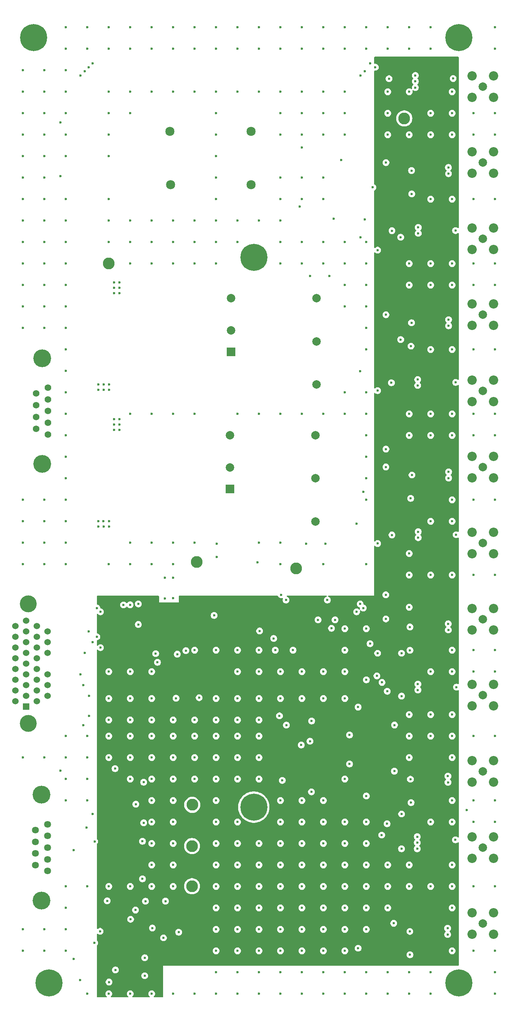
<source format=gbr>
%TF.GenerationSoftware,KiCad,Pcbnew,9.0.3*%
%TF.CreationDate,2025-09-16T13:44:48-04:00*%
%TF.ProjectId,WARM_TPC_Shaper,5741524d-5f54-4504-935f-536861706572,rev?*%
%TF.SameCoordinates,Original*%
%TF.FileFunction,Copper,L5,Inr*%
%TF.FilePolarity,Positive*%
%FSLAX46Y46*%
G04 Gerber Fmt 4.6, Leading zero omitted, Abs format (unit mm)*
G04 Created by KiCad (PCBNEW 9.0.3) date 2025-09-16 13:44:48*
%MOMM*%
%LPD*%
G01*
G04 APERTURE LIST*
%TA.AperFunction,ComponentPad*%
%ADD10C,2.800000*%
%TD*%
%TA.AperFunction,ComponentPad*%
%ADD11C,2.006600*%
%TD*%
%TA.AperFunction,ComponentPad*%
%ADD12C,2.209800*%
%TD*%
%TA.AperFunction,ComponentPad*%
%ADD13C,1.635000*%
%TD*%
%TA.AperFunction,ComponentPad*%
%ADD14C,4.216000*%
%TD*%
%TA.AperFunction,ComponentPad*%
%ADD15C,2.159000*%
%TD*%
%TA.AperFunction,ComponentPad*%
%ADD16R,2.000000X2.000000*%
%TD*%
%TA.AperFunction,ComponentPad*%
%ADD17C,2.000000*%
%TD*%
%TA.AperFunction,ComponentPad*%
%ADD18C,1.560000*%
%TD*%
%TA.AperFunction,ComponentPad*%
%ADD19C,6.400000*%
%TD*%
%TA.AperFunction,ComponentPad*%
%ADD20C,4.000000*%
%TD*%
%TA.AperFunction,ComponentPad*%
%ADD21R,1.530000X1.530000*%
%TD*%
%TA.AperFunction,ComponentPad*%
%ADD22C,1.530000*%
%TD*%
%TA.AperFunction,ViaPad*%
%ADD23C,0.600000*%
%TD*%
G04 APERTURE END LIST*
D10*
%TO.N,/V_SEC_RTN*%
%TO.C,SEC_{RTN}1*%
X181508400Y-163576000D03*
%TD*%
D11*
%TO.N,/M_SHPR_6*%
%TO.C,J13*%
X225680000Y-247544999D03*
D12*
%TO.N,/PM3p3V_RTN*%
X228220000Y-245004999D03*
X223140000Y-245004999D03*
X223140000Y-250084999D03*
X228220000Y-250084999D03*
%TD*%
D10*
%TO.N,/TELEM_M5V*%
%TO.C,TELEM_{-5V}1*%
X156870400Y-238709200D03*
%TD*%
D13*
%TO.N,/TELEM_RTN*%
%TO.C,J15*%
X122640000Y-235115000D03*
X122640000Y-232345000D03*
%TO.N,unconnected-(J15-Pad3)*%
X122640000Y-229575000D03*
%TO.N,/TELEM_RTN*%
X122640000Y-226805000D03*
X122640000Y-224035000D03*
%TO.N,/TELEM_M5V*%
X119800000Y-233730000D03*
X119800000Y-230960000D03*
%TO.N,/TELEM_P5V*%
X119800000Y-228190000D03*
X119800000Y-225420000D03*
D14*
%TO.N,GNDPWR*%
X121220000Y-217075000D03*
X121220000Y-242075000D03*
%TD*%
D15*
%TO.N,Net-(M2-Pad3)*%
%TO.C,P4*%
X170830000Y-60150000D03*
%TD*%
D11*
%TO.N,/M_SHPR_2*%
%TO.C,J5*%
X225680000Y-103544999D03*
D12*
%TO.N,/PM3p3V_RTN*%
X228220000Y-101004999D03*
X223140000Y-101004999D03*
X223140000Y-106084999D03*
X228220000Y-106084999D03*
%TD*%
D10*
%TO.N,/TELEM_RTN*%
%TO.C,TELEM_{RTN}2*%
X156870400Y-229209600D03*
%TD*%
D11*
%TO.N,/M_SHPR_1*%
%TO.C,J3*%
X225680000Y-67544999D03*
D12*
%TO.N,/PM3p3V_RTN*%
X228220000Y-65004999D03*
X223140000Y-65004999D03*
X223140000Y-70084999D03*
X228220000Y-70084999D03*
%TD*%
D11*
%TO.N,/P_SHPR_6*%
%TO.C,J14*%
X225680000Y-229544999D03*
D12*
%TO.N,/PM3p3V_RTN*%
X228220000Y-227004999D03*
X223140000Y-227004999D03*
X223140000Y-232084999D03*
X228220000Y-232084999D03*
%TD*%
D10*
%TO.N,/TELEM_RTN*%
%TO.C,TELEM_{RTN}1*%
X207111600Y-57099200D03*
%TD*%
D16*
%TO.N,Net-(U1-+VIN)*%
%TO.C,U1*%
X166080000Y-112340000D03*
D17*
%TO.N,Net-(U1--VIN)*%
X166080000Y-107240000D03*
%TO.N,/P3p3V*%
X186380000Y-120040000D03*
%TO.N,unconnected-(U1-TRIM-Pad4)*%
X186380000Y-109840000D03*
%TO.N,/PM3p3V_RTN*%
X186380000Y-99640000D03*
%TO.N,/Main_CKT/Enable*%
X166080000Y-99640000D03*
%TD*%
D11*
%TO.N,/M_SHPR_5*%
%TO.C,J11*%
X225680000Y-211544999D03*
D12*
%TO.N,/PM3p3V_RTN*%
X228220000Y-209004999D03*
X223140000Y-209004999D03*
X223140000Y-214084999D03*
X228220000Y-214084999D03*
%TD*%
D10*
%TO.N,/V_SEC_RTN*%
%TO.C,SEC_{RTN}2*%
X137160000Y-91440000D03*
%TD*%
%TO.N,/Main_CKT/Enable*%
%TO.C,V_{EN}1*%
X157940000Y-162040000D03*
%TD*%
D18*
%TO.N,/V_SEC_RTN*%
%TO.C,J2*%
X122790000Y-120780000D03*
X122790000Y-123550000D03*
%TO.N,unconnected-(J2-Pad3)*%
X122790000Y-126320000D03*
%TO.N,/V_SEC_RTN*%
X122790000Y-129090000D03*
X122790000Y-131860000D03*
%TO.N,/V_SEC_IN*%
X119950000Y-122165000D03*
X119950000Y-124935000D03*
X119950000Y-127705000D03*
X119950000Y-130475000D03*
D14*
%TO.N,GNDPWR*%
X121370000Y-113820000D03*
X121370000Y-138820000D03*
%TD*%
D19*
%TO.N,GNDPWR*%
%TO.C,H7*%
X123000000Y-261620000D03*
%TD*%
%TO.N,GNDPWR*%
%TO.C,H5*%
X119380000Y-38000000D03*
%TD*%
D10*
%TO.N,/TELEM_P5V*%
%TO.C,TELEM_{+5V}1*%
X156921200Y-219456000D03*
%TD*%
D11*
%TO.N,/P_SHPR_5*%
%TO.C,J12*%
X225680000Y-193544999D03*
D12*
%TO.N,/PM3p3V_RTN*%
X228220000Y-191004999D03*
X223140000Y-191004999D03*
X223140000Y-196084999D03*
X228220000Y-196084999D03*
%TD*%
D19*
%TO.N,GNDPWR*%
%TO.C,H1*%
X220000000Y-38000000D03*
%TD*%
D16*
%TO.N,Net-(U2-+VIN)*%
%TO.C,U2*%
X165807500Y-144730000D03*
D17*
%TO.N,Net-(U2--VIN)*%
X165807500Y-139630000D03*
%TO.N,/PM3p3V_RTN*%
X186107500Y-152430000D03*
%TO.N,unconnected-(U2-TRIM-Pad4)*%
X186107500Y-142230000D03*
%TO.N,/M3p3V*%
X186107500Y-132030000D03*
%TO.N,/Main_CKT/Enable*%
X165807500Y-132030000D03*
%TD*%
D19*
%TO.N,GNDPWR*%
%TO.C,H2*%
X171500000Y-90000000D03*
%TD*%
D11*
%TO.N,/P_SHPR_4*%
%TO.C,J10*%
X225680000Y-157544999D03*
D12*
%TO.N,/PM3p3V_RTN*%
X228220000Y-155004999D03*
X223140000Y-155004999D03*
X223140000Y-160084999D03*
X228220000Y-160084999D03*
%TD*%
D11*
%TO.N,/P_SHPR_2*%
%TO.C,J6*%
X225680000Y-85544999D03*
D12*
%TO.N,/PM3p3V_RTN*%
X228220000Y-83004999D03*
X223140000Y-83004999D03*
X223140000Y-88084999D03*
X228220000Y-88084999D03*
%TD*%
D15*
%TO.N,Net-(P1-Pad1)*%
%TO.C,P1*%
X151810600Y-72790000D03*
%TD*%
D11*
%TO.N,/M_SHPR_4*%
%TO.C,J9*%
X225680000Y-175544999D03*
D12*
%TO.N,/PM3p3V_RTN*%
X228220000Y-173004999D03*
X223140000Y-173004999D03*
X223140000Y-178084999D03*
X228220000Y-178084999D03*
%TD*%
D19*
%TO.N,GNDPWR*%
%TO.C,H4*%
X220000000Y-261620000D03*
%TD*%
D11*
%TO.N,/P_SHPR_1*%
%TO.C,J4*%
X225680000Y-49544999D03*
D12*
%TO.N,/PM3p3V_RTN*%
X228220000Y-47004999D03*
X223140000Y-47004999D03*
X223140000Y-52084999D03*
X228220000Y-52084999D03*
%TD*%
D19*
%TO.N,GNDPWR*%
%TO.C,H3*%
X171500000Y-220000000D03*
%TD*%
D15*
%TO.N,Net-(M1-Pad3)*%
%TO.C,P2*%
X170809800Y-72790000D03*
%TD*%
%TO.N,Net-(P3-Pad1)*%
%TO.C,P3*%
X151620000Y-60148000D03*
%TD*%
D11*
%TO.N,/P_SHPR_3*%
%TO.C,J8*%
X225680000Y-121544999D03*
D12*
%TO.N,/PM3p3V_RTN*%
X228220000Y-119004999D03*
X223140000Y-119004999D03*
X223140000Y-124084999D03*
X228220000Y-124084999D03*
%TD*%
D20*
%TO.N,GNDPWR*%
%TO.C,J1*%
X118098000Y-171909500D03*
X118098000Y-200230500D03*
D21*
%TO.N,/i_Sense_6-*%
X117590000Y-196230000D03*
D22*
%TO.N,/TELEM_RTN*%
X115050000Y-194960000D03*
%TO.N,/i_Sense_6+*%
X117590000Y-193690000D03*
%TO.N,/TELEM_RTN*%
X115050000Y-192420000D03*
%TO.N,/i_Sense_5-*%
X117590000Y-191150000D03*
%TO.N,/TELEM_RTN*%
X115050000Y-189880000D03*
%TO.N,/i_Sense_5+*%
X117590000Y-188610000D03*
%TO.N,/TELEM_RTN*%
X115050000Y-187340000D03*
X115050000Y-184800000D03*
%TO.N,/i_Sense_4+*%
X117590000Y-183530000D03*
%TO.N,/TELEM_RTN*%
X115050000Y-182260000D03*
%TO.N,/i_Sense_3-*%
X117590000Y-180990000D03*
%TO.N,/TELEM_RTN*%
X115050000Y-179720000D03*
%TO.N,/i_Sense_3+*%
X117590000Y-178450000D03*
%TO.N,/TELEM_RTN*%
X115050000Y-177180000D03*
%TO.N,/Enable+*%
X117590000Y-175910000D03*
%TO.N,/TELEM_RTN*%
X120130000Y-194960000D03*
%TO.N,/P3p3V_MON*%
X122670000Y-193690000D03*
%TO.N,/TELEM_RTN*%
X120130000Y-192420000D03*
%TO.N,/M3p3V_MON*%
X122670000Y-191150000D03*
%TO.N,/TEMP_MON*%
X120130000Y-189880000D03*
%TO.N,/i_Sense_2-*%
X122670000Y-188610000D03*
%TO.N,/TELEM_RTN*%
X120130000Y-187340000D03*
%TO.N,/i_Sense_4-*%
X117590000Y-186070000D03*
%TO.N,/TELEM_RTN*%
X120130000Y-184800000D03*
%TO.N,/i_Sense_2+*%
X122670000Y-183530000D03*
%TO.N,/TELEM_RTN*%
X120130000Y-182260000D03*
%TO.N,/i_Sense_1-*%
X122670000Y-180990000D03*
%TO.N,/TELEM_RTN*%
X120130000Y-179720000D03*
%TO.N,/Enable-*%
X120130000Y-177180000D03*
%TO.N,/i_Sense_1+*%
X122670000Y-178450000D03*
%TD*%
D11*
%TO.N,/M_SHPR_3*%
%TO.C,J7*%
X225680000Y-139544999D03*
D12*
%TO.N,/PM3p3V_RTN*%
X228220000Y-137004999D03*
X223140000Y-137004999D03*
X223140000Y-142084999D03*
X228220000Y-142084999D03*
%TD*%
D23*
%TO.N,/P3p3V*%
X206470000Y-183600000D03*
X200810000Y-121490000D03*
X206470000Y-193730000D03*
X200810000Y-183600000D03*
X209720000Y-49789999D03*
X206480000Y-221620000D03*
X200810000Y-157650000D03*
X210180000Y-229844999D03*
X206470000Y-229850000D03*
X200810000Y-88260000D03*
%TO.N,/PM3p3V_RTN*%
X188446000Y-157730000D03*
X189426000Y-94380000D03*
X221860000Y-220670000D03*
%TO.N,GNDPWR*%
X184796000Y-94380000D03*
X183886000Y-157730000D03*
%TO.N,/V_SEC_RTN*%
X187960000Y-40640000D03*
X218440000Y-152400000D03*
X121920000Y-66040000D03*
X127000000Y-147320000D03*
X147320000Y-81280000D03*
X157480000Y-157480000D03*
X213360000Y-60960000D03*
X121920000Y-152400000D03*
X139700000Y-129540000D03*
X187960000Y-35560000D03*
X116840000Y-152400000D03*
X127000000Y-45720000D03*
X167640000Y-50800000D03*
X138430000Y-98425000D03*
X127000000Y-50800000D03*
X177800000Y-157480000D03*
X223520000Y-111760000D03*
X142240000Y-55880000D03*
X121920000Y-162560000D03*
X182880000Y-86360000D03*
X127000000Y-60960000D03*
X162560000Y-60960000D03*
X208280000Y-40640000D03*
X228600000Y-147320000D03*
X198120000Y-101600000D03*
X172720000Y-50800000D03*
X116840000Y-81280000D03*
X150460000Y-165750000D03*
X198120000Y-162560000D03*
X142240000Y-35560000D03*
X116840000Y-96520000D03*
X198120000Y-121920000D03*
X198120000Y-91440000D03*
X213360000Y-96520000D03*
X228600000Y-165100000D03*
X223520000Y-55880000D03*
X127000000Y-106680000D03*
X139700000Y-130810000D03*
X147320000Y-50800000D03*
X127000000Y-40640000D03*
X228600000Y-35560000D03*
X223520000Y-147320000D03*
X162560000Y-81280000D03*
X193040000Y-40640000D03*
X116840000Y-86360000D03*
X132080000Y-40640000D03*
X182880000Y-40640000D03*
X116840000Y-71120000D03*
X147320000Y-86360000D03*
X177800000Y-76200000D03*
X228600000Y-60960000D03*
X116840000Y-91440000D03*
X152400000Y-157480000D03*
X203200000Y-55880000D03*
X213360000Y-55880000D03*
X182880000Y-60960000D03*
X208280000Y-96520000D03*
X139700000Y-98425000D03*
X198120000Y-106680000D03*
X187960000Y-76200000D03*
X121920000Y-81280000D03*
X132080000Y-35560000D03*
X213360000Y-165100000D03*
X228600000Y-132080000D03*
X137160000Y-81280000D03*
X198120000Y-35560000D03*
X203200000Y-40640000D03*
X193040000Y-35560000D03*
X213360000Y-152400000D03*
X193040000Y-86360000D03*
X218440000Y-165100000D03*
X193040000Y-121920000D03*
X162560000Y-50800000D03*
X208280000Y-132080000D03*
X203200000Y-35560000D03*
X152400000Y-86360000D03*
X127000000Y-157480000D03*
X218440000Y-127000000D03*
X223520000Y-96520000D03*
X193040000Y-55880000D03*
X157480000Y-127000000D03*
X172720000Y-40640000D03*
X208280000Y-127000000D03*
X157480000Y-35560000D03*
X177800000Y-86360000D03*
X121920000Y-76200000D03*
X138430000Y-130810000D03*
X218440000Y-76200000D03*
X127000000Y-127000000D03*
X147320000Y-162560000D03*
X193040000Y-101600000D03*
X121920000Y-71120000D03*
X198120000Y-142240000D03*
X121920000Y-101600000D03*
X177800000Y-35560000D03*
X152400000Y-40640000D03*
X218440000Y-132080000D03*
X127000000Y-96520000D03*
X167640000Y-81280000D03*
X147320000Y-35560000D03*
X157480000Y-86360000D03*
X198120000Y-96520000D03*
X127000000Y-91440000D03*
X223520000Y-127000000D03*
X228600000Y-55880000D03*
X142240000Y-91440000D03*
X127000000Y-111760000D03*
X193040000Y-127000000D03*
X187960000Y-55880000D03*
X172360000Y-162120000D03*
X198120000Y-86360000D03*
X127000000Y-137160000D03*
X142240000Y-162560000D03*
X138430000Y-128270000D03*
X137160000Y-162560000D03*
X137160000Y-35560000D03*
X193040000Y-96520000D03*
X138430000Y-97155000D03*
X142240000Y-81280000D03*
X142240000Y-50800000D03*
X162560000Y-66040000D03*
X127000000Y-132080000D03*
X172720000Y-127000000D03*
X208280000Y-91440000D03*
X152400000Y-162560000D03*
X142240000Y-127000000D03*
X203200000Y-50800000D03*
X223520000Y-76200000D03*
X218440000Y-111760000D03*
X223520000Y-165100000D03*
X127000000Y-86360000D03*
X127000000Y-66040000D03*
X121920000Y-106680000D03*
X198120000Y-137160000D03*
X167640000Y-127000000D03*
X177800000Y-60960000D03*
X142240000Y-86360000D03*
X147320000Y-91440000D03*
X152400000Y-81280000D03*
X228600000Y-111760000D03*
X172720000Y-35560000D03*
X218440000Y-91440000D03*
X127000000Y-101600000D03*
X152400000Y-35560000D03*
X116840000Y-50800000D03*
X218440000Y-60960000D03*
X177800000Y-91440000D03*
X187960000Y-60960000D03*
X193040000Y-60960000D03*
X198120000Y-111760000D03*
X152400000Y-127000000D03*
X223520000Y-132080000D03*
X137160000Y-55880000D03*
X127000000Y-121920000D03*
X152400000Y-91440000D03*
X182880000Y-35560000D03*
X147320000Y-157480000D03*
X127000000Y-116840000D03*
X127000000Y-35560000D03*
X218440000Y-55880000D03*
X182880000Y-76200000D03*
X142240000Y-40640000D03*
X177800000Y-55880000D03*
X137160000Y-60960000D03*
X187960000Y-127000000D03*
X208280000Y-165100000D03*
X187960000Y-71120000D03*
X193040000Y-50800000D03*
X152400000Y-50800000D03*
X228600000Y-76200000D03*
X157480000Y-40640000D03*
X213360000Y-111760000D03*
X116840000Y-45720000D03*
X121920000Y-60960000D03*
X218440000Y-50800000D03*
X116840000Y-60960000D03*
X228600000Y-96520000D03*
X121920000Y-86360000D03*
X198120000Y-132080000D03*
X203200000Y-60960000D03*
X139700000Y-128270000D03*
X223520000Y-91440000D03*
X172720000Y-157480000D03*
X218440000Y-147320000D03*
X121920000Y-91440000D03*
X228600000Y-91440000D03*
X138430000Y-129540000D03*
X162560000Y-76200000D03*
X187960000Y-50800000D03*
X177800000Y-50800000D03*
X121920000Y-55880000D03*
X116840000Y-76200000D03*
X147320000Y-40640000D03*
X139700000Y-95885000D03*
X182880000Y-50800000D03*
X162560000Y-35560000D03*
X162560000Y-86360000D03*
X147320000Y-127000000D03*
X152350000Y-165770000D03*
X137160000Y-86360000D03*
X198120000Y-127000000D03*
X139700000Y-97155000D03*
X182880000Y-55880000D03*
X182880000Y-127000000D03*
X177800000Y-40640000D03*
X162560000Y-71120000D03*
X187960000Y-86360000D03*
X127000000Y-55880000D03*
X116840000Y-101600000D03*
X167640000Y-86360000D03*
X177800000Y-81280000D03*
X127000000Y-142240000D03*
X127000000Y-76200000D03*
X157480000Y-81280000D03*
X121920000Y-147320000D03*
X157480000Y-50800000D03*
X137160000Y-66040000D03*
X137160000Y-40640000D03*
X138430000Y-95885000D03*
X182880000Y-91440000D03*
X208280000Y-50800000D03*
X121920000Y-50800000D03*
X127000000Y-81280000D03*
X213360000Y-132080000D03*
X213360000Y-76200000D03*
X187960000Y-91440000D03*
X162560000Y-55880000D03*
X223520000Y-60960000D03*
X121920000Y-96520000D03*
X218440000Y-96520000D03*
X121920000Y-45720000D03*
X228600000Y-40640000D03*
X198120000Y-40640000D03*
X193040000Y-91440000D03*
X121920000Y-157480000D03*
X116840000Y-106680000D03*
X116840000Y-66040000D03*
X213360000Y-40640000D03*
X213360000Y-91440000D03*
X157480000Y-91440000D03*
X116840000Y-55880000D03*
X127000000Y-152400000D03*
X177800000Y-127000000D03*
X177800000Y-162560000D03*
X162560000Y-91440000D03*
X142240000Y-157480000D03*
X228600000Y-127000000D03*
X213360000Y-127000000D03*
X208280000Y-160020000D03*
X116840000Y-162560000D03*
X116840000Y-157480000D03*
X167640000Y-35560000D03*
X162560000Y-40640000D03*
X137160000Y-50800000D03*
X198120000Y-147320000D03*
X137160000Y-76200000D03*
X213360000Y-35560000D03*
X177800000Y-71120000D03*
X187960000Y-162560000D03*
X127000000Y-162560000D03*
X182880000Y-71120000D03*
X208280000Y-35560000D03*
X172720000Y-81280000D03*
X116840000Y-147320000D03*
X167640000Y-40640000D03*
X208280000Y-60960000D03*
%TO.N,/M3p3V*%
X177980000Y-169790000D03*
X202750000Y-169790000D03*
X204800000Y-200580000D03*
X202770000Y-103530000D03*
X204620000Y-247480000D03*
X204770000Y-211500000D03*
X202760000Y-139540000D03*
X202760000Y-175480000D03*
X202770000Y-135310000D03*
X202770000Y-67540000D03*
%TO.N,/V_SEC_IN*%
X134720000Y-121250000D03*
X134682500Y-153660000D03*
X134682500Y-152390000D03*
X137260000Y-119980000D03*
X135990000Y-121250000D03*
X137222500Y-153660000D03*
X135952500Y-153660000D03*
X135990000Y-119980000D03*
X135902500Y-152390000D03*
X134720000Y-119980000D03*
X137260000Y-121250000D03*
X137222500Y-152390000D03*
%TO.N,/TELEM_RTN*%
X145130000Y-236970000D03*
X228600000Y-223520000D03*
X182880000Y-218440000D03*
X198120000Y-233680000D03*
X142240000Y-203200000D03*
X218440000Y-223520000D03*
X198120000Y-243840000D03*
X219470000Y-191614999D03*
X121920000Y-208280000D03*
X217570000Y-68694999D03*
X218440000Y-198120000D03*
X228600000Y-254000000D03*
X136786200Y-242165000D03*
X145140000Y-228080000D03*
X167640000Y-248920000D03*
X208280000Y-172720000D03*
X147320000Y-203200000D03*
X187960000Y-233680000D03*
X157480000Y-203200000D03*
X157480000Y-182880000D03*
X208280000Y-259080000D03*
X203200000Y-264160000D03*
X176580000Y-182880000D03*
X167640000Y-259080000D03*
X193040000Y-259080000D03*
X127000000Y-248920000D03*
X182880000Y-233680000D03*
X152400000Y-238760000D03*
X193040000Y-254000000D03*
X223520000Y-254000000D03*
X132080000Y-218440000D03*
X218440000Y-187960000D03*
X167640000Y-228600000D03*
X213360000Y-203200000D03*
X172720000Y-254000000D03*
X193040000Y-177800000D03*
X142240000Y-208280000D03*
X147320000Y-187960000D03*
X182880000Y-238760000D03*
X132080000Y-264160000D03*
X198120000Y-223520000D03*
X172720000Y-233680000D03*
X208570000Y-213394999D03*
X187960000Y-187960000D03*
X177800000Y-243840000D03*
X162560000Y-228600000D03*
X203200000Y-233680000D03*
X217600000Y-104689999D03*
X213360000Y-259080000D03*
X162560000Y-223520000D03*
X130376200Y-260865000D03*
X167640000Y-182880000D03*
X198120000Y-259080000D03*
X127000000Y-213360000D03*
X213360000Y-198120000D03*
X223520000Y-182880000D03*
X147320000Y-199390000D03*
X228600000Y-238760000D03*
X198120000Y-177800000D03*
X209730000Y-48339999D03*
X147320000Y-218440000D03*
X137160000Y-199390000D03*
X172720000Y-259080000D03*
X172720000Y-187960000D03*
X210290000Y-120254999D03*
X152400000Y-223520000D03*
X223520000Y-203200000D03*
X187960000Y-259080000D03*
X203200000Y-238760000D03*
X218440000Y-243840000D03*
X162560000Y-233680000D03*
X148695476Y-185749999D03*
X157480000Y-213360000D03*
X127000000Y-208280000D03*
X177800000Y-254000000D03*
X208470000Y-182894999D03*
X176190000Y-180100000D03*
X162560000Y-238760000D03*
X213360000Y-223520000D03*
X187960000Y-228600000D03*
X157480000Y-199390000D03*
X116840000Y-208280000D03*
X217450000Y-212659999D03*
X208460000Y-177384999D03*
X182880000Y-254000000D03*
X127000000Y-218440000D03*
X208280000Y-203200000D03*
X121920000Y-254000000D03*
X152400000Y-199390000D03*
X193040000Y-248920000D03*
X167640000Y-194310000D03*
X223520000Y-223520000D03*
X127000000Y-238760000D03*
X203200000Y-243840000D03*
X172720000Y-208280000D03*
X177800000Y-228600000D03*
X204198000Y-155624999D03*
X185180000Y-199630000D03*
X219270000Y-119534999D03*
X210420000Y-84289999D03*
X152400000Y-213360000D03*
X147320000Y-213360000D03*
X147320000Y-194310000D03*
X167640000Y-213360000D03*
X193040000Y-187960000D03*
X167640000Y-208280000D03*
X172720000Y-213360000D03*
X132080000Y-238760000D03*
X182880000Y-243840000D03*
X172720000Y-243840000D03*
X148265476Y-183690000D03*
X218680000Y-47664999D03*
X162560000Y-248920000D03*
X157480000Y-264160000D03*
X182880000Y-194310000D03*
X162560000Y-208280000D03*
X198120000Y-238760000D03*
X208890000Y-74959999D03*
X172720000Y-238760000D03*
X116840000Y-254000000D03*
X177800000Y-259080000D03*
X167640000Y-238760000D03*
X217370000Y-248649999D03*
X182720000Y-205310000D03*
X187960000Y-254000000D03*
X201780000Y-226610000D03*
X187960000Y-243840000D03*
X193040000Y-223520000D03*
X218440000Y-208280000D03*
X142240000Y-264160000D03*
X208820000Y-105434999D03*
X182880000Y-264160000D03*
X172720000Y-203200000D03*
X208700000Y-110954999D03*
X204070000Y-119619999D03*
X147320000Y-228600000D03*
X147320000Y-233680000D03*
X182850000Y-63940000D03*
X210340000Y-192284999D03*
X210190000Y-228394999D03*
X167640000Y-264160000D03*
X177800000Y-238760000D03*
X218440000Y-203200000D03*
X187960000Y-223520000D03*
X177800000Y-248920000D03*
X167640000Y-203200000D03*
X162560000Y-182880000D03*
X172720000Y-199390000D03*
X162560000Y-264160000D03*
X142240000Y-238760000D03*
X167640000Y-187960000D03*
X152350000Y-170580000D03*
X172720000Y-264160000D03*
X219230000Y-227724999D03*
X150470000Y-170610000D03*
X142316200Y-246515000D03*
X208460000Y-254914999D03*
X208280000Y-264160000D03*
X218440000Y-233680000D03*
X133820000Y-228120000D03*
X153075476Y-194250000D03*
X127000000Y-203200000D03*
X152400000Y-208280000D03*
X182880000Y-187960000D03*
X213360000Y-264160000D03*
X187960000Y-218440000D03*
X218440000Y-182880000D03*
X162560000Y-213360000D03*
X127000000Y-243840000D03*
X193040000Y-228600000D03*
X187960000Y-248920000D03*
X147320000Y-223520000D03*
X208710000Y-218930000D03*
X152400000Y-233680000D03*
X177800000Y-233680000D03*
X187960000Y-194310000D03*
X208280000Y-238760000D03*
X147320000Y-238760000D03*
X172720000Y-228600000D03*
X172720000Y-182880000D03*
X162560000Y-199390000D03*
X167640000Y-233680000D03*
X217530000Y-176629999D03*
X167640000Y-223520000D03*
X142240000Y-199390000D03*
X198120000Y-228600000D03*
X193040000Y-194310000D03*
X157480000Y-208280000D03*
X198120000Y-264160000D03*
X208280000Y-233680000D03*
X162560000Y-243840000D03*
X208280000Y-208280000D03*
X187960000Y-264160000D03*
X167640000Y-243840000D03*
X193040000Y-264160000D03*
X219390000Y-155574999D03*
X121920000Y-248920000D03*
X210418000Y-156259999D03*
X213360000Y-238760000D03*
X167640000Y-254000000D03*
X213360000Y-187960000D03*
X177800000Y-187960000D03*
X162560000Y-254000000D03*
X142240000Y-187960000D03*
X162560000Y-218440000D03*
X228600000Y-264160000D03*
X152400000Y-218440000D03*
X218440000Y-218440000D03*
X167640000Y-199390000D03*
X162560000Y-259080000D03*
X172720000Y-194310000D03*
X152400000Y-228600000D03*
X218440000Y-254000000D03*
X208280000Y-198120000D03*
X193040000Y-238760000D03*
X228600000Y-182880000D03*
X135116200Y-249380000D03*
X128880000Y-230150000D03*
X218440000Y-238760000D03*
X198120000Y-248920000D03*
X177800000Y-264160000D03*
X177800000Y-223520000D03*
X193040000Y-243840000D03*
X177800000Y-218440000D03*
X208620000Y-146964999D03*
X182390000Y-77960000D03*
X190730000Y-175700000D03*
X182880000Y-223520000D03*
X223520000Y-218440000D03*
X223520000Y-238760000D03*
X152400000Y-264160000D03*
X147320000Y-208280000D03*
X132080000Y-203200000D03*
X217600000Y-140689999D03*
X194160000Y-209790000D03*
X193040000Y-233680000D03*
X137226200Y-261375000D03*
X223520000Y-187960000D03*
X137160000Y-238760000D03*
X204200000Y-83654999D03*
X145420000Y-214110000D03*
X203200000Y-259080000D03*
X177800000Y-194310000D03*
X162560000Y-194310000D03*
X193040000Y-182880000D03*
X208440000Y-249394999D03*
X228600000Y-218440000D03*
X137160000Y-208280000D03*
X137160000Y-187960000D03*
X182880000Y-228600000D03*
X208940000Y-141439999D03*
X137160000Y-203200000D03*
X142240000Y-213360000D03*
X138640000Y-210880000D03*
X145666200Y-259885000D03*
X201840000Y-190500000D03*
X182880000Y-248920000D03*
X137160000Y-194310000D03*
X152400000Y-203200000D03*
X132080000Y-213360000D03*
X228600000Y-203200000D03*
X228600000Y-187960000D03*
X127000000Y-254000000D03*
X116840000Y-248920000D03*
X172720000Y-248920000D03*
X147320000Y-264160000D03*
X194160000Y-202930000D03*
X132080000Y-208280000D03*
X203510000Y-47704999D03*
X142240000Y-194310000D03*
X228600000Y-259080000D03*
X131910000Y-224810000D03*
X145430000Y-223710000D03*
X182880000Y-259080000D03*
X185140000Y-216380000D03*
X219260000Y-83619999D03*
X172870000Y-178340000D03*
X155405476Y-182990000D03*
X208835000Y-69429999D03*
X187960000Y-238760000D03*
X162560000Y-203200000D03*
X193040000Y-213360000D03*
X137160000Y-264160000D03*
X140660000Y-172170000D03*
%TO.N,/i_Sense_1+*%
X200260000Y-44990000D03*
X132420000Y-44970000D03*
X132420000Y-178460000D03*
%TO.N,/i_Sense_2+*%
X131450000Y-45910000D03*
X197760000Y-80950000D03*
X131450000Y-183540000D03*
X197760000Y-45910000D03*
%TO.N,/TELEM_P5V*%
X133350000Y-221600000D03*
X150576200Y-242235000D03*
X125720000Y-211410000D03*
X158560000Y-194110000D03*
X125730000Y-70770000D03*
X186700000Y-175700000D03*
X125730000Y-58070000D03*
X145666200Y-255625000D03*
X162110000Y-174650000D03*
X153716200Y-249575000D03*
X133796200Y-252115000D03*
%TO.N,/TELEM_M5V*%
X128880000Y-255940000D03*
X180770000Y-182880000D03*
X138730000Y-258515000D03*
%TO.N,/i_Sense_3+*%
X144150000Y-176790000D03*
X196660000Y-116920000D03*
X144150000Y-171930000D03*
X196670000Y-171930000D03*
%TO.N,/i_Sense_4+*%
X195830000Y-173800000D03*
X195830000Y-152930000D03*
X135200000Y-173800000D03*
X135200000Y-182270000D03*
%TO.N,/i_Sense_5+*%
X200640000Y-188950000D03*
%TO.N,/i_Sense_6+*%
X203050000Y-223930000D03*
X203080000Y-192590000D03*
%TO.N,/i_Sense_1-*%
X199670000Y-73400000D03*
X133360000Y-181010000D03*
X133357380Y-44063928D03*
X199060000Y-44070000D03*
%TO.N,/i_Sense_2-*%
X206270000Y-85190000D03*
X196790000Y-85190000D03*
X130470000Y-188620000D03*
X206274999Y-109404999D03*
X196790000Y-46940000D03*
X130470000Y-46940000D03*
%TO.N,/i_Sense_3-*%
X134350000Y-179710000D03*
X197410000Y-172910000D03*
X134360000Y-172920000D03*
X197410000Y-145404999D03*
%TO.N,/i_Sense_4-*%
X199010000Y-181350000D03*
%TO.N,/i_Sense_5-*%
X198140000Y-189900000D03*
X198130000Y-217370000D03*
%TO.N,/i_Sense_6-*%
X196180000Y-253370000D03*
X196180000Y-196340000D03*
%TO.N,Net-(U17A-A_OUT)*%
X179120000Y-171010000D03*
X190440000Y-80790000D03*
X188910000Y-171020000D03*
%TO.N,Net-(U17B-B_OUT)*%
X192210000Y-66960000D03*
X189890000Y-177690000D03*
%TO.N,/TELEM_P3p3V*%
X210418000Y-154859999D03*
X210340000Y-190884999D03*
X210190000Y-226994999D03*
X217380000Y-250119999D03*
X210290000Y-118854999D03*
X217460000Y-214129999D03*
X209730000Y-46939999D03*
X142210000Y-172150000D03*
X217610000Y-142159999D03*
X217610000Y-106159999D03*
X153375476Y-183820000D03*
X184780000Y-204410000D03*
X143570000Y-219300000D03*
X217540000Y-178099999D03*
X217580000Y-70164999D03*
X210420000Y-82889999D03*
%TO.N,/TELEM_M3p3V*%
X143530000Y-233450000D03*
X191210000Y-209790000D03*
%TO.N,Net-(LED1-Pad2)*%
X150106199Y-250914999D03*
%TO.N,Net-(LED1-Pad1)*%
X147476199Y-248594999D03*
%TO.N,Net-(LED2-Pad1)*%
X143486200Y-244345000D03*
%TO.N,Net-(LED2-Pad2)*%
X145836200Y-242255000D03*
%TO.N,/Main_CKT/Enable*%
X162740000Y-157720000D03*
X162740000Y-160850000D03*
%TO.N,/P3p3V_MON*%
X132530000Y-198410000D03*
X132530000Y-193700000D03*
X178230000Y-213670000D03*
X177570000Y-198410000D03*
%TO.N,/M3p3V_MON*%
X179200000Y-200600000D03*
X131149881Y-200600833D03*
X131150000Y-191160000D03*
%TD*%
%TA.AperFunction,Conductor*%
%TO.N,/TELEM_M3p3V*%
G36*
X219943039Y-42519685D02*
G01*
X219988794Y-42572489D01*
X220000000Y-42624000D01*
X220000000Y-82928558D01*
X219980315Y-82995597D01*
X219927511Y-83041352D01*
X219858353Y-83051296D01*
X219794797Y-83022271D01*
X219788319Y-83016239D01*
X219770292Y-82998212D01*
X219770288Y-82998209D01*
X219639185Y-82910608D01*
X219639172Y-82910601D01*
X219493501Y-82850263D01*
X219493489Y-82850260D01*
X219338845Y-82819499D01*
X219338842Y-82819499D01*
X219181158Y-82819499D01*
X219181155Y-82819499D01*
X219026510Y-82850260D01*
X219026498Y-82850263D01*
X218880827Y-82910601D01*
X218880814Y-82910608D01*
X218749711Y-82998209D01*
X218749707Y-82998212D01*
X218638213Y-83109706D01*
X218638210Y-83109710D01*
X218550609Y-83240813D01*
X218550602Y-83240826D01*
X218490264Y-83386497D01*
X218490261Y-83386509D01*
X218459500Y-83541152D01*
X218459500Y-83698845D01*
X218490261Y-83853488D01*
X218490264Y-83853500D01*
X218550602Y-83999171D01*
X218550609Y-83999184D01*
X218638210Y-84130287D01*
X218638213Y-84130291D01*
X218749707Y-84241785D01*
X218749711Y-84241788D01*
X218880814Y-84329389D01*
X218880827Y-84329396D01*
X218976062Y-84368843D01*
X219026503Y-84389736D01*
X219179962Y-84420261D01*
X219181153Y-84420498D01*
X219181156Y-84420499D01*
X219181158Y-84420499D01*
X219338844Y-84420499D01*
X219338845Y-84420498D01*
X219493497Y-84389736D01*
X219639179Y-84329393D01*
X219770289Y-84241788D01*
X219774947Y-84237130D01*
X219788319Y-84223759D01*
X219849642Y-84190274D01*
X219919334Y-84195258D01*
X219975267Y-84237130D01*
X219999684Y-84302594D01*
X220000000Y-84311440D01*
X220000000Y-118833558D01*
X219980315Y-118900597D01*
X219927511Y-118946352D01*
X219858353Y-118956296D01*
X219794797Y-118927271D01*
X219788319Y-118921239D01*
X219780292Y-118913212D01*
X219780288Y-118913209D01*
X219649185Y-118825608D01*
X219649172Y-118825601D01*
X219503501Y-118765263D01*
X219503489Y-118765260D01*
X219348845Y-118734499D01*
X219348842Y-118734499D01*
X219191158Y-118734499D01*
X219191155Y-118734499D01*
X219036510Y-118765260D01*
X219036498Y-118765263D01*
X218890827Y-118825601D01*
X218890814Y-118825608D01*
X218759711Y-118913209D01*
X218759707Y-118913212D01*
X218648213Y-119024706D01*
X218648210Y-119024710D01*
X218560609Y-119155813D01*
X218560602Y-119155826D01*
X218500264Y-119301497D01*
X218500261Y-119301509D01*
X218469500Y-119456152D01*
X218469500Y-119613845D01*
X218500261Y-119768488D01*
X218500264Y-119768500D01*
X218560602Y-119914171D01*
X218560609Y-119914184D01*
X218648210Y-120045287D01*
X218648213Y-120045291D01*
X218759707Y-120156785D01*
X218759711Y-120156788D01*
X218890814Y-120244389D01*
X218890827Y-120244396D01*
X219036498Y-120304734D01*
X219036503Y-120304736D01*
X219182823Y-120333841D01*
X219191153Y-120335498D01*
X219191156Y-120335499D01*
X219191158Y-120335499D01*
X219348844Y-120335499D01*
X219348845Y-120335498D01*
X219503497Y-120304736D01*
X219649179Y-120244393D01*
X219780289Y-120156788D01*
X219780292Y-120156785D01*
X219788319Y-120148759D01*
X219849642Y-120115274D01*
X219919334Y-120120258D01*
X219975267Y-120162130D01*
X219999684Y-120227594D01*
X220000000Y-120236440D01*
X220000000Y-154787846D01*
X219980315Y-154854885D01*
X219927511Y-154900640D01*
X219858353Y-154910584D01*
X219807110Y-154890949D01*
X219769183Y-154865607D01*
X219769172Y-154865601D01*
X219623501Y-154805263D01*
X219623489Y-154805260D01*
X219468845Y-154774499D01*
X219468842Y-154774499D01*
X219311158Y-154774499D01*
X219311155Y-154774499D01*
X219156510Y-154805260D01*
X219156498Y-154805263D01*
X219010827Y-154865601D01*
X219010814Y-154865608D01*
X218879711Y-154953209D01*
X218879707Y-154953212D01*
X218768213Y-155064706D01*
X218768210Y-155064710D01*
X218680609Y-155195813D01*
X218680602Y-155195826D01*
X218620264Y-155341497D01*
X218620261Y-155341509D01*
X218589500Y-155496152D01*
X218589500Y-155653845D01*
X218620261Y-155808488D01*
X218620264Y-155808500D01*
X218680602Y-155954171D01*
X218680609Y-155954184D01*
X218768210Y-156085287D01*
X218768213Y-156085291D01*
X218879707Y-156196785D01*
X218879711Y-156196788D01*
X219010814Y-156284389D01*
X219010827Y-156284396D01*
X219156498Y-156344734D01*
X219156503Y-156344736D01*
X219244054Y-156362151D01*
X219311153Y-156375498D01*
X219311156Y-156375499D01*
X219311158Y-156375499D01*
X219468844Y-156375499D01*
X219468845Y-156375498D01*
X219623497Y-156344736D01*
X219769179Y-156284393D01*
X219807109Y-156259048D01*
X219873785Y-156238171D01*
X219941166Y-156256655D01*
X219987856Y-156308633D01*
X220000000Y-156362151D01*
X220000000Y-190782497D01*
X219980315Y-190849536D01*
X219927511Y-190895291D01*
X219858353Y-190905235D01*
X219828548Y-190897059D01*
X219785395Y-190879185D01*
X219703497Y-190845262D01*
X219703492Y-190845261D01*
X219703489Y-190845260D01*
X219548845Y-190814499D01*
X219548842Y-190814499D01*
X219391158Y-190814499D01*
X219391155Y-190814499D01*
X219236510Y-190845260D01*
X219236498Y-190845263D01*
X219090827Y-190905601D01*
X219090814Y-190905608D01*
X218959711Y-190993209D01*
X218959707Y-190993212D01*
X218848213Y-191104706D01*
X218848210Y-191104710D01*
X218760609Y-191235813D01*
X218760602Y-191235826D01*
X218700264Y-191381497D01*
X218700261Y-191381509D01*
X218669500Y-191536152D01*
X218669500Y-191693845D01*
X218700261Y-191848488D01*
X218700264Y-191848500D01*
X218760602Y-191994171D01*
X218760609Y-191994184D01*
X218848210Y-192125287D01*
X218848213Y-192125291D01*
X218959707Y-192236785D01*
X218959711Y-192236788D01*
X219090814Y-192324389D01*
X219090827Y-192324396D01*
X219186062Y-192363843D01*
X219236503Y-192384736D01*
X219391153Y-192415498D01*
X219391156Y-192415499D01*
X219391158Y-192415499D01*
X219548844Y-192415499D01*
X219548845Y-192415498D01*
X219703497Y-192384736D01*
X219771670Y-192356498D01*
X219828548Y-192332939D01*
X219898017Y-192325470D01*
X219960496Y-192356745D01*
X219996148Y-192416834D01*
X220000000Y-192447500D01*
X220000000Y-227063558D01*
X219980315Y-227130597D01*
X219927511Y-227176352D01*
X219858353Y-227186296D01*
X219794797Y-227157271D01*
X219788319Y-227151239D01*
X219740292Y-227103212D01*
X219740288Y-227103209D01*
X219609185Y-227015608D01*
X219609172Y-227015601D01*
X219463501Y-226955263D01*
X219463489Y-226955260D01*
X219308845Y-226924499D01*
X219308842Y-226924499D01*
X219151158Y-226924499D01*
X219151155Y-226924499D01*
X218996510Y-226955260D01*
X218996498Y-226955263D01*
X218850827Y-227015601D01*
X218850814Y-227015608D01*
X218719711Y-227103209D01*
X218719707Y-227103212D01*
X218608213Y-227214706D01*
X218608210Y-227214710D01*
X218520609Y-227345813D01*
X218520602Y-227345826D01*
X218460264Y-227491497D01*
X218460261Y-227491509D01*
X218429500Y-227646152D01*
X218429500Y-227803845D01*
X218460261Y-227958488D01*
X218460264Y-227958500D01*
X218520602Y-228104171D01*
X218520609Y-228104184D01*
X218608210Y-228235287D01*
X218608213Y-228235291D01*
X218719707Y-228346785D01*
X218719711Y-228346788D01*
X218850814Y-228434389D01*
X218850827Y-228434396D01*
X218946062Y-228473843D01*
X218996503Y-228494736D01*
X219151153Y-228525498D01*
X219151156Y-228525499D01*
X219151158Y-228525499D01*
X219308844Y-228525499D01*
X219308845Y-228525498D01*
X219463497Y-228494736D01*
X219609179Y-228434393D01*
X219740289Y-228346788D01*
X219740292Y-228346785D01*
X219788319Y-228298759D01*
X219849642Y-228265274D01*
X219919334Y-228270258D01*
X219975267Y-228312130D01*
X219999684Y-228377594D01*
X220000000Y-228386440D01*
X220000000Y-257376000D01*
X219980315Y-257443039D01*
X219927511Y-257488794D01*
X219876000Y-257500000D01*
X150000000Y-257500000D01*
X150000000Y-264876000D01*
X149980315Y-264943039D01*
X149927511Y-264988794D01*
X149876000Y-265000000D01*
X147910955Y-265000000D01*
X147843916Y-264980315D01*
X147798161Y-264927511D01*
X147788217Y-264858353D01*
X147817242Y-264794797D01*
X147826079Y-264786194D01*
X147825982Y-264786097D01*
X147941786Y-264670292D01*
X147941789Y-264670289D01*
X148029394Y-264539179D01*
X148089737Y-264393497D01*
X148120500Y-264238842D01*
X148120500Y-264081158D01*
X148120500Y-264081155D01*
X148120499Y-264081153D01*
X148089738Y-263926510D01*
X148089737Y-263926503D01*
X148048540Y-263827044D01*
X148029397Y-263780827D01*
X148029390Y-263780814D01*
X147941789Y-263649711D01*
X147941786Y-263649707D01*
X147830292Y-263538213D01*
X147830288Y-263538210D01*
X147699185Y-263450609D01*
X147699172Y-263450602D01*
X147553501Y-263390264D01*
X147553489Y-263390261D01*
X147398845Y-263359500D01*
X147398842Y-263359500D01*
X147241158Y-263359500D01*
X147241155Y-263359500D01*
X147086510Y-263390261D01*
X147086498Y-263390264D01*
X146940827Y-263450602D01*
X146940814Y-263450609D01*
X146809711Y-263538210D01*
X146809707Y-263538213D01*
X146698213Y-263649707D01*
X146698210Y-263649711D01*
X146610609Y-263780814D01*
X146610602Y-263780827D01*
X146550264Y-263926498D01*
X146550261Y-263926510D01*
X146519500Y-264081153D01*
X146519500Y-264238846D01*
X146550261Y-264393489D01*
X146550264Y-264393501D01*
X146610602Y-264539172D01*
X146610609Y-264539185D01*
X146698210Y-264670288D01*
X146698213Y-264670292D01*
X146814018Y-264786097D01*
X146812674Y-264787440D01*
X146847041Y-264837882D01*
X146848918Y-264907727D01*
X146812736Y-264967498D01*
X146749982Y-264998220D01*
X146729045Y-265000000D01*
X142830955Y-265000000D01*
X142763916Y-264980315D01*
X142718161Y-264927511D01*
X142708217Y-264858353D01*
X142737242Y-264794797D01*
X142746079Y-264786194D01*
X142745982Y-264786097D01*
X142861786Y-264670292D01*
X142861789Y-264670289D01*
X142949394Y-264539179D01*
X143009737Y-264393497D01*
X143040500Y-264238842D01*
X143040500Y-264081158D01*
X143040500Y-264081155D01*
X143040499Y-264081153D01*
X143009738Y-263926510D01*
X143009737Y-263926503D01*
X142968540Y-263827044D01*
X142949397Y-263780827D01*
X142949390Y-263780814D01*
X142861789Y-263649711D01*
X142861786Y-263649707D01*
X142750292Y-263538213D01*
X142750288Y-263538210D01*
X142619185Y-263450609D01*
X142619172Y-263450602D01*
X142473501Y-263390264D01*
X142473489Y-263390261D01*
X142318845Y-263359500D01*
X142318842Y-263359500D01*
X142161158Y-263359500D01*
X142161155Y-263359500D01*
X142006510Y-263390261D01*
X142006498Y-263390264D01*
X141860827Y-263450602D01*
X141860814Y-263450609D01*
X141729711Y-263538210D01*
X141729707Y-263538213D01*
X141618213Y-263649707D01*
X141618210Y-263649711D01*
X141530609Y-263780814D01*
X141530602Y-263780827D01*
X141470264Y-263926498D01*
X141470261Y-263926510D01*
X141439500Y-264081153D01*
X141439500Y-264238846D01*
X141470261Y-264393489D01*
X141470264Y-264393501D01*
X141530602Y-264539172D01*
X141530609Y-264539185D01*
X141618210Y-264670288D01*
X141618213Y-264670292D01*
X141734018Y-264786097D01*
X141732674Y-264787440D01*
X141767041Y-264837882D01*
X141768918Y-264907727D01*
X141732736Y-264967498D01*
X141669982Y-264998220D01*
X141649045Y-265000000D01*
X137750955Y-265000000D01*
X137683916Y-264980315D01*
X137638161Y-264927511D01*
X137628217Y-264858353D01*
X137657242Y-264794797D01*
X137666079Y-264786194D01*
X137665982Y-264786097D01*
X137781786Y-264670292D01*
X137781789Y-264670289D01*
X137869394Y-264539179D01*
X137929737Y-264393497D01*
X137960500Y-264238842D01*
X137960500Y-264081158D01*
X137960500Y-264081155D01*
X137960499Y-264081153D01*
X137929738Y-263926510D01*
X137929737Y-263926503D01*
X137888540Y-263827044D01*
X137869397Y-263780827D01*
X137869390Y-263780814D01*
X137781789Y-263649711D01*
X137781786Y-263649707D01*
X137670292Y-263538213D01*
X137670288Y-263538210D01*
X137539185Y-263450609D01*
X137539172Y-263450602D01*
X137393501Y-263390264D01*
X137393489Y-263390261D01*
X137238845Y-263359500D01*
X137238842Y-263359500D01*
X137081158Y-263359500D01*
X137081155Y-263359500D01*
X136926510Y-263390261D01*
X136926498Y-263390264D01*
X136780827Y-263450602D01*
X136780814Y-263450609D01*
X136649711Y-263538210D01*
X136649707Y-263538213D01*
X136538213Y-263649707D01*
X136538210Y-263649711D01*
X136450609Y-263780814D01*
X136450602Y-263780827D01*
X136390264Y-263926498D01*
X136390261Y-263926510D01*
X136359500Y-264081153D01*
X136359500Y-264238846D01*
X136390261Y-264393489D01*
X136390264Y-264393501D01*
X136450602Y-264539172D01*
X136450609Y-264539185D01*
X136538210Y-264670288D01*
X136538213Y-264670292D01*
X136654018Y-264786097D01*
X136652674Y-264787440D01*
X136687041Y-264837882D01*
X136688918Y-264907727D01*
X136652736Y-264967498D01*
X136589982Y-264998220D01*
X136569045Y-265000000D01*
X134482000Y-265000000D01*
X134414961Y-264980315D01*
X134369206Y-264927511D01*
X134358000Y-264876000D01*
X134358000Y-261296153D01*
X136425700Y-261296153D01*
X136425700Y-261453846D01*
X136456461Y-261608489D01*
X136456464Y-261608501D01*
X136516802Y-261754172D01*
X136516809Y-261754185D01*
X136604410Y-261885288D01*
X136604413Y-261885292D01*
X136715907Y-261996786D01*
X136715911Y-261996789D01*
X136847014Y-262084390D01*
X136847027Y-262084397D01*
X136992698Y-262144735D01*
X136992703Y-262144737D01*
X137147353Y-262175499D01*
X137147356Y-262175500D01*
X137147358Y-262175500D01*
X137305044Y-262175500D01*
X137305045Y-262175499D01*
X137459697Y-262144737D01*
X137605379Y-262084394D01*
X137736489Y-261996789D01*
X137847989Y-261885289D01*
X137935594Y-261754179D01*
X137995937Y-261608497D01*
X138026700Y-261453842D01*
X138026700Y-261296158D01*
X138026700Y-261296155D01*
X138026699Y-261296153D01*
X137995938Y-261141510D01*
X137995937Y-261141503D01*
X137968958Y-261076369D01*
X137935597Y-260995827D01*
X137935590Y-260995814D01*
X137847989Y-260864711D01*
X137847986Y-260864707D01*
X137736492Y-260753213D01*
X137736488Y-260753210D01*
X137605385Y-260665609D01*
X137605372Y-260665602D01*
X137459701Y-260605264D01*
X137459689Y-260605261D01*
X137305045Y-260574500D01*
X137305042Y-260574500D01*
X137147358Y-260574500D01*
X137147355Y-260574500D01*
X136992710Y-260605261D01*
X136992698Y-260605264D01*
X136847027Y-260665602D01*
X136847014Y-260665609D01*
X136715911Y-260753210D01*
X136715907Y-260753213D01*
X136604413Y-260864707D01*
X136604410Y-260864711D01*
X136516809Y-260995814D01*
X136516802Y-260995827D01*
X136456464Y-261141498D01*
X136456461Y-261141510D01*
X136425700Y-261296153D01*
X134358000Y-261296153D01*
X134358000Y-259806153D01*
X144865700Y-259806153D01*
X144865700Y-259963846D01*
X144896461Y-260118489D01*
X144896464Y-260118501D01*
X144956802Y-260264172D01*
X144956809Y-260264185D01*
X145044410Y-260395288D01*
X145044413Y-260395292D01*
X145155907Y-260506786D01*
X145155911Y-260506789D01*
X145287014Y-260594390D01*
X145287027Y-260594397D01*
X145432698Y-260654735D01*
X145432703Y-260654737D01*
X145587353Y-260685499D01*
X145587356Y-260685500D01*
X145587358Y-260685500D01*
X145745044Y-260685500D01*
X145745045Y-260685499D01*
X145899697Y-260654737D01*
X146045379Y-260594394D01*
X146176489Y-260506789D01*
X146287989Y-260395289D01*
X146375594Y-260264179D01*
X146435937Y-260118497D01*
X146466700Y-259963842D01*
X146466700Y-259806158D01*
X146466700Y-259806155D01*
X146466699Y-259806153D01*
X146463365Y-259789394D01*
X146435937Y-259651503D01*
X146410582Y-259590289D01*
X146375597Y-259505827D01*
X146375590Y-259505814D01*
X146287989Y-259374711D01*
X146287986Y-259374707D01*
X146176492Y-259263213D01*
X146176488Y-259263210D01*
X146045385Y-259175609D01*
X146045372Y-259175602D01*
X145899701Y-259115264D01*
X145899689Y-259115261D01*
X145745045Y-259084500D01*
X145745042Y-259084500D01*
X145587358Y-259084500D01*
X145587355Y-259084500D01*
X145432710Y-259115261D01*
X145432698Y-259115264D01*
X145287027Y-259175602D01*
X145287014Y-259175609D01*
X145155911Y-259263210D01*
X145155907Y-259263213D01*
X145044413Y-259374707D01*
X145044410Y-259374711D01*
X144956809Y-259505814D01*
X144956802Y-259505827D01*
X144896464Y-259651498D01*
X144896461Y-259651510D01*
X144865700Y-259806153D01*
X134358000Y-259806153D01*
X134358000Y-258436153D01*
X137929500Y-258436153D01*
X137929500Y-258593846D01*
X137960261Y-258748489D01*
X137960264Y-258748501D01*
X138020602Y-258894172D01*
X138020609Y-258894185D01*
X138108210Y-259025288D01*
X138108213Y-259025292D01*
X138219707Y-259136786D01*
X138219711Y-259136789D01*
X138350814Y-259224390D01*
X138350827Y-259224397D01*
X138444534Y-259263211D01*
X138496503Y-259284737D01*
X138641088Y-259313497D01*
X138651153Y-259315499D01*
X138651156Y-259315500D01*
X138651158Y-259315500D01*
X138808844Y-259315500D01*
X138808845Y-259315499D01*
X138963497Y-259284737D01*
X139109179Y-259224394D01*
X139240289Y-259136789D01*
X139351789Y-259025289D01*
X139439394Y-258894179D01*
X139499737Y-258748497D01*
X139530500Y-258593842D01*
X139530500Y-258436158D01*
X139530500Y-258436155D01*
X139530499Y-258436153D01*
X139517461Y-258370606D01*
X139499737Y-258281503D01*
X139495284Y-258270753D01*
X139439397Y-258135827D01*
X139439390Y-258135814D01*
X139351789Y-258004711D01*
X139351786Y-258004707D01*
X139240292Y-257893213D01*
X139240288Y-257893210D01*
X139109185Y-257805609D01*
X139109172Y-257805602D01*
X138963501Y-257745264D01*
X138963489Y-257745261D01*
X138808845Y-257714500D01*
X138808842Y-257714500D01*
X138651158Y-257714500D01*
X138651155Y-257714500D01*
X138496510Y-257745261D01*
X138496498Y-257745264D01*
X138350827Y-257805602D01*
X138350814Y-257805609D01*
X138219711Y-257893210D01*
X138219707Y-257893213D01*
X138108213Y-258004707D01*
X138108210Y-258004711D01*
X138020609Y-258135814D01*
X138020602Y-258135827D01*
X137960264Y-258281498D01*
X137960261Y-258281510D01*
X137929500Y-258436153D01*
X134358000Y-258436153D01*
X134358000Y-255546153D01*
X144865700Y-255546153D01*
X144865700Y-255703846D01*
X144896461Y-255858489D01*
X144896464Y-255858501D01*
X144956802Y-256004172D01*
X144956809Y-256004185D01*
X145044410Y-256135288D01*
X145044413Y-256135292D01*
X145155907Y-256246786D01*
X145155911Y-256246789D01*
X145287014Y-256334390D01*
X145287027Y-256334397D01*
X145432698Y-256394735D01*
X145432703Y-256394737D01*
X145587353Y-256425499D01*
X145587356Y-256425500D01*
X145587358Y-256425500D01*
X145745044Y-256425500D01*
X145745045Y-256425499D01*
X145899697Y-256394737D01*
X146045379Y-256334394D01*
X146176489Y-256246789D01*
X146287989Y-256135289D01*
X146375594Y-256004179D01*
X146435937Y-255858497D01*
X146466700Y-255703842D01*
X146466700Y-255546158D01*
X146466700Y-255546155D01*
X146466699Y-255546153D01*
X146435938Y-255391510D01*
X146435937Y-255391503D01*
X146435935Y-255391498D01*
X146375597Y-255245827D01*
X146375590Y-255245814D01*
X146287989Y-255114711D01*
X146287986Y-255114707D01*
X146176492Y-255003213D01*
X146176488Y-255003210D01*
X146045385Y-254915609D01*
X146045372Y-254915602D01*
X145899701Y-254855264D01*
X145899689Y-254855261D01*
X145803623Y-254836152D01*
X207659500Y-254836152D01*
X207659500Y-254993845D01*
X207690261Y-255148488D01*
X207690264Y-255148500D01*
X207750602Y-255294171D01*
X207750609Y-255294184D01*
X207838210Y-255425287D01*
X207838213Y-255425291D01*
X207949707Y-255536785D01*
X207949711Y-255536788D01*
X208080814Y-255624389D01*
X208080827Y-255624396D01*
X208226498Y-255684734D01*
X208226503Y-255684736D01*
X208381153Y-255715498D01*
X208381156Y-255715499D01*
X208381158Y-255715499D01*
X208538844Y-255715499D01*
X208538845Y-255715498D01*
X208693497Y-255684736D01*
X208839179Y-255624393D01*
X208970289Y-255536788D01*
X209081789Y-255425288D01*
X209169394Y-255294178D01*
X209229737Y-255148496D01*
X209260500Y-254993841D01*
X209260500Y-254836157D01*
X209260500Y-254836154D01*
X209260499Y-254836152D01*
X209247288Y-254769735D01*
X209229737Y-254681502D01*
X209229735Y-254681497D01*
X209169397Y-254535826D01*
X209169390Y-254535813D01*
X209081789Y-254404710D01*
X209081786Y-254404706D01*
X208970292Y-254293212D01*
X208970288Y-254293209D01*
X208839185Y-254205608D01*
X208839172Y-254205601D01*
X208693501Y-254145263D01*
X208693489Y-254145260D01*
X208538845Y-254114499D01*
X208538842Y-254114499D01*
X208381158Y-254114499D01*
X208381155Y-254114499D01*
X208226510Y-254145260D01*
X208226498Y-254145263D01*
X208080827Y-254205601D01*
X208080814Y-254205608D01*
X207949711Y-254293209D01*
X207949707Y-254293212D01*
X207838213Y-254404706D01*
X207838210Y-254404710D01*
X207750609Y-254535813D01*
X207750602Y-254535826D01*
X207690264Y-254681497D01*
X207690261Y-254681509D01*
X207659500Y-254836152D01*
X145803623Y-254836152D01*
X145745045Y-254824500D01*
X145745042Y-254824500D01*
X145587358Y-254824500D01*
X145587355Y-254824500D01*
X145432710Y-254855261D01*
X145432698Y-254855264D01*
X145287027Y-254915602D01*
X145287014Y-254915609D01*
X145155911Y-255003210D01*
X145155907Y-255003213D01*
X145044413Y-255114707D01*
X145044410Y-255114711D01*
X144956809Y-255245814D01*
X144956802Y-255245827D01*
X144896464Y-255391498D01*
X144896461Y-255391510D01*
X144865700Y-255546153D01*
X134358000Y-255546153D01*
X134358000Y-253921153D01*
X161759500Y-253921153D01*
X161759500Y-254078846D01*
X161790261Y-254233489D01*
X161790264Y-254233501D01*
X161850602Y-254379172D01*
X161850609Y-254379185D01*
X161938210Y-254510288D01*
X161938213Y-254510292D01*
X162049707Y-254621786D01*
X162049711Y-254621789D01*
X162180814Y-254709390D01*
X162180827Y-254709397D01*
X162326498Y-254769735D01*
X162326503Y-254769737D01*
X162481153Y-254800499D01*
X162481156Y-254800500D01*
X162481158Y-254800500D01*
X162638844Y-254800500D01*
X162638845Y-254800499D01*
X162793497Y-254769737D01*
X162924426Y-254715505D01*
X162939172Y-254709397D01*
X162939172Y-254709396D01*
X162939179Y-254709394D01*
X163070289Y-254621789D01*
X163181789Y-254510289D01*
X163269394Y-254379179D01*
X163329737Y-254233497D01*
X163360500Y-254078842D01*
X163360500Y-253921158D01*
X163360500Y-253921155D01*
X163360499Y-253921153D01*
X166839500Y-253921153D01*
X166839500Y-254078846D01*
X166870261Y-254233489D01*
X166870264Y-254233501D01*
X166930602Y-254379172D01*
X166930609Y-254379185D01*
X167018210Y-254510288D01*
X167018213Y-254510292D01*
X167129707Y-254621786D01*
X167129711Y-254621789D01*
X167260814Y-254709390D01*
X167260827Y-254709397D01*
X167406498Y-254769735D01*
X167406503Y-254769737D01*
X167561153Y-254800499D01*
X167561156Y-254800500D01*
X167561158Y-254800500D01*
X167718844Y-254800500D01*
X167718845Y-254800499D01*
X167873497Y-254769737D01*
X168004426Y-254715505D01*
X168019172Y-254709397D01*
X168019172Y-254709396D01*
X168019179Y-254709394D01*
X168150289Y-254621789D01*
X168261789Y-254510289D01*
X168349394Y-254379179D01*
X168409737Y-254233497D01*
X168440500Y-254078842D01*
X168440500Y-253921158D01*
X168440500Y-253921155D01*
X168440499Y-253921153D01*
X171919500Y-253921153D01*
X171919500Y-254078846D01*
X171950261Y-254233489D01*
X171950264Y-254233501D01*
X172010602Y-254379172D01*
X172010609Y-254379185D01*
X172098210Y-254510288D01*
X172098213Y-254510292D01*
X172209707Y-254621786D01*
X172209711Y-254621789D01*
X172340814Y-254709390D01*
X172340827Y-254709397D01*
X172486498Y-254769735D01*
X172486503Y-254769737D01*
X172641153Y-254800499D01*
X172641156Y-254800500D01*
X172641158Y-254800500D01*
X172798844Y-254800500D01*
X172798845Y-254800499D01*
X172953497Y-254769737D01*
X173084426Y-254715505D01*
X173099172Y-254709397D01*
X173099172Y-254709396D01*
X173099179Y-254709394D01*
X173230289Y-254621789D01*
X173341789Y-254510289D01*
X173429394Y-254379179D01*
X173489737Y-254233497D01*
X173520500Y-254078842D01*
X173520500Y-253921158D01*
X173520500Y-253921155D01*
X173520499Y-253921153D01*
X176999500Y-253921153D01*
X176999500Y-254078846D01*
X177030261Y-254233489D01*
X177030264Y-254233501D01*
X177090602Y-254379172D01*
X177090609Y-254379185D01*
X177178210Y-254510288D01*
X177178213Y-254510292D01*
X177289707Y-254621786D01*
X177289711Y-254621789D01*
X177420814Y-254709390D01*
X177420827Y-254709397D01*
X177566498Y-254769735D01*
X177566503Y-254769737D01*
X177721153Y-254800499D01*
X177721156Y-254800500D01*
X177721158Y-254800500D01*
X177878844Y-254800500D01*
X177878845Y-254800499D01*
X178033497Y-254769737D01*
X178164426Y-254715505D01*
X178179172Y-254709397D01*
X178179172Y-254709396D01*
X178179179Y-254709394D01*
X178310289Y-254621789D01*
X178421789Y-254510289D01*
X178509394Y-254379179D01*
X178569737Y-254233497D01*
X178600500Y-254078842D01*
X178600500Y-253921158D01*
X178600500Y-253921155D01*
X178600499Y-253921153D01*
X182079500Y-253921153D01*
X182079500Y-254078846D01*
X182110261Y-254233489D01*
X182110264Y-254233501D01*
X182170602Y-254379172D01*
X182170609Y-254379185D01*
X182258210Y-254510288D01*
X182258213Y-254510292D01*
X182369707Y-254621786D01*
X182369711Y-254621789D01*
X182500814Y-254709390D01*
X182500827Y-254709397D01*
X182646498Y-254769735D01*
X182646503Y-254769737D01*
X182801153Y-254800499D01*
X182801156Y-254800500D01*
X182801158Y-254800500D01*
X182958844Y-254800500D01*
X182958845Y-254800499D01*
X183113497Y-254769737D01*
X183244426Y-254715505D01*
X183259172Y-254709397D01*
X183259172Y-254709396D01*
X183259179Y-254709394D01*
X183390289Y-254621789D01*
X183501789Y-254510289D01*
X183589394Y-254379179D01*
X183649737Y-254233497D01*
X183680500Y-254078842D01*
X183680500Y-253921158D01*
X183680500Y-253921155D01*
X183680499Y-253921153D01*
X187159500Y-253921153D01*
X187159500Y-254078846D01*
X187190261Y-254233489D01*
X187190264Y-254233501D01*
X187250602Y-254379172D01*
X187250609Y-254379185D01*
X187338210Y-254510288D01*
X187338213Y-254510292D01*
X187449707Y-254621786D01*
X187449711Y-254621789D01*
X187580814Y-254709390D01*
X187580827Y-254709397D01*
X187726498Y-254769735D01*
X187726503Y-254769737D01*
X187881153Y-254800499D01*
X187881156Y-254800500D01*
X187881158Y-254800500D01*
X188038844Y-254800500D01*
X188038845Y-254800499D01*
X188193497Y-254769737D01*
X188324426Y-254715505D01*
X188339172Y-254709397D01*
X188339172Y-254709396D01*
X188339179Y-254709394D01*
X188470289Y-254621789D01*
X188581789Y-254510289D01*
X188669394Y-254379179D01*
X188729737Y-254233497D01*
X188760500Y-254078842D01*
X188760500Y-253921158D01*
X188760500Y-253921155D01*
X188760499Y-253921153D01*
X192239500Y-253921153D01*
X192239500Y-254078846D01*
X192270261Y-254233489D01*
X192270264Y-254233501D01*
X192330602Y-254379172D01*
X192330609Y-254379185D01*
X192418210Y-254510288D01*
X192418213Y-254510292D01*
X192529707Y-254621786D01*
X192529711Y-254621789D01*
X192660814Y-254709390D01*
X192660827Y-254709397D01*
X192806498Y-254769735D01*
X192806503Y-254769737D01*
X192961153Y-254800499D01*
X192961156Y-254800500D01*
X192961158Y-254800500D01*
X193118844Y-254800500D01*
X193118845Y-254800499D01*
X193273497Y-254769737D01*
X193419179Y-254709394D01*
X193550289Y-254621789D01*
X193661789Y-254510289D01*
X193749394Y-254379179D01*
X193809737Y-254233497D01*
X193840500Y-254078842D01*
X193840500Y-253921158D01*
X193840500Y-253921155D01*
X193840499Y-253921153D01*
X193832371Y-253880292D01*
X193809737Y-253766503D01*
X193802558Y-253749172D01*
X193749397Y-253620827D01*
X193749390Y-253620814D01*
X193661789Y-253489711D01*
X193661786Y-253489707D01*
X193550290Y-253378211D01*
X193419999Y-253291153D01*
X195379500Y-253291153D01*
X195379500Y-253448846D01*
X195410261Y-253603489D01*
X195410264Y-253603501D01*
X195470602Y-253749172D01*
X195470609Y-253749185D01*
X195558210Y-253880288D01*
X195558213Y-253880292D01*
X195669707Y-253991786D01*
X195669711Y-253991789D01*
X195800814Y-254079390D01*
X195800827Y-254079397D01*
X195946498Y-254139735D01*
X195946503Y-254139737D01*
X196101153Y-254170499D01*
X196101156Y-254170500D01*
X196101158Y-254170500D01*
X196258844Y-254170500D01*
X196258845Y-254170499D01*
X196413497Y-254139737D01*
X196559179Y-254079394D01*
X196690289Y-253991789D01*
X196760925Y-253921153D01*
X217639500Y-253921153D01*
X217639500Y-254078846D01*
X217670261Y-254233489D01*
X217670264Y-254233501D01*
X217730602Y-254379172D01*
X217730609Y-254379185D01*
X217818210Y-254510288D01*
X217818213Y-254510292D01*
X217929707Y-254621786D01*
X217929711Y-254621789D01*
X218060814Y-254709390D01*
X218060827Y-254709397D01*
X218206498Y-254769735D01*
X218206503Y-254769737D01*
X218361153Y-254800499D01*
X218361156Y-254800500D01*
X218361158Y-254800500D01*
X218518844Y-254800500D01*
X218518845Y-254800499D01*
X218673497Y-254769737D01*
X218804426Y-254715505D01*
X218819172Y-254709397D01*
X218819172Y-254709396D01*
X218819179Y-254709394D01*
X218950289Y-254621789D01*
X219061789Y-254510289D01*
X219149394Y-254379179D01*
X219209737Y-254233497D01*
X219240500Y-254078842D01*
X219240500Y-253921158D01*
X219240500Y-253921155D01*
X219240499Y-253921153D01*
X219232371Y-253880292D01*
X219209737Y-253766503D01*
X219202558Y-253749172D01*
X219149397Y-253620827D01*
X219149390Y-253620814D01*
X219061789Y-253489711D01*
X219061786Y-253489707D01*
X218950292Y-253378213D01*
X218950288Y-253378210D01*
X218819185Y-253290609D01*
X218819172Y-253290602D01*
X218673501Y-253230264D01*
X218673489Y-253230261D01*
X218518845Y-253199500D01*
X218518842Y-253199500D01*
X218361158Y-253199500D01*
X218361155Y-253199500D01*
X218206510Y-253230261D01*
X218206498Y-253230264D01*
X218060827Y-253290602D01*
X218060814Y-253290609D01*
X217929711Y-253378210D01*
X217929707Y-253378213D01*
X217818213Y-253489707D01*
X217818210Y-253489711D01*
X217730609Y-253620814D01*
X217730602Y-253620827D01*
X217670264Y-253766498D01*
X217670261Y-253766510D01*
X217639500Y-253921153D01*
X196760925Y-253921153D01*
X196801789Y-253880289D01*
X196812696Y-253863965D01*
X196824584Y-253846175D01*
X196889390Y-253749185D01*
X196889390Y-253749184D01*
X196889394Y-253749179D01*
X196949737Y-253603497D01*
X196980500Y-253448842D01*
X196980500Y-253291158D01*
X196980500Y-253291155D01*
X196980499Y-253291153D01*
X196949738Y-253136510D01*
X196949737Y-253136503D01*
X196949735Y-253136498D01*
X196889397Y-252990827D01*
X196889390Y-252990814D01*
X196801789Y-252859711D01*
X196801786Y-252859707D01*
X196690292Y-252748213D01*
X196690288Y-252748210D01*
X196559185Y-252660609D01*
X196559172Y-252660602D01*
X196413501Y-252600264D01*
X196413489Y-252600261D01*
X196258845Y-252569500D01*
X196258842Y-252569500D01*
X196101158Y-252569500D01*
X196101155Y-252569500D01*
X195946510Y-252600261D01*
X195946498Y-252600264D01*
X195800827Y-252660602D01*
X195800814Y-252660609D01*
X195669711Y-252748210D01*
X195669707Y-252748213D01*
X195558213Y-252859707D01*
X195558210Y-252859711D01*
X195470609Y-252990814D01*
X195470602Y-252990827D01*
X195410264Y-253136498D01*
X195410261Y-253136510D01*
X195379500Y-253291153D01*
X193419999Y-253291153D01*
X193419185Y-253290609D01*
X193419172Y-253290602D01*
X193273501Y-253230264D01*
X193273489Y-253230261D01*
X193118845Y-253199500D01*
X193118842Y-253199500D01*
X192961158Y-253199500D01*
X192961155Y-253199500D01*
X192806510Y-253230261D01*
X192806498Y-253230264D01*
X192660827Y-253290602D01*
X192660814Y-253290609D01*
X192529711Y-253378210D01*
X192529707Y-253378213D01*
X192418213Y-253489707D01*
X192418210Y-253489711D01*
X192330609Y-253620814D01*
X192330602Y-253620827D01*
X192270264Y-253766498D01*
X192270261Y-253766510D01*
X192239500Y-253921153D01*
X188760499Y-253921153D01*
X188752371Y-253880292D01*
X188729737Y-253766503D01*
X188722558Y-253749172D01*
X188669397Y-253620827D01*
X188669390Y-253620814D01*
X188581789Y-253489711D01*
X188581786Y-253489707D01*
X188470292Y-253378213D01*
X188470288Y-253378210D01*
X188339185Y-253290609D01*
X188339172Y-253290602D01*
X188193501Y-253230264D01*
X188193489Y-253230261D01*
X188038845Y-253199500D01*
X188038842Y-253199500D01*
X187881158Y-253199500D01*
X187881155Y-253199500D01*
X187726510Y-253230261D01*
X187726498Y-253230264D01*
X187580827Y-253290602D01*
X187580814Y-253290609D01*
X187449711Y-253378210D01*
X187449707Y-253378213D01*
X187338213Y-253489707D01*
X187338210Y-253489711D01*
X187250609Y-253620814D01*
X187250602Y-253620827D01*
X187190264Y-253766498D01*
X187190261Y-253766510D01*
X187159500Y-253921153D01*
X183680499Y-253921153D01*
X183672371Y-253880292D01*
X183649737Y-253766503D01*
X183642558Y-253749172D01*
X183589397Y-253620827D01*
X183589390Y-253620814D01*
X183501789Y-253489711D01*
X183501786Y-253489707D01*
X183390292Y-253378213D01*
X183390288Y-253378210D01*
X183259185Y-253290609D01*
X183259172Y-253290602D01*
X183113501Y-253230264D01*
X183113489Y-253230261D01*
X182958845Y-253199500D01*
X182958842Y-253199500D01*
X182801158Y-253199500D01*
X182801155Y-253199500D01*
X182646510Y-253230261D01*
X182646498Y-253230264D01*
X182500827Y-253290602D01*
X182500814Y-253290609D01*
X182369711Y-253378210D01*
X182369707Y-253378213D01*
X182258213Y-253489707D01*
X182258210Y-253489711D01*
X182170609Y-253620814D01*
X182170602Y-253620827D01*
X182110264Y-253766498D01*
X182110261Y-253766510D01*
X182079500Y-253921153D01*
X178600499Y-253921153D01*
X178592371Y-253880292D01*
X178569737Y-253766503D01*
X178562558Y-253749172D01*
X178509397Y-253620827D01*
X178509390Y-253620814D01*
X178421789Y-253489711D01*
X178421786Y-253489707D01*
X178310292Y-253378213D01*
X178310288Y-253378210D01*
X178179185Y-253290609D01*
X178179172Y-253290602D01*
X178033501Y-253230264D01*
X178033489Y-253230261D01*
X177878845Y-253199500D01*
X177878842Y-253199500D01*
X177721158Y-253199500D01*
X177721155Y-253199500D01*
X177566510Y-253230261D01*
X177566498Y-253230264D01*
X177420827Y-253290602D01*
X177420814Y-253290609D01*
X177289711Y-253378210D01*
X177289707Y-253378213D01*
X177178213Y-253489707D01*
X177178210Y-253489711D01*
X177090609Y-253620814D01*
X177090602Y-253620827D01*
X177030264Y-253766498D01*
X177030261Y-253766510D01*
X176999500Y-253921153D01*
X173520499Y-253921153D01*
X173512371Y-253880292D01*
X173489737Y-253766503D01*
X173482558Y-253749172D01*
X173429397Y-253620827D01*
X173429390Y-253620814D01*
X173341789Y-253489711D01*
X173341786Y-253489707D01*
X173230292Y-253378213D01*
X173230288Y-253378210D01*
X173099185Y-253290609D01*
X173099172Y-253290602D01*
X172953501Y-253230264D01*
X172953489Y-253230261D01*
X172798845Y-253199500D01*
X172798842Y-253199500D01*
X172641158Y-253199500D01*
X172641155Y-253199500D01*
X172486510Y-253230261D01*
X172486498Y-253230264D01*
X172340827Y-253290602D01*
X172340814Y-253290609D01*
X172209711Y-253378210D01*
X172209707Y-253378213D01*
X172098213Y-253489707D01*
X172098210Y-253489711D01*
X172010609Y-253620814D01*
X172010602Y-253620827D01*
X171950264Y-253766498D01*
X171950261Y-253766510D01*
X171919500Y-253921153D01*
X168440499Y-253921153D01*
X168432371Y-253880292D01*
X168409737Y-253766503D01*
X168402558Y-253749172D01*
X168349397Y-253620827D01*
X168349390Y-253620814D01*
X168261789Y-253489711D01*
X168261786Y-253489707D01*
X168150292Y-253378213D01*
X168150288Y-253378210D01*
X168019185Y-253290609D01*
X168019172Y-253290602D01*
X167873501Y-253230264D01*
X167873489Y-253230261D01*
X167718845Y-253199500D01*
X167718842Y-253199500D01*
X167561158Y-253199500D01*
X167561155Y-253199500D01*
X167406510Y-253230261D01*
X167406498Y-253230264D01*
X167260827Y-253290602D01*
X167260814Y-253290609D01*
X167129711Y-253378210D01*
X167129707Y-253378213D01*
X167018213Y-253489707D01*
X167018210Y-253489711D01*
X166930609Y-253620814D01*
X166930602Y-253620827D01*
X166870264Y-253766498D01*
X166870261Y-253766510D01*
X166839500Y-253921153D01*
X163360499Y-253921153D01*
X163352371Y-253880292D01*
X163329737Y-253766503D01*
X163322558Y-253749172D01*
X163269397Y-253620827D01*
X163269390Y-253620814D01*
X163181789Y-253489711D01*
X163181786Y-253489707D01*
X163070292Y-253378213D01*
X163070288Y-253378210D01*
X162939185Y-253290609D01*
X162939172Y-253290602D01*
X162793501Y-253230264D01*
X162793489Y-253230261D01*
X162638845Y-253199500D01*
X162638842Y-253199500D01*
X162481158Y-253199500D01*
X162481155Y-253199500D01*
X162326510Y-253230261D01*
X162326498Y-253230264D01*
X162180827Y-253290602D01*
X162180814Y-253290609D01*
X162049711Y-253378210D01*
X162049707Y-253378213D01*
X161938213Y-253489707D01*
X161938210Y-253489711D01*
X161850609Y-253620814D01*
X161850602Y-253620827D01*
X161790264Y-253766498D01*
X161790261Y-253766510D01*
X161759500Y-253921153D01*
X134358000Y-253921153D01*
X134358000Y-252736640D01*
X134377685Y-252669601D01*
X134394315Y-252648962D01*
X134417989Y-252625289D01*
X134505594Y-252494179D01*
X134565937Y-252348497D01*
X134596700Y-252193842D01*
X134596700Y-252036158D01*
X134596700Y-252036155D01*
X134596699Y-252036153D01*
X134565938Y-251881510D01*
X134565937Y-251881503D01*
X134565935Y-251881498D01*
X134505597Y-251735827D01*
X134505590Y-251735814D01*
X134417989Y-251604711D01*
X134417986Y-251604707D01*
X134394319Y-251581040D01*
X134360834Y-251519717D01*
X134358000Y-251493359D01*
X134358000Y-250836152D01*
X149305699Y-250836152D01*
X149305699Y-250993845D01*
X149336460Y-251148488D01*
X149336463Y-251148500D01*
X149396801Y-251294171D01*
X149396808Y-251294184D01*
X149484409Y-251425287D01*
X149484412Y-251425291D01*
X149595906Y-251536785D01*
X149595910Y-251536788D01*
X149727013Y-251624389D01*
X149727026Y-251624396D01*
X149872697Y-251684734D01*
X149872702Y-251684736D01*
X150027352Y-251715498D01*
X150027355Y-251715499D01*
X150027357Y-251715499D01*
X150185043Y-251715499D01*
X150185044Y-251715498D01*
X150339696Y-251684736D01*
X150485378Y-251624393D01*
X150616488Y-251536788D01*
X150727988Y-251425288D01*
X150815593Y-251294178D01*
X150875936Y-251148496D01*
X150906699Y-250993841D01*
X150906699Y-250836157D01*
X150906699Y-250836154D01*
X150906698Y-250836152D01*
X150905353Y-250829389D01*
X150875936Y-250681502D01*
X150854722Y-250630287D01*
X150815596Y-250535826D01*
X150815589Y-250535813D01*
X150727988Y-250404710D01*
X150727985Y-250404706D01*
X150616491Y-250293212D01*
X150616487Y-250293209D01*
X150485384Y-250205608D01*
X150485371Y-250205601D01*
X150339700Y-250145263D01*
X150339688Y-250145260D01*
X150185044Y-250114499D01*
X150185041Y-250114499D01*
X150027357Y-250114499D01*
X150027354Y-250114499D01*
X149872709Y-250145260D01*
X149872697Y-250145263D01*
X149727026Y-250205601D01*
X149727013Y-250205608D01*
X149595910Y-250293209D01*
X149595906Y-250293212D01*
X149484412Y-250404706D01*
X149484409Y-250404710D01*
X149396808Y-250535813D01*
X149396801Y-250535826D01*
X149336463Y-250681497D01*
X149336460Y-250681509D01*
X149305699Y-250836152D01*
X134358000Y-250836152D01*
X134358000Y-250053241D01*
X134377685Y-249986202D01*
X134430489Y-249940447D01*
X134499647Y-249930503D01*
X134563203Y-249959528D01*
X134569681Y-249965560D01*
X134605907Y-250001786D01*
X134605911Y-250001789D01*
X134737014Y-250089390D01*
X134737027Y-250089397D01*
X134882698Y-250149735D01*
X134882703Y-250149737D01*
X135037353Y-250180499D01*
X135037356Y-250180500D01*
X135037358Y-250180500D01*
X135195044Y-250180500D01*
X135195045Y-250180499D01*
X135349697Y-250149737D01*
X135495379Y-250089394D01*
X135626489Y-250001789D01*
X135737989Y-249890289D01*
X135825594Y-249759179D01*
X135833199Y-249740820D01*
X135854357Y-249689738D01*
X135885937Y-249613497D01*
X135909278Y-249496153D01*
X152915700Y-249496153D01*
X152915700Y-249653846D01*
X152946461Y-249808489D01*
X152946464Y-249808501D01*
X153006802Y-249954172D01*
X153006809Y-249954185D01*
X153094410Y-250085288D01*
X153094413Y-250085292D01*
X153205907Y-250196786D01*
X153205911Y-250196789D01*
X153337014Y-250284390D01*
X153337027Y-250284397D01*
X153482698Y-250344735D01*
X153482703Y-250344737D01*
X153637353Y-250375499D01*
X153637356Y-250375500D01*
X153637358Y-250375500D01*
X153795044Y-250375500D01*
X153795045Y-250375499D01*
X153949697Y-250344737D01*
X154095379Y-250284394D01*
X154226489Y-250196789D01*
X154337989Y-250085289D01*
X154425594Y-249954179D01*
X154485937Y-249808497D01*
X154516700Y-249653842D01*
X154516700Y-249496158D01*
X154516700Y-249496155D01*
X154516699Y-249496153D01*
X154512261Y-249473841D01*
X154485937Y-249341503D01*
X154484837Y-249338848D01*
X154425597Y-249195827D01*
X154425590Y-249195814D01*
X154337989Y-249064711D01*
X154337986Y-249064707D01*
X154226489Y-248953210D01*
X154203976Y-248938168D01*
X154095385Y-248865609D01*
X154095372Y-248865602D01*
X154036346Y-248841153D01*
X161759500Y-248841153D01*
X161759500Y-248998846D01*
X161790261Y-249153489D01*
X161790264Y-249153501D01*
X161850602Y-249299172D01*
X161850609Y-249299185D01*
X161938210Y-249430288D01*
X161938213Y-249430292D01*
X162049707Y-249541786D01*
X162049711Y-249541789D01*
X162180814Y-249629390D01*
X162180827Y-249629397D01*
X162326498Y-249689735D01*
X162326503Y-249689737D01*
X162481153Y-249720499D01*
X162481156Y-249720500D01*
X162481158Y-249720500D01*
X162638844Y-249720500D01*
X162638845Y-249720499D01*
X162793497Y-249689737D01*
X162939179Y-249629394D01*
X163070289Y-249541789D01*
X163181789Y-249430289D01*
X163269394Y-249299179D01*
X163329737Y-249153497D01*
X163360500Y-248998842D01*
X163360500Y-248841158D01*
X163360500Y-248841155D01*
X163360499Y-248841153D01*
X166839500Y-248841153D01*
X166839500Y-248998846D01*
X166870261Y-249153489D01*
X166870264Y-249153501D01*
X166930602Y-249299172D01*
X166930609Y-249299185D01*
X167018210Y-249430288D01*
X167018213Y-249430292D01*
X167129707Y-249541786D01*
X167129711Y-249541789D01*
X167260814Y-249629390D01*
X167260827Y-249629397D01*
X167406498Y-249689735D01*
X167406503Y-249689737D01*
X167561153Y-249720499D01*
X167561156Y-249720500D01*
X167561158Y-249720500D01*
X167718844Y-249720500D01*
X167718845Y-249720499D01*
X167873497Y-249689737D01*
X168019179Y-249629394D01*
X168150289Y-249541789D01*
X168261789Y-249430289D01*
X168349394Y-249299179D01*
X168409737Y-249153497D01*
X168440500Y-248998842D01*
X168440500Y-248841158D01*
X168440500Y-248841155D01*
X168440499Y-248841153D01*
X171919500Y-248841153D01*
X171919500Y-248998846D01*
X171950261Y-249153489D01*
X171950264Y-249153501D01*
X172010602Y-249299172D01*
X172010609Y-249299185D01*
X172098210Y-249430288D01*
X172098213Y-249430292D01*
X172209707Y-249541786D01*
X172209711Y-249541789D01*
X172340814Y-249629390D01*
X172340827Y-249629397D01*
X172486498Y-249689735D01*
X172486503Y-249689737D01*
X172641153Y-249720499D01*
X172641156Y-249720500D01*
X172641158Y-249720500D01*
X172798844Y-249720500D01*
X172798845Y-249720499D01*
X172953497Y-249689737D01*
X173099179Y-249629394D01*
X173230289Y-249541789D01*
X173341789Y-249430289D01*
X173429394Y-249299179D01*
X173489737Y-249153497D01*
X173520500Y-248998842D01*
X173520500Y-248841158D01*
X173520500Y-248841155D01*
X173520499Y-248841153D01*
X176999500Y-248841153D01*
X176999500Y-248998846D01*
X177030261Y-249153489D01*
X177030264Y-249153501D01*
X177090602Y-249299172D01*
X177090609Y-249299185D01*
X177178210Y-249430288D01*
X177178213Y-249430292D01*
X177289707Y-249541786D01*
X177289711Y-249541789D01*
X177420814Y-249629390D01*
X177420827Y-249629397D01*
X177566498Y-249689735D01*
X177566503Y-249689737D01*
X177721153Y-249720499D01*
X177721156Y-249720500D01*
X177721158Y-249720500D01*
X177878844Y-249720500D01*
X177878845Y-249720499D01*
X178033497Y-249689737D01*
X178179179Y-249629394D01*
X178310289Y-249541789D01*
X178421789Y-249430289D01*
X178509394Y-249299179D01*
X178569737Y-249153497D01*
X178600500Y-248998842D01*
X178600500Y-248841158D01*
X178600500Y-248841155D01*
X178600499Y-248841153D01*
X182079500Y-248841153D01*
X182079500Y-248998846D01*
X182110261Y-249153489D01*
X182110264Y-249153501D01*
X182170602Y-249299172D01*
X182170609Y-249299185D01*
X182258210Y-249430288D01*
X182258213Y-249430292D01*
X182369707Y-249541786D01*
X182369711Y-249541789D01*
X182500814Y-249629390D01*
X182500827Y-249629397D01*
X182646498Y-249689735D01*
X182646503Y-249689737D01*
X182801153Y-249720499D01*
X182801156Y-249720500D01*
X182801158Y-249720500D01*
X182958844Y-249720500D01*
X182958845Y-249720499D01*
X183113497Y-249689737D01*
X183259179Y-249629394D01*
X183390289Y-249541789D01*
X183501789Y-249430289D01*
X183589394Y-249299179D01*
X183649737Y-249153497D01*
X183680500Y-248998842D01*
X183680500Y-248841158D01*
X183680500Y-248841155D01*
X183680499Y-248841153D01*
X187159500Y-248841153D01*
X187159500Y-248998846D01*
X187190261Y-249153489D01*
X187190264Y-249153501D01*
X187250602Y-249299172D01*
X187250609Y-249299185D01*
X187338210Y-249430288D01*
X187338213Y-249430292D01*
X187449707Y-249541786D01*
X187449711Y-249541789D01*
X187580814Y-249629390D01*
X187580827Y-249629397D01*
X187726498Y-249689735D01*
X187726503Y-249689737D01*
X187881153Y-249720499D01*
X187881156Y-249720500D01*
X187881158Y-249720500D01*
X188038844Y-249720500D01*
X188038845Y-249720499D01*
X188193497Y-249689737D01*
X188339179Y-249629394D01*
X188470289Y-249541789D01*
X188581789Y-249430289D01*
X188669394Y-249299179D01*
X188729737Y-249153497D01*
X188760500Y-248998842D01*
X188760500Y-248841158D01*
X188760500Y-248841155D01*
X188760499Y-248841153D01*
X192239500Y-248841153D01*
X192239500Y-248998846D01*
X192270261Y-249153489D01*
X192270264Y-249153501D01*
X192330602Y-249299172D01*
X192330609Y-249299185D01*
X192418210Y-249430288D01*
X192418213Y-249430292D01*
X192529707Y-249541786D01*
X192529711Y-249541789D01*
X192660814Y-249629390D01*
X192660827Y-249629397D01*
X192806498Y-249689735D01*
X192806503Y-249689737D01*
X192961153Y-249720499D01*
X192961156Y-249720500D01*
X192961158Y-249720500D01*
X193118844Y-249720500D01*
X193118845Y-249720499D01*
X193273497Y-249689737D01*
X193419179Y-249629394D01*
X193550289Y-249541789D01*
X193661789Y-249430289D01*
X193749394Y-249299179D01*
X193809737Y-249153497D01*
X193840500Y-248998842D01*
X193840500Y-248841158D01*
X193840500Y-248841155D01*
X193840499Y-248841153D01*
X197319500Y-248841153D01*
X197319500Y-248998846D01*
X197350261Y-249153489D01*
X197350264Y-249153501D01*
X197410602Y-249299172D01*
X197410609Y-249299185D01*
X197498210Y-249430288D01*
X197498213Y-249430292D01*
X197609707Y-249541786D01*
X197609711Y-249541789D01*
X197740814Y-249629390D01*
X197740827Y-249629397D01*
X197886498Y-249689735D01*
X197886503Y-249689737D01*
X198041153Y-249720499D01*
X198041156Y-249720500D01*
X198041158Y-249720500D01*
X198198844Y-249720500D01*
X198198845Y-249720499D01*
X198353497Y-249689737D01*
X198499179Y-249629394D01*
X198630289Y-249541789D01*
X198741789Y-249430289D01*
X198818053Y-249316152D01*
X207639500Y-249316152D01*
X207639500Y-249473845D01*
X207670261Y-249628488D01*
X207670264Y-249628500D01*
X207730602Y-249774171D01*
X207730609Y-249774184D01*
X207818210Y-249905287D01*
X207818213Y-249905291D01*
X207929707Y-250016785D01*
X207929711Y-250016788D01*
X208060814Y-250104389D01*
X208060827Y-250104396D01*
X208170294Y-250149738D01*
X208206503Y-250164736D01*
X208361153Y-250195498D01*
X208361156Y-250195499D01*
X208361158Y-250195499D01*
X208518844Y-250195499D01*
X208518845Y-250195498D01*
X208673497Y-250164736D01*
X208819179Y-250104393D01*
X208950289Y-250016788D01*
X209061789Y-249905288D01*
X209149394Y-249774178D01*
X209209737Y-249628496D01*
X209240500Y-249473841D01*
X209240500Y-249316157D01*
X209240500Y-249316154D01*
X209240499Y-249316152D01*
X209233020Y-249278555D01*
X209209737Y-249161502D01*
X209186452Y-249105287D01*
X209149397Y-249015826D01*
X209149390Y-249015813D01*
X209061789Y-248884710D01*
X209061786Y-248884706D01*
X208950292Y-248773212D01*
X208950288Y-248773209D01*
X208819185Y-248685608D01*
X208819175Y-248685603D01*
X208804745Y-248679626D01*
X208804743Y-248679625D01*
X208673501Y-248625263D01*
X208673489Y-248625260D01*
X208518845Y-248594499D01*
X208518842Y-248594499D01*
X208361158Y-248594499D01*
X208361155Y-248594499D01*
X208206510Y-248625260D01*
X208206498Y-248625263D01*
X208060827Y-248685601D01*
X208060814Y-248685608D01*
X207929711Y-248773209D01*
X207929707Y-248773212D01*
X207818213Y-248884706D01*
X207818210Y-248884710D01*
X207730609Y-249015813D01*
X207730602Y-249015826D01*
X207670264Y-249161497D01*
X207670261Y-249161509D01*
X207639500Y-249316152D01*
X198818053Y-249316152D01*
X198829394Y-249299179D01*
X198840740Y-249271788D01*
X198844541Y-249262612D01*
X198844541Y-249262610D01*
X198886924Y-249160288D01*
X198889737Y-249153497D01*
X198920500Y-248998842D01*
X198920500Y-248841158D01*
X198920500Y-248841155D01*
X198920499Y-248841153D01*
X198913360Y-248805263D01*
X198889737Y-248686503D01*
X198889363Y-248685601D01*
X198841958Y-248571152D01*
X216569500Y-248571152D01*
X216569500Y-248728845D01*
X216600261Y-248883488D01*
X216600264Y-248883500D01*
X216660602Y-249029171D01*
X216660609Y-249029184D01*
X216748210Y-249160287D01*
X216748213Y-249160291D01*
X216859708Y-249271786D01*
X216859711Y-249271788D01*
X216879838Y-249285237D01*
X216924643Y-249338848D01*
X216933352Y-249408173D01*
X216903198Y-249471200D01*
X216879845Y-249491437D01*
X216869713Y-249498207D01*
X216869707Y-249498212D01*
X216758213Y-249609706D01*
X216758210Y-249609710D01*
X216670609Y-249740813D01*
X216670602Y-249740826D01*
X216610264Y-249886497D01*
X216610261Y-249886509D01*
X216579500Y-250041152D01*
X216579500Y-250198845D01*
X216610261Y-250353488D01*
X216610264Y-250353500D01*
X216670602Y-250499171D01*
X216670609Y-250499184D01*
X216758210Y-250630287D01*
X216758213Y-250630291D01*
X216869707Y-250741785D01*
X216869711Y-250741788D01*
X217000814Y-250829389D01*
X217000827Y-250829396D01*
X217146498Y-250889734D01*
X217146503Y-250889736D01*
X217301153Y-250920498D01*
X217301156Y-250920499D01*
X217301158Y-250920499D01*
X217458844Y-250920499D01*
X217458845Y-250920498D01*
X217613497Y-250889736D01*
X217742849Y-250836157D01*
X217759172Y-250829396D01*
X217759172Y-250829395D01*
X217759179Y-250829393D01*
X217890289Y-250741788D01*
X218001789Y-250630288D01*
X218089394Y-250499178D01*
X218149737Y-250353496D01*
X218180500Y-250198841D01*
X218180500Y-250041157D01*
X218180500Y-250041154D01*
X218180499Y-250041152D01*
X218172669Y-250001789D01*
X218149737Y-249886502D01*
X218117427Y-249808497D01*
X218089397Y-249740826D01*
X218089390Y-249740813D01*
X218001789Y-249609710D01*
X218001786Y-249609706D01*
X217890292Y-249498212D01*
X217890284Y-249498206D01*
X217870161Y-249484760D01*
X217825355Y-249431148D01*
X217816648Y-249361823D01*
X217846802Y-249298796D01*
X217870162Y-249278555D01*
X217875305Y-249275117D01*
X217880289Y-249271788D01*
X217991789Y-249160288D01*
X218079394Y-249029178D01*
X218139737Y-248883496D01*
X218170500Y-248728841D01*
X218170500Y-248571157D01*
X218170500Y-248571154D01*
X218170499Y-248571152D01*
X218139738Y-248416509D01*
X218139737Y-248416502D01*
X218136924Y-248409711D01*
X218079397Y-248270826D01*
X218079390Y-248270813D01*
X217991789Y-248139710D01*
X217991786Y-248139706D01*
X217880292Y-248028212D01*
X217880288Y-248028209D01*
X217749185Y-247940608D01*
X217749172Y-247940601D01*
X217603501Y-247880263D01*
X217603489Y-247880260D01*
X217448845Y-247849499D01*
X217448842Y-247849499D01*
X217291158Y-247849499D01*
X217291155Y-247849499D01*
X217136510Y-247880260D01*
X217136498Y-247880263D01*
X216990827Y-247940601D01*
X216990814Y-247940608D01*
X216859711Y-248028209D01*
X216859707Y-248028212D01*
X216748213Y-248139706D01*
X216748210Y-248139710D01*
X216660609Y-248270813D01*
X216660602Y-248270826D01*
X216600264Y-248416497D01*
X216600261Y-248416509D01*
X216569500Y-248571152D01*
X198841958Y-248571152D01*
X198829397Y-248540827D01*
X198829390Y-248540814D01*
X198741789Y-248409711D01*
X198741786Y-248409707D01*
X198630292Y-248298213D01*
X198630288Y-248298210D01*
X198499185Y-248210609D01*
X198499172Y-248210602D01*
X198353501Y-248150264D01*
X198353489Y-248150261D01*
X198198845Y-248119500D01*
X198198842Y-248119500D01*
X198041158Y-248119500D01*
X198041155Y-248119500D01*
X197886510Y-248150261D01*
X197886498Y-248150264D01*
X197740827Y-248210602D01*
X197740814Y-248210609D01*
X197609711Y-248298210D01*
X197609707Y-248298213D01*
X197498213Y-248409707D01*
X197498210Y-248409711D01*
X197410609Y-248540814D01*
X197410602Y-248540827D01*
X197350264Y-248686498D01*
X197350261Y-248686510D01*
X197319500Y-248841153D01*
X193840499Y-248841153D01*
X193833360Y-248805263D01*
X193809737Y-248686503D01*
X193809363Y-248685601D01*
X193749397Y-248540827D01*
X193749390Y-248540814D01*
X193661789Y-248409711D01*
X193661786Y-248409707D01*
X193550292Y-248298213D01*
X193550288Y-248298210D01*
X193419185Y-248210609D01*
X193419172Y-248210602D01*
X193273501Y-248150264D01*
X193273489Y-248150261D01*
X193118845Y-248119500D01*
X193118842Y-248119500D01*
X192961158Y-248119500D01*
X192961155Y-248119500D01*
X192806510Y-248150261D01*
X192806498Y-248150264D01*
X192660827Y-248210602D01*
X192660814Y-248210609D01*
X192529711Y-248298210D01*
X192529707Y-248298213D01*
X192418213Y-248409707D01*
X192418210Y-248409711D01*
X192330609Y-248540814D01*
X192330602Y-248540827D01*
X192270264Y-248686498D01*
X192270261Y-248686510D01*
X192239500Y-248841153D01*
X188760499Y-248841153D01*
X188753360Y-248805263D01*
X188729737Y-248686503D01*
X188729363Y-248685601D01*
X188669397Y-248540827D01*
X188669390Y-248540814D01*
X188581789Y-248409711D01*
X188581786Y-248409707D01*
X188470292Y-248298213D01*
X188470288Y-248298210D01*
X188339185Y-248210609D01*
X188339172Y-248210602D01*
X188193501Y-248150264D01*
X188193489Y-248150261D01*
X188038845Y-248119500D01*
X188038842Y-248119500D01*
X187881158Y-248119500D01*
X187881155Y-248119500D01*
X187726510Y-248150261D01*
X187726498Y-248150264D01*
X187580827Y-248210602D01*
X187580814Y-248210609D01*
X187449711Y-248298210D01*
X187449707Y-248298213D01*
X187338213Y-248409707D01*
X187338210Y-248409711D01*
X187250609Y-248540814D01*
X187250602Y-248540827D01*
X187190264Y-248686498D01*
X187190261Y-248686510D01*
X187159500Y-248841153D01*
X183680499Y-248841153D01*
X183673360Y-248805263D01*
X183649737Y-248686503D01*
X183649363Y-248685601D01*
X183589397Y-248540827D01*
X183589390Y-248540814D01*
X183501789Y-248409711D01*
X183501786Y-248409707D01*
X183390292Y-248298213D01*
X183390288Y-248298210D01*
X183259185Y-248210609D01*
X183259172Y-248210602D01*
X183113501Y-248150264D01*
X183113489Y-248150261D01*
X182958845Y-248119500D01*
X182958842Y-248119500D01*
X182801158Y-248119500D01*
X182801155Y-248119500D01*
X182646510Y-248150261D01*
X182646498Y-248150264D01*
X182500827Y-248210602D01*
X182500814Y-248210609D01*
X182369711Y-248298210D01*
X182369707Y-248298213D01*
X182258213Y-248409707D01*
X182258210Y-248409711D01*
X182170609Y-248540814D01*
X182170602Y-248540827D01*
X182110264Y-248686498D01*
X182110261Y-248686510D01*
X182079500Y-248841153D01*
X178600499Y-248841153D01*
X178593360Y-248805263D01*
X178569737Y-248686503D01*
X178569363Y-248685601D01*
X178509397Y-248540827D01*
X178509390Y-248540814D01*
X178421789Y-248409711D01*
X178421786Y-248409707D01*
X178310292Y-248298213D01*
X178310288Y-248298210D01*
X178179185Y-248210609D01*
X178179172Y-248210602D01*
X178033501Y-248150264D01*
X178033489Y-248150261D01*
X177878845Y-248119500D01*
X177878842Y-248119500D01*
X177721158Y-248119500D01*
X177721155Y-248119500D01*
X177566510Y-248150261D01*
X177566498Y-248150264D01*
X177420827Y-248210602D01*
X177420814Y-248210609D01*
X177289711Y-248298210D01*
X177289707Y-248298213D01*
X177178213Y-248409707D01*
X177178210Y-248409711D01*
X177090609Y-248540814D01*
X177090602Y-248540827D01*
X177030264Y-248686498D01*
X177030261Y-248686510D01*
X176999500Y-248841153D01*
X173520499Y-248841153D01*
X173513360Y-248805263D01*
X173489737Y-248686503D01*
X173489363Y-248685601D01*
X173429397Y-248540827D01*
X173429390Y-248540814D01*
X173341789Y-248409711D01*
X173341786Y-248409707D01*
X173230292Y-248298213D01*
X173230288Y-248298210D01*
X173099185Y-248210609D01*
X173099172Y-248210602D01*
X172953501Y-248150264D01*
X172953489Y-248150261D01*
X172798845Y-248119500D01*
X172798842Y-248119500D01*
X172641158Y-248119500D01*
X172641155Y-248119500D01*
X172486510Y-248150261D01*
X172486498Y-248150264D01*
X172340827Y-248210602D01*
X172340814Y-248210609D01*
X172209711Y-248298210D01*
X172209707Y-248298213D01*
X172098213Y-248409707D01*
X172098210Y-248409711D01*
X172010609Y-248540814D01*
X172010602Y-248540827D01*
X171950264Y-248686498D01*
X171950261Y-248686510D01*
X171919500Y-248841153D01*
X168440499Y-248841153D01*
X168433360Y-248805263D01*
X168409737Y-248686503D01*
X168409363Y-248685601D01*
X168349397Y-248540827D01*
X168349390Y-248540814D01*
X168261789Y-248409711D01*
X168261786Y-248409707D01*
X168150292Y-248298213D01*
X168150288Y-248298210D01*
X168019185Y-248210609D01*
X168019172Y-248210602D01*
X167873501Y-248150264D01*
X167873489Y-248150261D01*
X167718845Y-248119500D01*
X167718842Y-248119500D01*
X167561158Y-248119500D01*
X167561155Y-248119500D01*
X167406510Y-248150261D01*
X167406498Y-248150264D01*
X167260827Y-248210602D01*
X167260814Y-248210609D01*
X167129711Y-248298210D01*
X167129707Y-248298213D01*
X167018213Y-248409707D01*
X167018210Y-248409711D01*
X166930609Y-248540814D01*
X166930602Y-248540827D01*
X166870264Y-248686498D01*
X166870261Y-248686510D01*
X166839500Y-248841153D01*
X163360499Y-248841153D01*
X163353360Y-248805263D01*
X163329737Y-248686503D01*
X163329363Y-248685601D01*
X163269397Y-248540827D01*
X163269390Y-248540814D01*
X163181789Y-248409711D01*
X163181786Y-248409707D01*
X163070292Y-248298213D01*
X163070288Y-248298210D01*
X162939185Y-248210609D01*
X162939172Y-248210602D01*
X162793501Y-248150264D01*
X162793489Y-248150261D01*
X162638845Y-248119500D01*
X162638842Y-248119500D01*
X162481158Y-248119500D01*
X162481155Y-248119500D01*
X162326510Y-248150261D01*
X162326498Y-248150264D01*
X162180827Y-248210602D01*
X162180814Y-248210609D01*
X162049711Y-248298210D01*
X162049707Y-248298213D01*
X161938213Y-248409707D01*
X161938210Y-248409711D01*
X161850609Y-248540814D01*
X161850602Y-248540827D01*
X161790264Y-248686498D01*
X161790261Y-248686510D01*
X161759500Y-248841153D01*
X154036346Y-248841153D01*
X153949701Y-248805264D01*
X153949689Y-248805261D01*
X153795045Y-248774500D01*
X153795042Y-248774500D01*
X153637358Y-248774500D01*
X153637355Y-248774500D01*
X153482710Y-248805261D01*
X153482698Y-248805264D01*
X153337027Y-248865602D01*
X153337014Y-248865609D01*
X153205911Y-248953210D01*
X153205907Y-248953213D01*
X153094413Y-249064707D01*
X153094410Y-249064711D01*
X153006809Y-249195814D01*
X153006802Y-249195827D01*
X152946464Y-249341498D01*
X152946461Y-249341510D01*
X152915700Y-249496153D01*
X135909278Y-249496153D01*
X135916700Y-249458842D01*
X135916700Y-249301158D01*
X135916700Y-249301155D01*
X135916699Y-249301153D01*
X135910858Y-249271788D01*
X135885937Y-249146503D01*
X135868867Y-249105291D01*
X135825597Y-249000827D01*
X135825590Y-249000814D01*
X135737989Y-248869711D01*
X135737986Y-248869707D01*
X135626492Y-248758213D01*
X135626488Y-248758210D01*
X135495385Y-248670609D01*
X135495372Y-248670602D01*
X135384373Y-248624626D01*
X135349697Y-248610263D01*
X135349689Y-248610261D01*
X135195045Y-248579500D01*
X135195042Y-248579500D01*
X135037358Y-248579500D01*
X135037355Y-248579500D01*
X134882710Y-248610261D01*
X134882698Y-248610264D01*
X134737027Y-248670602D01*
X134737014Y-248670609D01*
X134605911Y-248758210D01*
X134605907Y-248758213D01*
X134569681Y-248794440D01*
X134508358Y-248827925D01*
X134438666Y-248822941D01*
X134382733Y-248781069D01*
X134358316Y-248715605D01*
X134358000Y-248706759D01*
X134358000Y-248516152D01*
X146675699Y-248516152D01*
X146675699Y-248673845D01*
X146706460Y-248828488D01*
X146706463Y-248828500D01*
X146766801Y-248974171D01*
X146766808Y-248974184D01*
X146854409Y-249105287D01*
X146854412Y-249105291D01*
X146965906Y-249216785D01*
X146965910Y-249216788D01*
X147097013Y-249304389D01*
X147097026Y-249304396D01*
X147235669Y-249361823D01*
X147242702Y-249364736D01*
X147354982Y-249387070D01*
X147397352Y-249395498D01*
X147397355Y-249395499D01*
X147397357Y-249395499D01*
X147555043Y-249395499D01*
X147691031Y-249368449D01*
X147691031Y-249368448D01*
X147709696Y-249364736D01*
X147855378Y-249304393D01*
X147986488Y-249216788D01*
X148097988Y-249105288D01*
X148185593Y-248974178D01*
X148245936Y-248828496D01*
X148276699Y-248673841D01*
X148276699Y-248516157D01*
X148276699Y-248516154D01*
X148276698Y-248516152D01*
X148245936Y-248361502D01*
X148208372Y-248270813D01*
X148185596Y-248215826D01*
X148185589Y-248215813D01*
X148097988Y-248084710D01*
X148097985Y-248084706D01*
X147986491Y-247973212D01*
X147986487Y-247973209D01*
X147855384Y-247885608D01*
X147855371Y-247885601D01*
X147709700Y-247825263D01*
X147709688Y-247825260D01*
X147555044Y-247794499D01*
X147555041Y-247794499D01*
X147397357Y-247794499D01*
X147397354Y-247794499D01*
X147242709Y-247825260D01*
X147242697Y-247825263D01*
X147097026Y-247885601D01*
X147097013Y-247885608D01*
X146965910Y-247973209D01*
X146965906Y-247973212D01*
X146854412Y-248084706D01*
X146854409Y-248084710D01*
X146766808Y-248215813D01*
X146766801Y-248215826D01*
X146706463Y-248361497D01*
X146706460Y-248361509D01*
X146675699Y-248516152D01*
X134358000Y-248516152D01*
X134358000Y-247401153D01*
X203819500Y-247401153D01*
X203819500Y-247558846D01*
X203850261Y-247713489D01*
X203850264Y-247713501D01*
X203910602Y-247859172D01*
X203910609Y-247859185D01*
X203998210Y-247990288D01*
X203998213Y-247990292D01*
X204109707Y-248101786D01*
X204109711Y-248101789D01*
X204240814Y-248189390D01*
X204240827Y-248189397D01*
X204386498Y-248249735D01*
X204386503Y-248249737D01*
X204492494Y-248270820D01*
X204541153Y-248280499D01*
X204541156Y-248280500D01*
X204541158Y-248280500D01*
X204698844Y-248280500D01*
X204698845Y-248280499D01*
X204853497Y-248249737D01*
X204999179Y-248189394D01*
X205130289Y-248101789D01*
X205241789Y-247990289D01*
X205329394Y-247859179D01*
X205389737Y-247713497D01*
X205420500Y-247558842D01*
X205420500Y-247401158D01*
X205420500Y-247401155D01*
X205420499Y-247401153D01*
X205389738Y-247246510D01*
X205389737Y-247246503D01*
X205389735Y-247246498D01*
X205329397Y-247100827D01*
X205329390Y-247100814D01*
X205241789Y-246969711D01*
X205241786Y-246969707D01*
X205130292Y-246858213D01*
X205130288Y-246858210D01*
X204999185Y-246770609D01*
X204999172Y-246770602D01*
X204853501Y-246710264D01*
X204853489Y-246710261D01*
X204698845Y-246679500D01*
X204698842Y-246679500D01*
X204541158Y-246679500D01*
X204541155Y-246679500D01*
X204386510Y-246710261D01*
X204386498Y-246710264D01*
X204240827Y-246770602D01*
X204240814Y-246770609D01*
X204109711Y-246858210D01*
X204109707Y-246858213D01*
X203998213Y-246969707D01*
X203998210Y-246969711D01*
X203910609Y-247100814D01*
X203910602Y-247100827D01*
X203850264Y-247246498D01*
X203850261Y-247246510D01*
X203819500Y-247401153D01*
X134358000Y-247401153D01*
X134358000Y-246436153D01*
X141515700Y-246436153D01*
X141515700Y-246593846D01*
X141546461Y-246748489D01*
X141546464Y-246748501D01*
X141606802Y-246894172D01*
X141606809Y-246894185D01*
X141694410Y-247025288D01*
X141694413Y-247025292D01*
X141805907Y-247136786D01*
X141805911Y-247136789D01*
X141937014Y-247224390D01*
X141937027Y-247224397D01*
X142082698Y-247284735D01*
X142082703Y-247284737D01*
X142237353Y-247315499D01*
X142237356Y-247315500D01*
X142237358Y-247315500D01*
X142395044Y-247315500D01*
X142395045Y-247315499D01*
X142549697Y-247284737D01*
X142695379Y-247224394D01*
X142826489Y-247136789D01*
X142937989Y-247025289D01*
X143025594Y-246894179D01*
X143085937Y-246748497D01*
X143116700Y-246593842D01*
X143116700Y-246436158D01*
X143116700Y-246436155D01*
X143116699Y-246436153D01*
X143085938Y-246281510D01*
X143085937Y-246281503D01*
X143085935Y-246281498D01*
X143025597Y-246135827D01*
X143025590Y-246135814D01*
X142937989Y-246004711D01*
X142937986Y-246004707D01*
X142826492Y-245893213D01*
X142826488Y-245893210D01*
X142695385Y-245805609D01*
X142695372Y-245805602D01*
X142549701Y-245745264D01*
X142549689Y-245745261D01*
X142395045Y-245714500D01*
X142395042Y-245714500D01*
X142237358Y-245714500D01*
X142237355Y-245714500D01*
X142082710Y-245745261D01*
X142082698Y-245745264D01*
X141937027Y-245805602D01*
X141937014Y-245805609D01*
X141805911Y-245893210D01*
X141805907Y-245893213D01*
X141694413Y-246004707D01*
X141694410Y-246004711D01*
X141606809Y-246135814D01*
X141606802Y-246135827D01*
X141546464Y-246281498D01*
X141546461Y-246281510D01*
X141515700Y-246436153D01*
X134358000Y-246436153D01*
X134358000Y-244266153D01*
X142685700Y-244266153D01*
X142685700Y-244423846D01*
X142716461Y-244578489D01*
X142716464Y-244578501D01*
X142776802Y-244724172D01*
X142776809Y-244724185D01*
X142864410Y-244855288D01*
X142864413Y-244855292D01*
X142975907Y-244966786D01*
X142975911Y-244966789D01*
X143107014Y-245054390D01*
X143107027Y-245054397D01*
X143252698Y-245114735D01*
X143252703Y-245114737D01*
X143407353Y-245145499D01*
X143407356Y-245145500D01*
X143407358Y-245145500D01*
X143565044Y-245145500D01*
X143565045Y-245145499D01*
X143719697Y-245114737D01*
X143865379Y-245054394D01*
X143996489Y-244966789D01*
X144107989Y-244855289D01*
X144195594Y-244724179D01*
X144255937Y-244578497D01*
X144286700Y-244423842D01*
X144286700Y-244266158D01*
X144286700Y-244266155D01*
X144286699Y-244266153D01*
X144255938Y-244111510D01*
X144255937Y-244111503D01*
X144240191Y-244073489D01*
X144195597Y-243965827D01*
X144195590Y-243965814D01*
X144107988Y-243834710D01*
X144107987Y-243834708D01*
X144034432Y-243761153D01*
X161759500Y-243761153D01*
X161759500Y-243918846D01*
X161790261Y-244073489D01*
X161790264Y-244073501D01*
X161850602Y-244219172D01*
X161850609Y-244219185D01*
X161938210Y-244350288D01*
X161938213Y-244350292D01*
X162049707Y-244461786D01*
X162049711Y-244461789D01*
X162180814Y-244549390D01*
X162180827Y-244549397D01*
X162326498Y-244609735D01*
X162326503Y-244609737D01*
X162481153Y-244640499D01*
X162481156Y-244640500D01*
X162481158Y-244640500D01*
X162638844Y-244640500D01*
X162638845Y-244640499D01*
X162793497Y-244609737D01*
X162939179Y-244549394D01*
X163070289Y-244461789D01*
X163181789Y-244350289D01*
X163269394Y-244219179D01*
X163329737Y-244073497D01*
X163360500Y-243918842D01*
X163360500Y-243761158D01*
X163360500Y-243761155D01*
X163360499Y-243761153D01*
X166839500Y-243761153D01*
X166839500Y-243918846D01*
X166870261Y-244073489D01*
X166870264Y-244073501D01*
X166930602Y-244219172D01*
X166930609Y-244219185D01*
X167018210Y-244350288D01*
X167018213Y-244350292D01*
X167129707Y-244461786D01*
X167129711Y-244461789D01*
X167260814Y-244549390D01*
X167260827Y-244549397D01*
X167406498Y-244609735D01*
X167406503Y-244609737D01*
X167561153Y-244640499D01*
X167561156Y-244640500D01*
X167561158Y-244640500D01*
X167718844Y-244640500D01*
X167718845Y-244640499D01*
X167873497Y-244609737D01*
X168019179Y-244549394D01*
X168150289Y-244461789D01*
X168261789Y-244350289D01*
X168349394Y-244219179D01*
X168409737Y-244073497D01*
X168440500Y-243918842D01*
X168440500Y-243761158D01*
X168440500Y-243761155D01*
X168440499Y-243761153D01*
X171919500Y-243761153D01*
X171919500Y-243918846D01*
X171950261Y-244073489D01*
X171950264Y-244073501D01*
X172010602Y-244219172D01*
X172010609Y-244219185D01*
X172098210Y-244350288D01*
X172098213Y-244350292D01*
X172209707Y-244461786D01*
X172209711Y-244461789D01*
X172340814Y-244549390D01*
X172340827Y-244549397D01*
X172486498Y-244609735D01*
X172486503Y-244609737D01*
X172641153Y-244640499D01*
X172641156Y-244640500D01*
X172641158Y-244640500D01*
X172798844Y-244640500D01*
X172798845Y-244640499D01*
X172953497Y-244609737D01*
X173099179Y-244549394D01*
X173230289Y-244461789D01*
X173341789Y-244350289D01*
X173429394Y-244219179D01*
X173489737Y-244073497D01*
X173520500Y-243918842D01*
X173520500Y-243761158D01*
X173520500Y-243761155D01*
X173520499Y-243761153D01*
X176999500Y-243761153D01*
X176999500Y-243918846D01*
X177030261Y-244073489D01*
X177030264Y-244073501D01*
X177090602Y-244219172D01*
X177090609Y-244219185D01*
X177178210Y-244350288D01*
X177178213Y-244350292D01*
X177289707Y-244461786D01*
X177289711Y-244461789D01*
X177420814Y-244549390D01*
X177420827Y-244549397D01*
X177566498Y-244609735D01*
X177566503Y-244609737D01*
X177721153Y-244640499D01*
X177721156Y-244640500D01*
X177721158Y-244640500D01*
X177878844Y-244640500D01*
X177878845Y-244640499D01*
X178033497Y-244609737D01*
X178179179Y-244549394D01*
X178310289Y-244461789D01*
X178421789Y-244350289D01*
X178509394Y-244219179D01*
X178569737Y-244073497D01*
X178600500Y-243918842D01*
X178600500Y-243761158D01*
X178600500Y-243761155D01*
X178600499Y-243761153D01*
X182079500Y-243761153D01*
X182079500Y-243918846D01*
X182110261Y-244073489D01*
X182110264Y-244073501D01*
X182170602Y-244219172D01*
X182170609Y-244219185D01*
X182258210Y-244350288D01*
X182258213Y-244350292D01*
X182369707Y-244461786D01*
X182369711Y-244461789D01*
X182500814Y-244549390D01*
X182500827Y-244549397D01*
X182646498Y-244609735D01*
X182646503Y-244609737D01*
X182801153Y-244640499D01*
X182801156Y-244640500D01*
X182801158Y-244640500D01*
X182958844Y-244640500D01*
X182958845Y-244640499D01*
X183113497Y-244609737D01*
X183259179Y-244549394D01*
X183390289Y-244461789D01*
X183501789Y-244350289D01*
X183589394Y-244219179D01*
X183649737Y-244073497D01*
X183680500Y-243918842D01*
X183680500Y-243761158D01*
X183680500Y-243761155D01*
X183680499Y-243761153D01*
X187159500Y-243761153D01*
X187159500Y-243918846D01*
X187190261Y-244073489D01*
X187190264Y-244073501D01*
X187250602Y-244219172D01*
X187250609Y-244219185D01*
X187338210Y-244350288D01*
X187338213Y-244350292D01*
X187449707Y-244461786D01*
X187449711Y-244461789D01*
X187580814Y-244549390D01*
X187580827Y-244549397D01*
X187726498Y-244609735D01*
X187726503Y-244609737D01*
X187881153Y-244640499D01*
X187881156Y-244640500D01*
X187881158Y-244640500D01*
X188038844Y-244640500D01*
X188038845Y-244640499D01*
X188193497Y-244609737D01*
X188339179Y-244549394D01*
X188470289Y-244461789D01*
X188581789Y-244350289D01*
X188669394Y-244219179D01*
X188729737Y-244073497D01*
X188760500Y-243918842D01*
X188760500Y-243761158D01*
X188760500Y-243761155D01*
X188760499Y-243761153D01*
X192239500Y-243761153D01*
X192239500Y-243918846D01*
X192270261Y-244073489D01*
X192270264Y-244073501D01*
X192330602Y-244219172D01*
X192330609Y-244219185D01*
X192418210Y-244350288D01*
X192418213Y-244350292D01*
X192529707Y-244461786D01*
X192529711Y-244461789D01*
X192660814Y-244549390D01*
X192660827Y-244549397D01*
X192806498Y-244609735D01*
X192806503Y-244609737D01*
X192961153Y-244640499D01*
X192961156Y-244640500D01*
X192961158Y-244640500D01*
X193118844Y-244640500D01*
X193118845Y-244640499D01*
X193273497Y-244609737D01*
X193419179Y-244549394D01*
X193550289Y-244461789D01*
X193661789Y-244350289D01*
X193749394Y-244219179D01*
X193809737Y-244073497D01*
X193840500Y-243918842D01*
X193840500Y-243761158D01*
X193840500Y-243761155D01*
X193840499Y-243761153D01*
X197319500Y-243761153D01*
X197319500Y-243918846D01*
X197350261Y-244073489D01*
X197350264Y-244073501D01*
X197410602Y-244219172D01*
X197410609Y-244219185D01*
X197498210Y-244350288D01*
X197498213Y-244350292D01*
X197609707Y-244461786D01*
X197609711Y-244461789D01*
X197740814Y-244549390D01*
X197740827Y-244549397D01*
X197886498Y-244609735D01*
X197886503Y-244609737D01*
X198041153Y-244640499D01*
X198041156Y-244640500D01*
X198041158Y-244640500D01*
X198198844Y-244640500D01*
X198198845Y-244640499D01*
X198353497Y-244609737D01*
X198499179Y-244549394D01*
X198630289Y-244461789D01*
X198741789Y-244350289D01*
X198829394Y-244219179D01*
X198889737Y-244073497D01*
X198920500Y-243918842D01*
X198920500Y-243761158D01*
X198920500Y-243761155D01*
X198920499Y-243761153D01*
X202399500Y-243761153D01*
X202399500Y-243918846D01*
X202430261Y-244073489D01*
X202430264Y-244073501D01*
X202490602Y-244219172D01*
X202490609Y-244219185D01*
X202578210Y-244350288D01*
X202578213Y-244350292D01*
X202689707Y-244461786D01*
X202689711Y-244461789D01*
X202820814Y-244549390D01*
X202820827Y-244549397D01*
X202966498Y-244609735D01*
X202966503Y-244609737D01*
X203121153Y-244640499D01*
X203121156Y-244640500D01*
X203121158Y-244640500D01*
X203278844Y-244640500D01*
X203278845Y-244640499D01*
X203433497Y-244609737D01*
X203579179Y-244549394D01*
X203710289Y-244461789D01*
X203821789Y-244350289D01*
X203909394Y-244219179D01*
X203969737Y-244073497D01*
X204000500Y-243918842D01*
X204000500Y-243761158D01*
X204000500Y-243761155D01*
X204000499Y-243761153D01*
X217639500Y-243761153D01*
X217639500Y-243918846D01*
X217670261Y-244073489D01*
X217670264Y-244073501D01*
X217730602Y-244219172D01*
X217730609Y-244219185D01*
X217818210Y-244350288D01*
X217818213Y-244350292D01*
X217929707Y-244461786D01*
X217929711Y-244461789D01*
X218060814Y-244549390D01*
X218060827Y-244549397D01*
X218206498Y-244609735D01*
X218206503Y-244609737D01*
X218361153Y-244640499D01*
X218361156Y-244640500D01*
X218361158Y-244640500D01*
X218518844Y-244640500D01*
X218518845Y-244640499D01*
X218673497Y-244609737D01*
X218819179Y-244549394D01*
X218950289Y-244461789D01*
X219061789Y-244350289D01*
X219149394Y-244219179D01*
X219209737Y-244073497D01*
X219240500Y-243918842D01*
X219240500Y-243761158D01*
X219240500Y-243761155D01*
X219240499Y-243761153D01*
X219232952Y-243723210D01*
X219209737Y-243606503D01*
X219209735Y-243606498D01*
X219149397Y-243460827D01*
X219149390Y-243460814D01*
X219061789Y-243329711D01*
X219061786Y-243329707D01*
X218950292Y-243218213D01*
X218950288Y-243218210D01*
X218819185Y-243130609D01*
X218819172Y-243130602D01*
X218673501Y-243070264D01*
X218673489Y-243070261D01*
X218518845Y-243039500D01*
X218518842Y-243039500D01*
X218361158Y-243039500D01*
X218361155Y-243039500D01*
X218206510Y-243070261D01*
X218206498Y-243070264D01*
X218060827Y-243130602D01*
X218060814Y-243130609D01*
X217929711Y-243218210D01*
X217929707Y-243218213D01*
X217818213Y-243329707D01*
X217818210Y-243329711D01*
X217730609Y-243460814D01*
X217730602Y-243460827D01*
X217670264Y-243606498D01*
X217670261Y-243606510D01*
X217639500Y-243761153D01*
X204000499Y-243761153D01*
X203992952Y-243723210D01*
X203969737Y-243606503D01*
X203969735Y-243606498D01*
X203909397Y-243460827D01*
X203909390Y-243460814D01*
X203821789Y-243329711D01*
X203821786Y-243329707D01*
X203710292Y-243218213D01*
X203710288Y-243218210D01*
X203579185Y-243130609D01*
X203579172Y-243130602D01*
X203433501Y-243070264D01*
X203433489Y-243070261D01*
X203278845Y-243039500D01*
X203278842Y-243039500D01*
X203121158Y-243039500D01*
X203121155Y-243039500D01*
X202966510Y-243070261D01*
X202966498Y-243070264D01*
X202820827Y-243130602D01*
X202820814Y-243130609D01*
X202689711Y-243218210D01*
X202689707Y-243218213D01*
X202578213Y-243329707D01*
X202578210Y-243329711D01*
X202490609Y-243460814D01*
X202490602Y-243460827D01*
X202430264Y-243606498D01*
X202430261Y-243606510D01*
X202399500Y-243761153D01*
X198920499Y-243761153D01*
X198912952Y-243723210D01*
X198889737Y-243606503D01*
X198889735Y-243606498D01*
X198829397Y-243460827D01*
X198829390Y-243460814D01*
X198741789Y-243329711D01*
X198741786Y-243329707D01*
X198630292Y-243218213D01*
X198630288Y-243218210D01*
X198499185Y-243130609D01*
X198499172Y-243130602D01*
X198353501Y-243070264D01*
X198353489Y-243070261D01*
X198198845Y-243039500D01*
X198198842Y-243039500D01*
X198041158Y-243039500D01*
X198041155Y-243039500D01*
X197886510Y-243070261D01*
X197886498Y-243070264D01*
X197740827Y-243130602D01*
X197740814Y-243130609D01*
X197609711Y-243218210D01*
X197609707Y-243218213D01*
X197498213Y-243329707D01*
X197498210Y-243329711D01*
X197410609Y-243460814D01*
X197410602Y-243460827D01*
X197350264Y-243606498D01*
X197350261Y-243606510D01*
X197319500Y-243761153D01*
X193840499Y-243761153D01*
X193832952Y-243723210D01*
X193809737Y-243606503D01*
X193809735Y-243606498D01*
X193749397Y-243460827D01*
X193749390Y-243460814D01*
X193661789Y-243329711D01*
X193661786Y-243329707D01*
X193550292Y-243218213D01*
X193550288Y-243218210D01*
X193419185Y-243130609D01*
X193419172Y-243130602D01*
X193273501Y-243070264D01*
X193273489Y-243070261D01*
X193118845Y-243039500D01*
X193118842Y-243039500D01*
X192961158Y-243039500D01*
X192961155Y-243039500D01*
X192806510Y-243070261D01*
X192806498Y-243070264D01*
X192660827Y-243130602D01*
X192660814Y-243130609D01*
X192529711Y-243218210D01*
X192529707Y-243218213D01*
X192418213Y-243329707D01*
X192418210Y-243329711D01*
X192330609Y-243460814D01*
X192330602Y-243460827D01*
X192270264Y-243606498D01*
X192270261Y-243606510D01*
X192239500Y-243761153D01*
X188760499Y-243761153D01*
X188752952Y-243723210D01*
X188729737Y-243606503D01*
X188729735Y-243606498D01*
X188669397Y-243460827D01*
X188669390Y-243460814D01*
X188581789Y-243329711D01*
X188581786Y-243329707D01*
X188470292Y-243218213D01*
X188470288Y-243218210D01*
X188339185Y-243130609D01*
X188339172Y-243130602D01*
X188193501Y-243070264D01*
X188193489Y-243070261D01*
X188038845Y-243039500D01*
X188038842Y-243039500D01*
X187881158Y-243039500D01*
X187881155Y-243039500D01*
X187726510Y-243070261D01*
X187726498Y-243070264D01*
X187580827Y-243130602D01*
X187580814Y-243130609D01*
X187449711Y-243218210D01*
X187449707Y-243218213D01*
X187338213Y-243329707D01*
X187338210Y-243329711D01*
X187250609Y-243460814D01*
X187250602Y-243460827D01*
X187190264Y-243606498D01*
X187190261Y-243606510D01*
X187159500Y-243761153D01*
X183680499Y-243761153D01*
X183672952Y-243723210D01*
X183649737Y-243606503D01*
X183649735Y-243606498D01*
X183589397Y-243460827D01*
X183589390Y-243460814D01*
X183501789Y-243329711D01*
X183501786Y-243329707D01*
X183390292Y-243218213D01*
X183390288Y-243218210D01*
X183259185Y-243130609D01*
X183259172Y-243130602D01*
X183113501Y-243070264D01*
X183113489Y-243070261D01*
X182958845Y-243039500D01*
X182958842Y-243039500D01*
X182801158Y-243039500D01*
X182801155Y-243039500D01*
X182646510Y-243070261D01*
X182646498Y-243070264D01*
X182500827Y-243130602D01*
X182500814Y-243130609D01*
X182369711Y-243218210D01*
X182369707Y-243218213D01*
X182258213Y-243329707D01*
X182258210Y-243329711D01*
X182170609Y-243460814D01*
X182170602Y-243460827D01*
X182110264Y-243606498D01*
X182110261Y-243606510D01*
X182079500Y-243761153D01*
X178600499Y-243761153D01*
X178592952Y-243723210D01*
X178569737Y-243606503D01*
X178569735Y-243606498D01*
X178509397Y-243460827D01*
X178509390Y-243460814D01*
X178421789Y-243329711D01*
X178421786Y-243329707D01*
X178310292Y-243218213D01*
X178310288Y-243218210D01*
X178179185Y-243130609D01*
X178179172Y-243130602D01*
X178033501Y-243070264D01*
X178033489Y-243070261D01*
X177878845Y-243039500D01*
X177878842Y-243039500D01*
X177721158Y-243039500D01*
X177721155Y-243039500D01*
X177566510Y-243070261D01*
X177566498Y-243070264D01*
X177420827Y-243130602D01*
X177420814Y-243130609D01*
X177289711Y-243218210D01*
X177289707Y-243218213D01*
X177178213Y-243329707D01*
X177178210Y-243329711D01*
X177090609Y-243460814D01*
X177090602Y-243460827D01*
X177030264Y-243606498D01*
X177030261Y-243606510D01*
X176999500Y-243761153D01*
X173520499Y-243761153D01*
X173512952Y-243723210D01*
X173489737Y-243606503D01*
X173489735Y-243606498D01*
X173429397Y-243460827D01*
X173429390Y-243460814D01*
X173341789Y-243329711D01*
X173341786Y-243329707D01*
X173230292Y-243218213D01*
X173230288Y-243218210D01*
X173099185Y-243130609D01*
X173099172Y-243130602D01*
X172953501Y-243070264D01*
X172953489Y-243070261D01*
X172798845Y-243039500D01*
X172798842Y-243039500D01*
X172641158Y-243039500D01*
X172641155Y-243039500D01*
X172486510Y-243070261D01*
X172486498Y-243070264D01*
X172340827Y-243130602D01*
X172340814Y-243130609D01*
X172209711Y-243218210D01*
X172209707Y-243218213D01*
X172098213Y-243329707D01*
X172098210Y-243329711D01*
X172010609Y-243460814D01*
X172010602Y-243460827D01*
X171950264Y-243606498D01*
X171950261Y-243606510D01*
X171919500Y-243761153D01*
X168440499Y-243761153D01*
X168432952Y-243723210D01*
X168409737Y-243606503D01*
X168409735Y-243606498D01*
X168349397Y-243460827D01*
X168349390Y-243460814D01*
X168261789Y-243329711D01*
X168261786Y-243329707D01*
X168150292Y-243218213D01*
X168150288Y-243218210D01*
X168019185Y-243130609D01*
X168019172Y-243130602D01*
X167873501Y-243070264D01*
X167873489Y-243070261D01*
X167718845Y-243039500D01*
X167718842Y-243039500D01*
X167561158Y-243039500D01*
X167561155Y-243039500D01*
X167406510Y-243070261D01*
X167406498Y-243070264D01*
X167260827Y-243130602D01*
X167260814Y-243130609D01*
X167129711Y-243218210D01*
X167129707Y-243218213D01*
X167018213Y-243329707D01*
X167018210Y-243329711D01*
X166930609Y-243460814D01*
X166930602Y-243460827D01*
X166870264Y-243606498D01*
X166870261Y-243606510D01*
X166839500Y-243761153D01*
X163360499Y-243761153D01*
X163352952Y-243723210D01*
X163329737Y-243606503D01*
X163329735Y-243606498D01*
X163269397Y-243460827D01*
X163269390Y-243460814D01*
X163181789Y-243329711D01*
X163181786Y-243329707D01*
X163070292Y-243218213D01*
X163070288Y-243218210D01*
X162939185Y-243130609D01*
X162939172Y-243130602D01*
X162793501Y-243070264D01*
X162793489Y-243070261D01*
X162638845Y-243039500D01*
X162638842Y-243039500D01*
X162481158Y-243039500D01*
X162481155Y-243039500D01*
X162326510Y-243070261D01*
X162326498Y-243070264D01*
X162180827Y-243130602D01*
X162180814Y-243130609D01*
X162049711Y-243218210D01*
X162049707Y-243218213D01*
X161938213Y-243329707D01*
X161938210Y-243329711D01*
X161850609Y-243460814D01*
X161850602Y-243460827D01*
X161790264Y-243606498D01*
X161790261Y-243606510D01*
X161759500Y-243761153D01*
X144034432Y-243761153D01*
X143996492Y-243723213D01*
X143996488Y-243723210D01*
X143865385Y-243635609D01*
X143865372Y-243635602D01*
X143719701Y-243575264D01*
X143719689Y-243575261D01*
X143565045Y-243544500D01*
X143565042Y-243544500D01*
X143407358Y-243544500D01*
X143407355Y-243544500D01*
X143252710Y-243575261D01*
X143252698Y-243575264D01*
X143107027Y-243635602D01*
X143107014Y-243635609D01*
X142975911Y-243723210D01*
X142975907Y-243723213D01*
X142864413Y-243834707D01*
X142864410Y-243834711D01*
X142776809Y-243965814D01*
X142776802Y-243965827D01*
X142716464Y-244111498D01*
X142716461Y-244111510D01*
X142685700Y-244266153D01*
X134358000Y-244266153D01*
X134358000Y-242086153D01*
X135985700Y-242086153D01*
X135985700Y-242243846D01*
X136016461Y-242398489D01*
X136016464Y-242398501D01*
X136076802Y-242544172D01*
X136076809Y-242544185D01*
X136164410Y-242675288D01*
X136164413Y-242675292D01*
X136275907Y-242786786D01*
X136275911Y-242786789D01*
X136407014Y-242874390D01*
X136407027Y-242874397D01*
X136552698Y-242934735D01*
X136552703Y-242934737D01*
X136701778Y-242964390D01*
X136707353Y-242965499D01*
X136707356Y-242965500D01*
X136707358Y-242965500D01*
X136865044Y-242965500D01*
X136865045Y-242965499D01*
X137019697Y-242934737D01*
X137165379Y-242874394D01*
X137296489Y-242786789D01*
X137407989Y-242675289D01*
X137495594Y-242544179D01*
X137555937Y-242398497D01*
X137586700Y-242243842D01*
X137586700Y-242176153D01*
X145035700Y-242176153D01*
X145035700Y-242333846D01*
X145066461Y-242488489D01*
X145066464Y-242488501D01*
X145126802Y-242634172D01*
X145126809Y-242634185D01*
X145214410Y-242765288D01*
X145214413Y-242765292D01*
X145325907Y-242876786D01*
X145325911Y-242876789D01*
X145457014Y-242964390D01*
X145457027Y-242964397D01*
X145602698Y-243024735D01*
X145602703Y-243024737D01*
X145757353Y-243055499D01*
X145757356Y-243055500D01*
X145757358Y-243055500D01*
X145915044Y-243055500D01*
X145915045Y-243055499D01*
X146069697Y-243024737D01*
X146215379Y-242964394D01*
X146346489Y-242876789D01*
X146457989Y-242765289D01*
X146545594Y-242634179D01*
X146605937Y-242488497D01*
X146636700Y-242333842D01*
X146636700Y-242176158D01*
X146636321Y-242174251D01*
X146636321Y-242174248D01*
X146632722Y-242156153D01*
X149775700Y-242156153D01*
X149775700Y-242313846D01*
X149806461Y-242468489D01*
X149806464Y-242468501D01*
X149866802Y-242614172D01*
X149866809Y-242614185D01*
X149954410Y-242745288D01*
X149954413Y-242745292D01*
X150065907Y-242856786D01*
X150065911Y-242856789D01*
X150197014Y-242944390D01*
X150197027Y-242944397D01*
X150342698Y-243004735D01*
X150342703Y-243004737D01*
X150497353Y-243035499D01*
X150497356Y-243035500D01*
X150497358Y-243035500D01*
X150655044Y-243035500D01*
X150655045Y-243035499D01*
X150809697Y-243004737D01*
X150955379Y-242944394D01*
X151086489Y-242856789D01*
X151197989Y-242745289D01*
X151285594Y-242614179D01*
X151345937Y-242468497D01*
X151376700Y-242313842D01*
X151376700Y-242156158D01*
X151376700Y-242156155D01*
X151376699Y-242156153D01*
X151362775Y-242086153D01*
X151345937Y-242001503D01*
X151316945Y-241931510D01*
X151285597Y-241855827D01*
X151285590Y-241855814D01*
X151197989Y-241724711D01*
X151197986Y-241724707D01*
X151086492Y-241613213D01*
X151086488Y-241613210D01*
X150955385Y-241525609D01*
X150955372Y-241525602D01*
X150809701Y-241465264D01*
X150809689Y-241465261D01*
X150655045Y-241434500D01*
X150655042Y-241434500D01*
X150497358Y-241434500D01*
X150497355Y-241434500D01*
X150342710Y-241465261D01*
X150342698Y-241465264D01*
X150197027Y-241525602D01*
X150197014Y-241525609D01*
X150065911Y-241613210D01*
X150065907Y-241613213D01*
X149954413Y-241724707D01*
X149954410Y-241724711D01*
X149866809Y-241855814D01*
X149866802Y-241855827D01*
X149806464Y-242001498D01*
X149806461Y-242001510D01*
X149775700Y-242156153D01*
X146632722Y-242156153D01*
X146605938Y-242021508D01*
X146605937Y-242021507D01*
X146605937Y-242021503D01*
X146568656Y-241931498D01*
X146545597Y-241875827D01*
X146545590Y-241875814D01*
X146457989Y-241744711D01*
X146457986Y-241744707D01*
X146346492Y-241633213D01*
X146346488Y-241633210D01*
X146215385Y-241545609D01*
X146215372Y-241545602D01*
X146069701Y-241485264D01*
X146069689Y-241485261D01*
X145915045Y-241454500D01*
X145915042Y-241454500D01*
X145757358Y-241454500D01*
X145757355Y-241454500D01*
X145602710Y-241485261D01*
X145602698Y-241485264D01*
X145457027Y-241545602D01*
X145457014Y-241545609D01*
X145325911Y-241633210D01*
X145325907Y-241633213D01*
X145214413Y-241744707D01*
X145214410Y-241744711D01*
X145126809Y-241875814D01*
X145126802Y-241875827D01*
X145066464Y-242021498D01*
X145066461Y-242021510D01*
X145035700Y-242176153D01*
X137586700Y-242176153D01*
X137586700Y-242086158D01*
X137586700Y-242086155D01*
X137586699Y-242086153D01*
X137555937Y-241931503D01*
X137555935Y-241931498D01*
X137495597Y-241785827D01*
X137495590Y-241785814D01*
X137407989Y-241654711D01*
X137407986Y-241654707D01*
X137296492Y-241543213D01*
X137296488Y-241543210D01*
X137165385Y-241455609D01*
X137165372Y-241455602D01*
X137019701Y-241395264D01*
X137019689Y-241395261D01*
X136865045Y-241364500D01*
X136865042Y-241364500D01*
X136707358Y-241364500D01*
X136707355Y-241364500D01*
X136552710Y-241395261D01*
X136552698Y-241395264D01*
X136407027Y-241455602D01*
X136407014Y-241455609D01*
X136275911Y-241543210D01*
X136275907Y-241543213D01*
X136164413Y-241654707D01*
X136164410Y-241654711D01*
X136076809Y-241785814D01*
X136076802Y-241785827D01*
X136016464Y-241931498D01*
X136016461Y-241931510D01*
X135985700Y-242086153D01*
X134358000Y-242086153D01*
X134358000Y-238681153D01*
X136359500Y-238681153D01*
X136359500Y-238838846D01*
X136390261Y-238993489D01*
X136390264Y-238993501D01*
X136450602Y-239139172D01*
X136450609Y-239139185D01*
X136538210Y-239270288D01*
X136538213Y-239270292D01*
X136649707Y-239381786D01*
X136649711Y-239381789D01*
X136780814Y-239469390D01*
X136780827Y-239469397D01*
X136926498Y-239529735D01*
X136926503Y-239529737D01*
X137081153Y-239560499D01*
X137081156Y-239560500D01*
X137081158Y-239560500D01*
X137238844Y-239560500D01*
X137238845Y-239560499D01*
X137393497Y-239529737D01*
X137539179Y-239469394D01*
X137670289Y-239381789D01*
X137781789Y-239270289D01*
X137869394Y-239139179D01*
X137929737Y-238993497D01*
X137960500Y-238838842D01*
X137960500Y-238681158D01*
X137960500Y-238681155D01*
X137960499Y-238681153D01*
X141439500Y-238681153D01*
X141439500Y-238838846D01*
X141470261Y-238993489D01*
X141470264Y-238993501D01*
X141530602Y-239139172D01*
X141530609Y-239139185D01*
X141618210Y-239270288D01*
X141618213Y-239270292D01*
X141729707Y-239381786D01*
X141729711Y-239381789D01*
X141860814Y-239469390D01*
X141860827Y-239469397D01*
X142006498Y-239529735D01*
X142006503Y-239529737D01*
X142161153Y-239560499D01*
X142161156Y-239560500D01*
X142161158Y-239560500D01*
X142318844Y-239560500D01*
X142318845Y-239560499D01*
X142473497Y-239529737D01*
X142619179Y-239469394D01*
X142750289Y-239381789D01*
X142861789Y-239270289D01*
X142949394Y-239139179D01*
X143009737Y-238993497D01*
X143040500Y-238838842D01*
X143040500Y-238681158D01*
X143040500Y-238681155D01*
X143040499Y-238681153D01*
X146519500Y-238681153D01*
X146519500Y-238838846D01*
X146550261Y-238993489D01*
X146550264Y-238993501D01*
X146610602Y-239139172D01*
X146610609Y-239139185D01*
X146698210Y-239270288D01*
X146698213Y-239270292D01*
X146809707Y-239381786D01*
X146809711Y-239381789D01*
X146940814Y-239469390D01*
X146940827Y-239469397D01*
X147086498Y-239529735D01*
X147086503Y-239529737D01*
X147241153Y-239560499D01*
X147241156Y-239560500D01*
X147241158Y-239560500D01*
X147398844Y-239560500D01*
X147398845Y-239560499D01*
X147553497Y-239529737D01*
X147699179Y-239469394D01*
X147830289Y-239381789D01*
X147941789Y-239270289D01*
X148029394Y-239139179D01*
X148089737Y-238993497D01*
X148120500Y-238838842D01*
X148120500Y-238681158D01*
X148120500Y-238681155D01*
X148120499Y-238681153D01*
X151599500Y-238681153D01*
X151599500Y-238838846D01*
X151630261Y-238993489D01*
X151630264Y-238993501D01*
X151690602Y-239139172D01*
X151690609Y-239139185D01*
X151778210Y-239270288D01*
X151778213Y-239270292D01*
X151889707Y-239381786D01*
X151889711Y-239381789D01*
X152020814Y-239469390D01*
X152020827Y-239469397D01*
X152166498Y-239529735D01*
X152166503Y-239529737D01*
X152321153Y-239560499D01*
X152321156Y-239560500D01*
X152321158Y-239560500D01*
X152478844Y-239560500D01*
X152478845Y-239560499D01*
X152633497Y-239529737D01*
X152779179Y-239469394D01*
X152910289Y-239381789D01*
X153021789Y-239270289D01*
X153109394Y-239139179D01*
X153169737Y-238993497D01*
X153200500Y-238838842D01*
X153200500Y-238681158D01*
X153200500Y-238681155D01*
X153185305Y-238604768D01*
X153185305Y-238604767D01*
X153181302Y-238584641D01*
X154969900Y-238584641D01*
X154969900Y-238833758D01*
X154969901Y-238833775D01*
X155002417Y-239080761D01*
X155066898Y-239321407D01*
X155162230Y-239551561D01*
X155162237Y-239551576D01*
X155286800Y-239767326D01*
X155438460Y-239964974D01*
X155438466Y-239964981D01*
X155614618Y-240141133D01*
X155614625Y-240141139D01*
X155812273Y-240292799D01*
X156028023Y-240417362D01*
X156028038Y-240417369D01*
X156127225Y-240458453D01*
X156258193Y-240512702D01*
X156498835Y-240577182D01*
X156745835Y-240609700D01*
X156745842Y-240609700D01*
X156994958Y-240609700D01*
X156994965Y-240609700D01*
X157241965Y-240577182D01*
X157482607Y-240512702D01*
X157712773Y-240417364D01*
X157928527Y-240292799D01*
X158126176Y-240141138D01*
X158302338Y-239964976D01*
X158453999Y-239767327D01*
X158578564Y-239551573D01*
X158673902Y-239321407D01*
X158738382Y-239080765D01*
X158770900Y-238833765D01*
X158770900Y-238681153D01*
X161759500Y-238681153D01*
X161759500Y-238838846D01*
X161790261Y-238993489D01*
X161790264Y-238993501D01*
X161850602Y-239139172D01*
X161850609Y-239139185D01*
X161938210Y-239270288D01*
X161938213Y-239270292D01*
X162049707Y-239381786D01*
X162049711Y-239381789D01*
X162180814Y-239469390D01*
X162180827Y-239469397D01*
X162326498Y-239529735D01*
X162326503Y-239529737D01*
X162481153Y-239560499D01*
X162481156Y-239560500D01*
X162481158Y-239560500D01*
X162638844Y-239560500D01*
X162638845Y-239560499D01*
X162793497Y-239529737D01*
X162939179Y-239469394D01*
X163070289Y-239381789D01*
X163181789Y-239270289D01*
X163269394Y-239139179D01*
X163329737Y-238993497D01*
X163360500Y-238838842D01*
X163360500Y-238681158D01*
X163360500Y-238681155D01*
X163360499Y-238681153D01*
X166839500Y-238681153D01*
X166839500Y-238838846D01*
X166870261Y-238993489D01*
X166870264Y-238993501D01*
X166930602Y-239139172D01*
X166930609Y-239139185D01*
X167018210Y-239270288D01*
X167018213Y-239270292D01*
X167129707Y-239381786D01*
X167129711Y-239381789D01*
X167260814Y-239469390D01*
X167260827Y-239469397D01*
X167406498Y-239529735D01*
X167406503Y-239529737D01*
X167561153Y-239560499D01*
X167561156Y-239560500D01*
X167561158Y-239560500D01*
X167718844Y-239560500D01*
X167718845Y-239560499D01*
X167873497Y-239529737D01*
X168019179Y-239469394D01*
X168150289Y-239381789D01*
X168261789Y-239270289D01*
X168349394Y-239139179D01*
X168409737Y-238993497D01*
X168440500Y-238838842D01*
X168440500Y-238681158D01*
X168440500Y-238681155D01*
X168440499Y-238681153D01*
X171919500Y-238681153D01*
X171919500Y-238838846D01*
X171950261Y-238993489D01*
X171950264Y-238993501D01*
X172010602Y-239139172D01*
X172010609Y-239139185D01*
X172098210Y-239270288D01*
X172098213Y-239270292D01*
X172209707Y-239381786D01*
X172209711Y-239381789D01*
X172340814Y-239469390D01*
X172340827Y-239469397D01*
X172486498Y-239529735D01*
X172486503Y-239529737D01*
X172641153Y-239560499D01*
X172641156Y-239560500D01*
X172641158Y-239560500D01*
X172798844Y-239560500D01*
X172798845Y-239560499D01*
X172953497Y-239529737D01*
X173099179Y-239469394D01*
X173230289Y-239381789D01*
X173341789Y-239270289D01*
X173429394Y-239139179D01*
X173489737Y-238993497D01*
X173520500Y-238838842D01*
X173520500Y-238681158D01*
X173520500Y-238681155D01*
X173520499Y-238681153D01*
X176999500Y-238681153D01*
X176999500Y-238838846D01*
X177030261Y-238993489D01*
X177030264Y-238993501D01*
X177090602Y-239139172D01*
X177090609Y-239139185D01*
X177178210Y-239270288D01*
X177178213Y-239270292D01*
X177289707Y-239381786D01*
X177289711Y-239381789D01*
X177420814Y-239469390D01*
X177420827Y-239469397D01*
X177566498Y-239529735D01*
X177566503Y-239529737D01*
X177721153Y-239560499D01*
X177721156Y-239560500D01*
X177721158Y-239560500D01*
X177878844Y-239560500D01*
X177878845Y-239560499D01*
X178033497Y-239529737D01*
X178179179Y-239469394D01*
X178310289Y-239381789D01*
X178421789Y-239270289D01*
X178509394Y-239139179D01*
X178569737Y-238993497D01*
X178600500Y-238838842D01*
X178600500Y-238681158D01*
X178600500Y-238681155D01*
X178600499Y-238681153D01*
X182079500Y-238681153D01*
X182079500Y-238838846D01*
X182110261Y-238993489D01*
X182110264Y-238993501D01*
X182170602Y-239139172D01*
X182170609Y-239139185D01*
X182258210Y-239270288D01*
X182258213Y-239270292D01*
X182369707Y-239381786D01*
X182369711Y-239381789D01*
X182500814Y-239469390D01*
X182500827Y-239469397D01*
X182646498Y-239529735D01*
X182646503Y-239529737D01*
X182801153Y-239560499D01*
X182801156Y-239560500D01*
X182801158Y-239560500D01*
X182958844Y-239560500D01*
X182958845Y-239560499D01*
X183113497Y-239529737D01*
X183259179Y-239469394D01*
X183390289Y-239381789D01*
X183501789Y-239270289D01*
X183589394Y-239139179D01*
X183649737Y-238993497D01*
X183680500Y-238838842D01*
X183680500Y-238681158D01*
X183680500Y-238681155D01*
X183680499Y-238681153D01*
X187159500Y-238681153D01*
X187159500Y-238838846D01*
X187190261Y-238993489D01*
X187190264Y-238993501D01*
X187250602Y-239139172D01*
X187250609Y-239139185D01*
X187338210Y-239270288D01*
X187338213Y-239270292D01*
X187449707Y-239381786D01*
X187449711Y-239381789D01*
X187580814Y-239469390D01*
X187580827Y-239469397D01*
X187726498Y-239529735D01*
X187726503Y-239529737D01*
X187881153Y-239560499D01*
X187881156Y-239560500D01*
X187881158Y-239560500D01*
X188038844Y-239560500D01*
X188038845Y-239560499D01*
X188193497Y-239529737D01*
X188339179Y-239469394D01*
X188470289Y-239381789D01*
X188581789Y-239270289D01*
X188669394Y-239139179D01*
X188729737Y-238993497D01*
X188760500Y-238838842D01*
X188760500Y-238681158D01*
X188760500Y-238681155D01*
X188760499Y-238681153D01*
X192239500Y-238681153D01*
X192239500Y-238838846D01*
X192270261Y-238993489D01*
X192270264Y-238993501D01*
X192330602Y-239139172D01*
X192330609Y-239139185D01*
X192418210Y-239270288D01*
X192418213Y-239270292D01*
X192529707Y-239381786D01*
X192529711Y-239381789D01*
X192660814Y-239469390D01*
X192660827Y-239469397D01*
X192806498Y-239529735D01*
X192806503Y-239529737D01*
X192961153Y-239560499D01*
X192961156Y-239560500D01*
X192961158Y-239560500D01*
X193118844Y-239560500D01*
X193118845Y-239560499D01*
X193273497Y-239529737D01*
X193419179Y-239469394D01*
X193550289Y-239381789D01*
X193661789Y-239270289D01*
X193749394Y-239139179D01*
X193809737Y-238993497D01*
X193840500Y-238838842D01*
X193840500Y-238681158D01*
X193840500Y-238681155D01*
X193840499Y-238681153D01*
X197319500Y-238681153D01*
X197319500Y-238838846D01*
X197350261Y-238993489D01*
X197350264Y-238993501D01*
X197410602Y-239139172D01*
X197410609Y-239139185D01*
X197498210Y-239270288D01*
X197498213Y-239270292D01*
X197609707Y-239381786D01*
X197609711Y-239381789D01*
X197740814Y-239469390D01*
X197740827Y-239469397D01*
X197886498Y-239529735D01*
X197886503Y-239529737D01*
X198041153Y-239560499D01*
X198041156Y-239560500D01*
X198041158Y-239560500D01*
X198198844Y-239560500D01*
X198198845Y-239560499D01*
X198353497Y-239529737D01*
X198499179Y-239469394D01*
X198630289Y-239381789D01*
X198741789Y-239270289D01*
X198829394Y-239139179D01*
X198889737Y-238993497D01*
X198920500Y-238838842D01*
X198920500Y-238681158D01*
X198920500Y-238681155D01*
X198920499Y-238681153D01*
X202399500Y-238681153D01*
X202399500Y-238838846D01*
X202430261Y-238993489D01*
X202430264Y-238993501D01*
X202490602Y-239139172D01*
X202490609Y-239139185D01*
X202578210Y-239270288D01*
X202578213Y-239270292D01*
X202689707Y-239381786D01*
X202689711Y-239381789D01*
X202820814Y-239469390D01*
X202820827Y-239469397D01*
X202966498Y-239529735D01*
X202966503Y-239529737D01*
X203121153Y-239560499D01*
X203121156Y-239560500D01*
X203121158Y-239560500D01*
X203278844Y-239560500D01*
X203278845Y-239560499D01*
X203433497Y-239529737D01*
X203579179Y-239469394D01*
X203710289Y-239381789D01*
X203821789Y-239270289D01*
X203909394Y-239139179D01*
X203969737Y-238993497D01*
X204000500Y-238838842D01*
X204000500Y-238681158D01*
X204000500Y-238681155D01*
X204000499Y-238681153D01*
X207479500Y-238681153D01*
X207479500Y-238838846D01*
X207510261Y-238993489D01*
X207510264Y-238993501D01*
X207570602Y-239139172D01*
X207570609Y-239139185D01*
X207658210Y-239270288D01*
X207658213Y-239270292D01*
X207769707Y-239381786D01*
X207769711Y-239381789D01*
X207900814Y-239469390D01*
X207900827Y-239469397D01*
X208046498Y-239529735D01*
X208046503Y-239529737D01*
X208201153Y-239560499D01*
X208201156Y-239560500D01*
X208201158Y-239560500D01*
X208358844Y-239560500D01*
X208358845Y-239560499D01*
X208513497Y-239529737D01*
X208659179Y-239469394D01*
X208790289Y-239381789D01*
X208901789Y-239270289D01*
X208989394Y-239139179D01*
X209049737Y-238993497D01*
X209080500Y-238838842D01*
X209080500Y-238681158D01*
X209080500Y-238681155D01*
X209080499Y-238681153D01*
X212559500Y-238681153D01*
X212559500Y-238838846D01*
X212590261Y-238993489D01*
X212590264Y-238993501D01*
X212650602Y-239139172D01*
X212650609Y-239139185D01*
X212738210Y-239270288D01*
X212738213Y-239270292D01*
X212849707Y-239381786D01*
X212849711Y-239381789D01*
X212980814Y-239469390D01*
X212980827Y-239469397D01*
X213126498Y-239529735D01*
X213126503Y-239529737D01*
X213281153Y-239560499D01*
X213281156Y-239560500D01*
X213281158Y-239560500D01*
X213438844Y-239560500D01*
X213438845Y-239560499D01*
X213593497Y-239529737D01*
X213739179Y-239469394D01*
X213870289Y-239381789D01*
X213981789Y-239270289D01*
X214069394Y-239139179D01*
X214129737Y-238993497D01*
X214160500Y-238838842D01*
X214160500Y-238681158D01*
X214160500Y-238681155D01*
X214160499Y-238681153D01*
X217639500Y-238681153D01*
X217639500Y-238838846D01*
X217670261Y-238993489D01*
X217670264Y-238993501D01*
X217730602Y-239139172D01*
X217730609Y-239139185D01*
X217818210Y-239270288D01*
X217818213Y-239270292D01*
X217929707Y-239381786D01*
X217929711Y-239381789D01*
X218060814Y-239469390D01*
X218060827Y-239469397D01*
X218206498Y-239529735D01*
X218206503Y-239529737D01*
X218361153Y-239560499D01*
X218361156Y-239560500D01*
X218361158Y-239560500D01*
X218518844Y-239560500D01*
X218518845Y-239560499D01*
X218673497Y-239529737D01*
X218819179Y-239469394D01*
X218950289Y-239381789D01*
X219061789Y-239270289D01*
X219149394Y-239139179D01*
X219209737Y-238993497D01*
X219240500Y-238838842D01*
X219240500Y-238681158D01*
X219240500Y-238681155D01*
X219240499Y-238681153D01*
X219209738Y-238526510D01*
X219209737Y-238526503D01*
X219209735Y-238526498D01*
X219149397Y-238380827D01*
X219149390Y-238380814D01*
X219061789Y-238249711D01*
X219061786Y-238249707D01*
X218950292Y-238138213D01*
X218950288Y-238138210D01*
X218819185Y-238050609D01*
X218819172Y-238050602D01*
X218673501Y-237990264D01*
X218673489Y-237990261D01*
X218518845Y-237959500D01*
X218518842Y-237959500D01*
X218361158Y-237959500D01*
X218361155Y-237959500D01*
X218206510Y-237990261D01*
X218206498Y-237990264D01*
X218060827Y-238050602D01*
X218060814Y-238050609D01*
X217929711Y-238138210D01*
X217929707Y-238138213D01*
X217818213Y-238249707D01*
X217818210Y-238249711D01*
X217730609Y-238380814D01*
X217730602Y-238380827D01*
X217670264Y-238526498D01*
X217670261Y-238526510D01*
X217639500Y-238681153D01*
X214160499Y-238681153D01*
X214129738Y-238526510D01*
X214129737Y-238526503D01*
X214129735Y-238526498D01*
X214069397Y-238380827D01*
X214069390Y-238380814D01*
X213981789Y-238249711D01*
X213981786Y-238249707D01*
X213870292Y-238138213D01*
X213870288Y-238138210D01*
X213739185Y-238050609D01*
X213739172Y-238050602D01*
X213593501Y-237990264D01*
X213593489Y-237990261D01*
X213438845Y-237959500D01*
X213438842Y-237959500D01*
X213281158Y-237959500D01*
X213281155Y-237959500D01*
X213126510Y-237990261D01*
X213126498Y-237990264D01*
X212980827Y-238050602D01*
X212980814Y-238050609D01*
X212849711Y-238138210D01*
X212849707Y-238138213D01*
X212738213Y-238249707D01*
X212738210Y-238249711D01*
X212650609Y-238380814D01*
X212650602Y-238380827D01*
X212590264Y-238526498D01*
X212590261Y-238526510D01*
X212559500Y-238681153D01*
X209080499Y-238681153D01*
X209049738Y-238526510D01*
X209049737Y-238526503D01*
X209049735Y-238526498D01*
X208989397Y-238380827D01*
X208989390Y-238380814D01*
X208901789Y-238249711D01*
X208901786Y-238249707D01*
X208790292Y-238138213D01*
X208790288Y-238138210D01*
X208659185Y-238050609D01*
X208659172Y-238050602D01*
X208513501Y-237990264D01*
X208513489Y-237990261D01*
X208358845Y-237959500D01*
X208358842Y-237959500D01*
X208201158Y-237959500D01*
X208201155Y-237959500D01*
X208046510Y-237990261D01*
X208046498Y-237990264D01*
X207900827Y-238050602D01*
X207900814Y-238050609D01*
X207769711Y-238138210D01*
X207769707Y-238138213D01*
X207658213Y-238249707D01*
X207658210Y-238249711D01*
X207570609Y-238380814D01*
X207570602Y-238380827D01*
X207510264Y-238526498D01*
X207510261Y-238526510D01*
X207479500Y-238681153D01*
X204000499Y-238681153D01*
X203969738Y-238526510D01*
X203969737Y-238526503D01*
X203969735Y-238526498D01*
X203909397Y-238380827D01*
X203909390Y-238380814D01*
X203821789Y-238249711D01*
X203821786Y-238249707D01*
X203710292Y-238138213D01*
X203710288Y-238138210D01*
X203579185Y-238050609D01*
X203579172Y-238050602D01*
X203433501Y-237990264D01*
X203433489Y-237990261D01*
X203278845Y-237959500D01*
X203278842Y-237959500D01*
X203121158Y-237959500D01*
X203121155Y-237959500D01*
X202966510Y-237990261D01*
X202966498Y-237990264D01*
X202820827Y-238050602D01*
X202820814Y-238050609D01*
X202689711Y-238138210D01*
X202689707Y-238138213D01*
X202578213Y-238249707D01*
X202578210Y-238249711D01*
X202490609Y-238380814D01*
X202490602Y-238380827D01*
X202430264Y-238526498D01*
X202430261Y-238526510D01*
X202399500Y-238681153D01*
X198920499Y-238681153D01*
X198889738Y-238526510D01*
X198889737Y-238526503D01*
X198889735Y-238526498D01*
X198829397Y-238380827D01*
X198829390Y-238380814D01*
X198741789Y-238249711D01*
X198741786Y-238249707D01*
X198630292Y-238138213D01*
X198630288Y-238138210D01*
X198499185Y-238050609D01*
X198499172Y-238050602D01*
X198353501Y-237990264D01*
X198353489Y-237990261D01*
X198198845Y-237959500D01*
X198198842Y-237959500D01*
X198041158Y-237959500D01*
X198041155Y-237959500D01*
X197886510Y-237990261D01*
X197886498Y-237990264D01*
X197740827Y-238050602D01*
X197740814Y-238050609D01*
X197609711Y-238138210D01*
X197609707Y-238138213D01*
X197498213Y-238249707D01*
X197498210Y-238249711D01*
X197410609Y-238380814D01*
X197410602Y-238380827D01*
X197350264Y-238526498D01*
X197350261Y-238526510D01*
X197319500Y-238681153D01*
X193840499Y-238681153D01*
X193809738Y-238526510D01*
X193809737Y-238526503D01*
X193809735Y-238526498D01*
X193749397Y-238380827D01*
X193749390Y-238380814D01*
X193661789Y-238249711D01*
X193661786Y-238249707D01*
X193550292Y-238138213D01*
X193550288Y-238138210D01*
X193419185Y-238050609D01*
X193419172Y-238050602D01*
X193273501Y-237990264D01*
X193273489Y-237990261D01*
X193118845Y-237959500D01*
X193118842Y-237959500D01*
X192961158Y-237959500D01*
X192961155Y-237959500D01*
X192806510Y-237990261D01*
X192806498Y-237990264D01*
X192660827Y-238050602D01*
X192660814Y-238050609D01*
X192529711Y-238138210D01*
X192529707Y-238138213D01*
X192418213Y-238249707D01*
X192418210Y-238249711D01*
X192330609Y-238380814D01*
X192330602Y-238380827D01*
X192270264Y-238526498D01*
X192270261Y-238526510D01*
X192239500Y-238681153D01*
X188760499Y-238681153D01*
X188729738Y-238526510D01*
X188729737Y-238526503D01*
X188729735Y-238526498D01*
X188669397Y-238380827D01*
X188669390Y-238380814D01*
X188581789Y-238249711D01*
X188581786Y-238249707D01*
X188470292Y-238138213D01*
X188470288Y-238138210D01*
X188339185Y-238050609D01*
X188339172Y-238050602D01*
X188193501Y-237990264D01*
X188193489Y-237990261D01*
X188038845Y-237959500D01*
X188038842Y-237959500D01*
X187881158Y-237959500D01*
X187881155Y-237959500D01*
X187726510Y-237990261D01*
X187726498Y-237990264D01*
X187580827Y-238050602D01*
X187580814Y-238050609D01*
X187449711Y-238138210D01*
X187449707Y-238138213D01*
X187338213Y-238249707D01*
X187338210Y-238249711D01*
X187250609Y-238380814D01*
X187250602Y-238380827D01*
X187190264Y-238526498D01*
X187190261Y-238526510D01*
X187159500Y-238681153D01*
X183680499Y-238681153D01*
X183649738Y-238526510D01*
X183649737Y-238526503D01*
X183649735Y-238526498D01*
X183589397Y-238380827D01*
X183589390Y-238380814D01*
X183501789Y-238249711D01*
X183501786Y-238249707D01*
X183390292Y-238138213D01*
X183390288Y-238138210D01*
X183259185Y-238050609D01*
X183259172Y-238050602D01*
X183113501Y-237990264D01*
X183113489Y-237990261D01*
X182958845Y-237959500D01*
X182958842Y-237959500D01*
X182801158Y-237959500D01*
X182801155Y-237959500D01*
X182646510Y-237990261D01*
X182646498Y-237990264D01*
X182500827Y-238050602D01*
X182500814Y-238050609D01*
X182369711Y-238138210D01*
X182369707Y-238138213D01*
X182258213Y-238249707D01*
X182258210Y-238249711D01*
X182170609Y-238380814D01*
X182170602Y-238380827D01*
X182110264Y-238526498D01*
X182110261Y-238526510D01*
X182079500Y-238681153D01*
X178600499Y-238681153D01*
X178569738Y-238526510D01*
X178569737Y-238526503D01*
X178569735Y-238526498D01*
X178509397Y-238380827D01*
X178509390Y-238380814D01*
X178421789Y-238249711D01*
X178421786Y-238249707D01*
X178310292Y-238138213D01*
X178310288Y-238138210D01*
X178179185Y-238050609D01*
X178179172Y-238050602D01*
X178033501Y-237990264D01*
X178033489Y-237990261D01*
X177878845Y-237959500D01*
X177878842Y-237959500D01*
X177721158Y-237959500D01*
X177721155Y-237959500D01*
X177566510Y-237990261D01*
X177566498Y-237990264D01*
X177420827Y-238050602D01*
X177420814Y-238050609D01*
X177289711Y-238138210D01*
X177289707Y-238138213D01*
X177178213Y-238249707D01*
X177178210Y-238249711D01*
X177090609Y-238380814D01*
X177090602Y-238380827D01*
X177030264Y-238526498D01*
X177030261Y-238526510D01*
X176999500Y-238681153D01*
X173520499Y-238681153D01*
X173489738Y-238526510D01*
X173489737Y-238526503D01*
X173489735Y-238526498D01*
X173429397Y-238380827D01*
X173429390Y-238380814D01*
X173341789Y-238249711D01*
X173341786Y-238249707D01*
X173230292Y-238138213D01*
X173230288Y-238138210D01*
X173099185Y-238050609D01*
X173099172Y-238050602D01*
X172953501Y-237990264D01*
X172953489Y-237990261D01*
X172798845Y-237959500D01*
X172798842Y-237959500D01*
X172641158Y-237959500D01*
X172641155Y-237959500D01*
X172486510Y-237990261D01*
X172486498Y-237990264D01*
X172340827Y-238050602D01*
X172340814Y-238050609D01*
X172209711Y-238138210D01*
X172209707Y-238138213D01*
X172098213Y-238249707D01*
X172098210Y-238249711D01*
X172010609Y-238380814D01*
X172010602Y-238380827D01*
X171950264Y-238526498D01*
X171950261Y-238526510D01*
X171919500Y-238681153D01*
X168440499Y-238681153D01*
X168409738Y-238526510D01*
X168409737Y-238526503D01*
X168409735Y-238526498D01*
X168349397Y-238380827D01*
X168349390Y-238380814D01*
X168261789Y-238249711D01*
X168261786Y-238249707D01*
X168150292Y-238138213D01*
X168150288Y-238138210D01*
X168019185Y-238050609D01*
X168019172Y-238050602D01*
X167873501Y-237990264D01*
X167873489Y-237990261D01*
X167718845Y-237959500D01*
X167718842Y-237959500D01*
X167561158Y-237959500D01*
X167561155Y-237959500D01*
X167406510Y-237990261D01*
X167406498Y-237990264D01*
X167260827Y-238050602D01*
X167260814Y-238050609D01*
X167129711Y-238138210D01*
X167129707Y-238138213D01*
X167018213Y-238249707D01*
X167018210Y-238249711D01*
X166930609Y-238380814D01*
X166930602Y-238380827D01*
X166870264Y-238526498D01*
X166870261Y-238526510D01*
X166839500Y-238681153D01*
X163360499Y-238681153D01*
X163329738Y-238526510D01*
X163329737Y-238526503D01*
X163329735Y-238526498D01*
X163269397Y-238380827D01*
X163269390Y-238380814D01*
X163181789Y-238249711D01*
X163181786Y-238249707D01*
X163070292Y-238138213D01*
X163070288Y-238138210D01*
X162939185Y-238050609D01*
X162939172Y-238050602D01*
X162793501Y-237990264D01*
X162793489Y-237990261D01*
X162638845Y-237959500D01*
X162638842Y-237959500D01*
X162481158Y-237959500D01*
X162481155Y-237959500D01*
X162326510Y-237990261D01*
X162326498Y-237990264D01*
X162180827Y-238050602D01*
X162180814Y-238050609D01*
X162049711Y-238138210D01*
X162049707Y-238138213D01*
X161938213Y-238249707D01*
X161938210Y-238249711D01*
X161850609Y-238380814D01*
X161850602Y-238380827D01*
X161790264Y-238526498D01*
X161790261Y-238526510D01*
X161759500Y-238681153D01*
X158770900Y-238681153D01*
X158770900Y-238584635D01*
X158738382Y-238337635D01*
X158673902Y-238096993D01*
X158578564Y-237866827D01*
X158453999Y-237651073D01*
X158408507Y-237591786D01*
X158302339Y-237453425D01*
X158302333Y-237453418D01*
X158126181Y-237277266D01*
X158126174Y-237277260D01*
X157928526Y-237125600D01*
X157712776Y-237001037D01*
X157712761Y-237001030D01*
X157482607Y-236905698D01*
X157241961Y-236841217D01*
X156994975Y-236808701D01*
X156994970Y-236808700D01*
X156994965Y-236808700D01*
X156745835Y-236808700D01*
X156745829Y-236808700D01*
X156745824Y-236808701D01*
X156498838Y-236841217D01*
X156258192Y-236905698D01*
X156028038Y-237001030D01*
X156028023Y-237001037D01*
X155812273Y-237125600D01*
X155614625Y-237277260D01*
X155614618Y-237277266D01*
X155438466Y-237453418D01*
X155438460Y-237453425D01*
X155286800Y-237651073D01*
X155162237Y-237866823D01*
X155162230Y-237866838D01*
X155066898Y-238096992D01*
X155002417Y-238337638D01*
X154969901Y-238584624D01*
X154969900Y-238584641D01*
X153181302Y-238584641D01*
X153169738Y-238526510D01*
X153169737Y-238526503D01*
X153169735Y-238526498D01*
X153109397Y-238380827D01*
X153109390Y-238380814D01*
X153021789Y-238249711D01*
X153021786Y-238249707D01*
X152910292Y-238138213D01*
X152910288Y-238138210D01*
X152779185Y-238050609D01*
X152779172Y-238050602D01*
X152633501Y-237990264D01*
X152633489Y-237990261D01*
X152478845Y-237959500D01*
X152478842Y-237959500D01*
X152321158Y-237959500D01*
X152321155Y-237959500D01*
X152166510Y-237990261D01*
X152166498Y-237990264D01*
X152020827Y-238050602D01*
X152020814Y-238050609D01*
X151889711Y-238138210D01*
X151889707Y-238138213D01*
X151778213Y-238249707D01*
X151778210Y-238249711D01*
X151690609Y-238380814D01*
X151690602Y-238380827D01*
X151630264Y-238526498D01*
X151630261Y-238526510D01*
X151599500Y-238681153D01*
X148120499Y-238681153D01*
X148089738Y-238526510D01*
X148089737Y-238526503D01*
X148089735Y-238526498D01*
X148029397Y-238380827D01*
X148029390Y-238380814D01*
X147941789Y-238249711D01*
X147941786Y-238249707D01*
X147830292Y-238138213D01*
X147830288Y-238138210D01*
X147699185Y-238050609D01*
X147699172Y-238050602D01*
X147553501Y-237990264D01*
X147553489Y-237990261D01*
X147398845Y-237959500D01*
X147398842Y-237959500D01*
X147241158Y-237959500D01*
X147241155Y-237959500D01*
X147086510Y-237990261D01*
X147086498Y-237990264D01*
X146940827Y-238050602D01*
X146940814Y-238050609D01*
X146809711Y-238138210D01*
X146809707Y-238138213D01*
X146698213Y-238249707D01*
X146698210Y-238249711D01*
X146610609Y-238380814D01*
X146610602Y-238380827D01*
X146550264Y-238526498D01*
X146550261Y-238526510D01*
X146519500Y-238681153D01*
X143040499Y-238681153D01*
X143009738Y-238526510D01*
X143009737Y-238526503D01*
X143009735Y-238526498D01*
X142949397Y-238380827D01*
X142949390Y-238380814D01*
X142861789Y-238249711D01*
X142861786Y-238249707D01*
X142750292Y-238138213D01*
X142750288Y-238138210D01*
X142619185Y-238050609D01*
X142619172Y-238050602D01*
X142473501Y-237990264D01*
X142473489Y-237990261D01*
X142318845Y-237959500D01*
X142318842Y-237959500D01*
X142161158Y-237959500D01*
X142161155Y-237959500D01*
X142006510Y-237990261D01*
X142006498Y-237990264D01*
X141860827Y-238050602D01*
X141860814Y-238050609D01*
X141729711Y-238138210D01*
X141729707Y-238138213D01*
X141618213Y-238249707D01*
X141618210Y-238249711D01*
X141530609Y-238380814D01*
X141530602Y-238380827D01*
X141470264Y-238526498D01*
X141470261Y-238526510D01*
X141439500Y-238681153D01*
X137960499Y-238681153D01*
X137929738Y-238526510D01*
X137929737Y-238526503D01*
X137929735Y-238526498D01*
X137869397Y-238380827D01*
X137869390Y-238380814D01*
X137781789Y-238249711D01*
X137781786Y-238249707D01*
X137670292Y-238138213D01*
X137670288Y-238138210D01*
X137539185Y-238050609D01*
X137539172Y-238050602D01*
X137393501Y-237990264D01*
X137393489Y-237990261D01*
X137238845Y-237959500D01*
X137238842Y-237959500D01*
X137081158Y-237959500D01*
X137081155Y-237959500D01*
X136926510Y-237990261D01*
X136926498Y-237990264D01*
X136780827Y-238050602D01*
X136780814Y-238050609D01*
X136649711Y-238138210D01*
X136649707Y-238138213D01*
X136538213Y-238249707D01*
X136538210Y-238249711D01*
X136450609Y-238380814D01*
X136450602Y-238380827D01*
X136390264Y-238526498D01*
X136390261Y-238526510D01*
X136359500Y-238681153D01*
X134358000Y-238681153D01*
X134358000Y-236891153D01*
X144329500Y-236891153D01*
X144329500Y-237048846D01*
X144360261Y-237203489D01*
X144360264Y-237203501D01*
X144420602Y-237349172D01*
X144420609Y-237349185D01*
X144508210Y-237480288D01*
X144508213Y-237480292D01*
X144619707Y-237591786D01*
X144619711Y-237591789D01*
X144750814Y-237679390D01*
X144750827Y-237679397D01*
X144896498Y-237739735D01*
X144896503Y-237739737D01*
X145051153Y-237770499D01*
X145051156Y-237770500D01*
X145051158Y-237770500D01*
X145208844Y-237770500D01*
X145208845Y-237770499D01*
X145363497Y-237739737D01*
X145509179Y-237679394D01*
X145640289Y-237591789D01*
X145751789Y-237480289D01*
X145839394Y-237349179D01*
X145899737Y-237203497D01*
X145930500Y-237048842D01*
X145930500Y-236891158D01*
X145930500Y-236891155D01*
X145930499Y-236891153D01*
X145899738Y-236736510D01*
X145899737Y-236736503D01*
X145899735Y-236736498D01*
X145839397Y-236590827D01*
X145839390Y-236590814D01*
X145751789Y-236459711D01*
X145751786Y-236459707D01*
X145640292Y-236348213D01*
X145640288Y-236348210D01*
X145509185Y-236260609D01*
X145509172Y-236260602D01*
X145363501Y-236200264D01*
X145363489Y-236200261D01*
X145208845Y-236169500D01*
X145208842Y-236169500D01*
X145051158Y-236169500D01*
X145051155Y-236169500D01*
X144896510Y-236200261D01*
X144896498Y-236200264D01*
X144750827Y-236260602D01*
X144750814Y-236260609D01*
X144619711Y-236348210D01*
X144619707Y-236348213D01*
X144508213Y-236459707D01*
X144508210Y-236459711D01*
X144420609Y-236590814D01*
X144420602Y-236590827D01*
X144360264Y-236736498D01*
X144360261Y-236736510D01*
X144329500Y-236891153D01*
X134358000Y-236891153D01*
X134358000Y-233601153D01*
X146519500Y-233601153D01*
X146519500Y-233758846D01*
X146550261Y-233913489D01*
X146550264Y-233913501D01*
X146610602Y-234059172D01*
X146610609Y-234059185D01*
X146698210Y-234190288D01*
X146698213Y-234190292D01*
X146809707Y-234301786D01*
X146809711Y-234301789D01*
X146940814Y-234389390D01*
X146940827Y-234389397D01*
X147086498Y-234449735D01*
X147086503Y-234449737D01*
X147241153Y-234480499D01*
X147241156Y-234480500D01*
X147241158Y-234480500D01*
X147398844Y-234480500D01*
X147398845Y-234480499D01*
X147553497Y-234449737D01*
X147699179Y-234389394D01*
X147830289Y-234301789D01*
X147941789Y-234190289D01*
X148029394Y-234059179D01*
X148089737Y-233913497D01*
X148120500Y-233758842D01*
X148120500Y-233601158D01*
X148120500Y-233601155D01*
X148120499Y-233601153D01*
X151599500Y-233601153D01*
X151599500Y-233758846D01*
X151630261Y-233913489D01*
X151630264Y-233913501D01*
X151690602Y-234059172D01*
X151690609Y-234059185D01*
X151778210Y-234190288D01*
X151778213Y-234190292D01*
X151889707Y-234301786D01*
X151889711Y-234301789D01*
X152020814Y-234389390D01*
X152020827Y-234389397D01*
X152166498Y-234449735D01*
X152166503Y-234449737D01*
X152321153Y-234480499D01*
X152321156Y-234480500D01*
X152321158Y-234480500D01*
X152478844Y-234480500D01*
X152478845Y-234480499D01*
X152633497Y-234449737D01*
X152779179Y-234389394D01*
X152910289Y-234301789D01*
X153021789Y-234190289D01*
X153109394Y-234059179D01*
X153169737Y-233913497D01*
X153200500Y-233758842D01*
X153200500Y-233601158D01*
X153200500Y-233601155D01*
X153200499Y-233601153D01*
X161759500Y-233601153D01*
X161759500Y-233758846D01*
X161790261Y-233913489D01*
X161790264Y-233913501D01*
X161850602Y-234059172D01*
X161850609Y-234059185D01*
X161938210Y-234190288D01*
X161938213Y-234190292D01*
X162049707Y-234301786D01*
X162049711Y-234301789D01*
X162180814Y-234389390D01*
X162180827Y-234389397D01*
X162326498Y-234449735D01*
X162326503Y-234449737D01*
X162481153Y-234480499D01*
X162481156Y-234480500D01*
X162481158Y-234480500D01*
X162638844Y-234480500D01*
X162638845Y-234480499D01*
X162793497Y-234449737D01*
X162939179Y-234389394D01*
X163070289Y-234301789D01*
X163181789Y-234190289D01*
X163269394Y-234059179D01*
X163329737Y-233913497D01*
X163360500Y-233758842D01*
X163360500Y-233601158D01*
X163360500Y-233601155D01*
X163360499Y-233601153D01*
X166839500Y-233601153D01*
X166839500Y-233758846D01*
X166870261Y-233913489D01*
X166870264Y-233913501D01*
X166930602Y-234059172D01*
X166930609Y-234059185D01*
X167018210Y-234190288D01*
X167018213Y-234190292D01*
X167129707Y-234301786D01*
X167129711Y-234301789D01*
X167260814Y-234389390D01*
X167260827Y-234389397D01*
X167406498Y-234449735D01*
X167406503Y-234449737D01*
X167561153Y-234480499D01*
X167561156Y-234480500D01*
X167561158Y-234480500D01*
X167718844Y-234480500D01*
X167718845Y-234480499D01*
X167873497Y-234449737D01*
X168019179Y-234389394D01*
X168150289Y-234301789D01*
X168261789Y-234190289D01*
X168349394Y-234059179D01*
X168409737Y-233913497D01*
X168440500Y-233758842D01*
X168440500Y-233601158D01*
X168440500Y-233601155D01*
X168440499Y-233601153D01*
X171919500Y-233601153D01*
X171919500Y-233758846D01*
X171950261Y-233913489D01*
X171950264Y-233913501D01*
X172010602Y-234059172D01*
X172010609Y-234059185D01*
X172098210Y-234190288D01*
X172098213Y-234190292D01*
X172209707Y-234301786D01*
X172209711Y-234301789D01*
X172340814Y-234389390D01*
X172340827Y-234389397D01*
X172486498Y-234449735D01*
X172486503Y-234449737D01*
X172641153Y-234480499D01*
X172641156Y-234480500D01*
X172641158Y-234480500D01*
X172798844Y-234480500D01*
X172798845Y-234480499D01*
X172953497Y-234449737D01*
X173099179Y-234389394D01*
X173230289Y-234301789D01*
X173341789Y-234190289D01*
X173429394Y-234059179D01*
X173489737Y-233913497D01*
X173520500Y-233758842D01*
X173520500Y-233601158D01*
X173520500Y-233601155D01*
X173520499Y-233601153D01*
X176999500Y-233601153D01*
X176999500Y-233758846D01*
X177030261Y-233913489D01*
X177030264Y-233913501D01*
X177090602Y-234059172D01*
X177090609Y-234059185D01*
X177178210Y-234190288D01*
X177178213Y-234190292D01*
X177289707Y-234301786D01*
X177289711Y-234301789D01*
X177420814Y-234389390D01*
X177420827Y-234389397D01*
X177566498Y-234449735D01*
X177566503Y-234449737D01*
X177721153Y-234480499D01*
X177721156Y-234480500D01*
X177721158Y-234480500D01*
X177878844Y-234480500D01*
X177878845Y-234480499D01*
X178033497Y-234449737D01*
X178179179Y-234389394D01*
X178310289Y-234301789D01*
X178421789Y-234190289D01*
X178509394Y-234059179D01*
X178569737Y-233913497D01*
X178600500Y-233758842D01*
X178600500Y-233601158D01*
X178600500Y-233601155D01*
X178600499Y-233601153D01*
X182079500Y-233601153D01*
X182079500Y-233758846D01*
X182110261Y-233913489D01*
X182110264Y-233913501D01*
X182170602Y-234059172D01*
X182170609Y-234059185D01*
X182258210Y-234190288D01*
X182258213Y-234190292D01*
X182369707Y-234301786D01*
X182369711Y-234301789D01*
X182500814Y-234389390D01*
X182500827Y-234389397D01*
X182646498Y-234449735D01*
X182646503Y-234449737D01*
X182801153Y-234480499D01*
X182801156Y-234480500D01*
X182801158Y-234480500D01*
X182958844Y-234480500D01*
X182958845Y-234480499D01*
X183113497Y-234449737D01*
X183259179Y-234389394D01*
X183390289Y-234301789D01*
X183501789Y-234190289D01*
X183589394Y-234059179D01*
X183649737Y-233913497D01*
X183680500Y-233758842D01*
X183680500Y-233601158D01*
X183680500Y-233601155D01*
X183680499Y-233601153D01*
X187159500Y-233601153D01*
X187159500Y-233758846D01*
X187190261Y-233913489D01*
X187190264Y-233913501D01*
X187250602Y-234059172D01*
X187250609Y-234059185D01*
X187338210Y-234190288D01*
X187338213Y-234190292D01*
X187449707Y-234301786D01*
X187449711Y-234301789D01*
X187580814Y-234389390D01*
X187580827Y-234389397D01*
X187726498Y-234449735D01*
X187726503Y-234449737D01*
X187881153Y-234480499D01*
X187881156Y-234480500D01*
X187881158Y-234480500D01*
X188038844Y-234480500D01*
X188038845Y-234480499D01*
X188193497Y-234449737D01*
X188339179Y-234389394D01*
X188470289Y-234301789D01*
X188581789Y-234190289D01*
X188669394Y-234059179D01*
X188729737Y-233913497D01*
X188760500Y-233758842D01*
X188760500Y-233601158D01*
X188760500Y-233601155D01*
X188760499Y-233601153D01*
X192239500Y-233601153D01*
X192239500Y-233758846D01*
X192270261Y-233913489D01*
X192270264Y-233913501D01*
X192330602Y-234059172D01*
X192330609Y-234059185D01*
X192418210Y-234190288D01*
X192418213Y-234190292D01*
X192529707Y-234301786D01*
X192529711Y-234301789D01*
X192660814Y-234389390D01*
X192660827Y-234389397D01*
X192806498Y-234449735D01*
X192806503Y-234449737D01*
X192961153Y-234480499D01*
X192961156Y-234480500D01*
X192961158Y-234480500D01*
X193118844Y-234480500D01*
X193118845Y-234480499D01*
X193273497Y-234449737D01*
X193419179Y-234389394D01*
X193550289Y-234301789D01*
X193661789Y-234190289D01*
X193749394Y-234059179D01*
X193809737Y-233913497D01*
X193840500Y-233758842D01*
X193840500Y-233601158D01*
X193840500Y-233601155D01*
X193840499Y-233601153D01*
X197319500Y-233601153D01*
X197319500Y-233758846D01*
X197350261Y-233913489D01*
X197350264Y-233913501D01*
X197410602Y-234059172D01*
X197410609Y-234059185D01*
X197498210Y-234190288D01*
X197498213Y-234190292D01*
X197609707Y-234301786D01*
X197609711Y-234301789D01*
X197740814Y-234389390D01*
X197740827Y-234389397D01*
X197886498Y-234449735D01*
X197886503Y-234449737D01*
X198041153Y-234480499D01*
X198041156Y-234480500D01*
X198041158Y-234480500D01*
X198198844Y-234480500D01*
X198198845Y-234480499D01*
X198353497Y-234449737D01*
X198499179Y-234389394D01*
X198630289Y-234301789D01*
X198741789Y-234190289D01*
X198829394Y-234059179D01*
X198889737Y-233913497D01*
X198920500Y-233758842D01*
X198920500Y-233601158D01*
X198920500Y-233601155D01*
X198920499Y-233601153D01*
X202399500Y-233601153D01*
X202399500Y-233758846D01*
X202430261Y-233913489D01*
X202430264Y-233913501D01*
X202490602Y-234059172D01*
X202490609Y-234059185D01*
X202578210Y-234190288D01*
X202578213Y-234190292D01*
X202689707Y-234301786D01*
X202689711Y-234301789D01*
X202820814Y-234389390D01*
X202820827Y-234389397D01*
X202966498Y-234449735D01*
X202966503Y-234449737D01*
X203121153Y-234480499D01*
X203121156Y-234480500D01*
X203121158Y-234480500D01*
X203278844Y-234480500D01*
X203278845Y-234480499D01*
X203433497Y-234449737D01*
X203579179Y-234389394D01*
X203710289Y-234301789D01*
X203821789Y-234190289D01*
X203909394Y-234059179D01*
X203969737Y-233913497D01*
X204000500Y-233758842D01*
X204000500Y-233601158D01*
X204000500Y-233601155D01*
X204000499Y-233601153D01*
X207479500Y-233601153D01*
X207479500Y-233758846D01*
X207510261Y-233913489D01*
X207510264Y-233913501D01*
X207570602Y-234059172D01*
X207570609Y-234059185D01*
X207658210Y-234190288D01*
X207658213Y-234190292D01*
X207769707Y-234301786D01*
X207769711Y-234301789D01*
X207900814Y-234389390D01*
X207900827Y-234389397D01*
X208046498Y-234449735D01*
X208046503Y-234449737D01*
X208201153Y-234480499D01*
X208201156Y-234480500D01*
X208201158Y-234480500D01*
X208358844Y-234480500D01*
X208358845Y-234480499D01*
X208513497Y-234449737D01*
X208659179Y-234389394D01*
X208790289Y-234301789D01*
X208901789Y-234190289D01*
X208989394Y-234059179D01*
X209049737Y-233913497D01*
X209080500Y-233758842D01*
X209080500Y-233601158D01*
X209080500Y-233601155D01*
X209080499Y-233601153D01*
X217639500Y-233601153D01*
X217639500Y-233758846D01*
X217670261Y-233913489D01*
X217670264Y-233913501D01*
X217730602Y-234059172D01*
X217730609Y-234059185D01*
X217818210Y-234190288D01*
X217818213Y-234190292D01*
X217929707Y-234301786D01*
X217929711Y-234301789D01*
X218060814Y-234389390D01*
X218060827Y-234389397D01*
X218206498Y-234449735D01*
X218206503Y-234449737D01*
X218361153Y-234480499D01*
X218361156Y-234480500D01*
X218361158Y-234480500D01*
X218518844Y-234480500D01*
X218518845Y-234480499D01*
X218673497Y-234449737D01*
X218819179Y-234389394D01*
X218950289Y-234301789D01*
X219061789Y-234190289D01*
X219149394Y-234059179D01*
X219209737Y-233913497D01*
X219240500Y-233758842D01*
X219240500Y-233601158D01*
X219240500Y-233601155D01*
X219240499Y-233601153D01*
X219209738Y-233446510D01*
X219209737Y-233446503D01*
X219209735Y-233446498D01*
X219149397Y-233300827D01*
X219149390Y-233300814D01*
X219061789Y-233169711D01*
X219061786Y-233169707D01*
X218950292Y-233058213D01*
X218950288Y-233058210D01*
X218819185Y-232970609D01*
X218819172Y-232970602D01*
X218673501Y-232910264D01*
X218673489Y-232910261D01*
X218518845Y-232879500D01*
X218518842Y-232879500D01*
X218361158Y-232879500D01*
X218361155Y-232879500D01*
X218206510Y-232910261D01*
X218206498Y-232910264D01*
X218060827Y-232970602D01*
X218060814Y-232970609D01*
X217929711Y-233058210D01*
X217929707Y-233058213D01*
X217818213Y-233169707D01*
X217818210Y-233169711D01*
X217730609Y-233300814D01*
X217730602Y-233300827D01*
X217670264Y-233446498D01*
X217670261Y-233446510D01*
X217639500Y-233601153D01*
X209080499Y-233601153D01*
X209049738Y-233446510D01*
X209049737Y-233446503D01*
X209049735Y-233446498D01*
X208989397Y-233300827D01*
X208989390Y-233300814D01*
X208901789Y-233169711D01*
X208901786Y-233169707D01*
X208790292Y-233058213D01*
X208790288Y-233058210D01*
X208659185Y-232970609D01*
X208659172Y-232970602D01*
X208513501Y-232910264D01*
X208513489Y-232910261D01*
X208358845Y-232879500D01*
X208358842Y-232879500D01*
X208201158Y-232879500D01*
X208201155Y-232879500D01*
X208046510Y-232910261D01*
X208046498Y-232910264D01*
X207900827Y-232970602D01*
X207900814Y-232970609D01*
X207769711Y-233058210D01*
X207769707Y-233058213D01*
X207658213Y-233169707D01*
X207658210Y-233169711D01*
X207570609Y-233300814D01*
X207570602Y-233300827D01*
X207510264Y-233446498D01*
X207510261Y-233446510D01*
X207479500Y-233601153D01*
X204000499Y-233601153D01*
X203969738Y-233446510D01*
X203969737Y-233446503D01*
X203969735Y-233446498D01*
X203909397Y-233300827D01*
X203909390Y-233300814D01*
X203821789Y-233169711D01*
X203821786Y-233169707D01*
X203710292Y-233058213D01*
X203710288Y-233058210D01*
X203579185Y-232970609D01*
X203579172Y-232970602D01*
X203433501Y-232910264D01*
X203433489Y-232910261D01*
X203278845Y-232879500D01*
X203278842Y-232879500D01*
X203121158Y-232879500D01*
X203121155Y-232879500D01*
X202966510Y-232910261D01*
X202966498Y-232910264D01*
X202820827Y-232970602D01*
X202820814Y-232970609D01*
X202689711Y-233058210D01*
X202689707Y-233058213D01*
X202578213Y-233169707D01*
X202578210Y-233169711D01*
X202490609Y-233300814D01*
X202490602Y-233300827D01*
X202430264Y-233446498D01*
X202430261Y-233446510D01*
X202399500Y-233601153D01*
X198920499Y-233601153D01*
X198889738Y-233446510D01*
X198889737Y-233446503D01*
X198889735Y-233446498D01*
X198829397Y-233300827D01*
X198829390Y-233300814D01*
X198741789Y-233169711D01*
X198741786Y-233169707D01*
X198630292Y-233058213D01*
X198630288Y-233058210D01*
X198499185Y-232970609D01*
X198499172Y-232970602D01*
X198353501Y-232910264D01*
X198353489Y-232910261D01*
X198198845Y-232879500D01*
X198198842Y-232879500D01*
X198041158Y-232879500D01*
X198041155Y-232879500D01*
X197886510Y-232910261D01*
X197886498Y-232910264D01*
X197740827Y-232970602D01*
X197740814Y-232970609D01*
X197609711Y-233058210D01*
X197609707Y-233058213D01*
X197498213Y-233169707D01*
X197498210Y-233169711D01*
X197410609Y-233300814D01*
X197410602Y-233300827D01*
X197350264Y-233446498D01*
X197350261Y-233446510D01*
X197319500Y-233601153D01*
X193840499Y-233601153D01*
X193809738Y-233446510D01*
X193809737Y-233446503D01*
X193809735Y-233446498D01*
X193749397Y-233300827D01*
X193749390Y-233300814D01*
X193661789Y-233169711D01*
X193661786Y-233169707D01*
X193550292Y-233058213D01*
X193550288Y-233058210D01*
X193419185Y-232970609D01*
X193419172Y-232970602D01*
X193273501Y-232910264D01*
X193273489Y-232910261D01*
X193118845Y-232879500D01*
X193118842Y-232879500D01*
X192961158Y-232879500D01*
X192961155Y-232879500D01*
X192806510Y-232910261D01*
X192806498Y-232910264D01*
X192660827Y-232970602D01*
X192660814Y-232970609D01*
X192529711Y-233058210D01*
X192529707Y-233058213D01*
X192418213Y-233169707D01*
X192418210Y-233169711D01*
X192330609Y-233300814D01*
X192330602Y-233300827D01*
X192270264Y-233446498D01*
X192270261Y-233446510D01*
X192239500Y-233601153D01*
X188760499Y-233601153D01*
X188729738Y-233446510D01*
X188729737Y-233446503D01*
X188729735Y-233446498D01*
X188669397Y-233300827D01*
X188669390Y-233300814D01*
X188581789Y-233169711D01*
X188581786Y-233169707D01*
X188470292Y-233058213D01*
X188470288Y-233058210D01*
X188339185Y-232970609D01*
X188339172Y-232970602D01*
X188193501Y-232910264D01*
X188193489Y-232910261D01*
X188038845Y-232879500D01*
X188038842Y-232879500D01*
X187881158Y-232879500D01*
X187881155Y-232879500D01*
X187726510Y-232910261D01*
X187726498Y-232910264D01*
X187580827Y-232970602D01*
X187580814Y-232970609D01*
X187449711Y-233058210D01*
X187449707Y-233058213D01*
X187338213Y-233169707D01*
X187338210Y-233169711D01*
X187250609Y-233300814D01*
X187250602Y-233300827D01*
X187190264Y-233446498D01*
X187190261Y-233446510D01*
X187159500Y-233601153D01*
X183680499Y-233601153D01*
X183649738Y-233446510D01*
X183649737Y-233446503D01*
X183649735Y-233446498D01*
X183589397Y-233300827D01*
X183589390Y-233300814D01*
X183501789Y-233169711D01*
X183501786Y-233169707D01*
X183390292Y-233058213D01*
X183390288Y-233058210D01*
X183259185Y-232970609D01*
X183259172Y-232970602D01*
X183113501Y-232910264D01*
X183113489Y-232910261D01*
X182958845Y-232879500D01*
X182958842Y-232879500D01*
X182801158Y-232879500D01*
X182801155Y-232879500D01*
X182646510Y-232910261D01*
X182646498Y-232910264D01*
X182500827Y-232970602D01*
X182500814Y-232970609D01*
X182369711Y-233058210D01*
X182369707Y-233058213D01*
X182258213Y-233169707D01*
X182258210Y-233169711D01*
X182170609Y-233300814D01*
X182170602Y-233300827D01*
X182110264Y-233446498D01*
X182110261Y-233446510D01*
X182079500Y-233601153D01*
X178600499Y-233601153D01*
X178569738Y-233446510D01*
X178569737Y-233446503D01*
X178569735Y-233446498D01*
X178509397Y-233300827D01*
X178509390Y-233300814D01*
X178421789Y-233169711D01*
X178421786Y-233169707D01*
X178310292Y-233058213D01*
X178310288Y-233058210D01*
X178179185Y-232970609D01*
X178179172Y-232970602D01*
X178033501Y-232910264D01*
X178033489Y-232910261D01*
X177878845Y-232879500D01*
X177878842Y-232879500D01*
X177721158Y-232879500D01*
X177721155Y-232879500D01*
X177566510Y-232910261D01*
X177566498Y-232910264D01*
X177420827Y-232970602D01*
X177420814Y-232970609D01*
X177289711Y-233058210D01*
X177289707Y-233058213D01*
X177178213Y-233169707D01*
X177178210Y-233169711D01*
X177090609Y-233300814D01*
X177090602Y-233300827D01*
X177030264Y-233446498D01*
X177030261Y-233446510D01*
X176999500Y-233601153D01*
X173520499Y-233601153D01*
X173489738Y-233446510D01*
X173489737Y-233446503D01*
X173489735Y-233446498D01*
X173429397Y-233300827D01*
X173429390Y-233300814D01*
X173341789Y-233169711D01*
X173341786Y-233169707D01*
X173230292Y-233058213D01*
X173230288Y-233058210D01*
X173099185Y-232970609D01*
X173099172Y-232970602D01*
X172953501Y-232910264D01*
X172953489Y-232910261D01*
X172798845Y-232879500D01*
X172798842Y-232879500D01*
X172641158Y-232879500D01*
X172641155Y-232879500D01*
X172486510Y-232910261D01*
X172486498Y-232910264D01*
X172340827Y-232970602D01*
X172340814Y-232970609D01*
X172209711Y-233058210D01*
X172209707Y-233058213D01*
X172098213Y-233169707D01*
X172098210Y-233169711D01*
X172010609Y-233300814D01*
X172010602Y-233300827D01*
X171950264Y-233446498D01*
X171950261Y-233446510D01*
X171919500Y-233601153D01*
X168440499Y-233601153D01*
X168409738Y-233446510D01*
X168409737Y-233446503D01*
X168409735Y-233446498D01*
X168349397Y-233300827D01*
X168349390Y-233300814D01*
X168261789Y-233169711D01*
X168261786Y-233169707D01*
X168150292Y-233058213D01*
X168150288Y-233058210D01*
X168019185Y-232970609D01*
X168019172Y-232970602D01*
X167873501Y-232910264D01*
X167873489Y-232910261D01*
X167718845Y-232879500D01*
X167718842Y-232879500D01*
X167561158Y-232879500D01*
X167561155Y-232879500D01*
X167406510Y-232910261D01*
X167406498Y-232910264D01*
X167260827Y-232970602D01*
X167260814Y-232970609D01*
X167129711Y-233058210D01*
X167129707Y-233058213D01*
X167018213Y-233169707D01*
X167018210Y-233169711D01*
X166930609Y-233300814D01*
X166930602Y-233300827D01*
X166870264Y-233446498D01*
X166870261Y-233446510D01*
X166839500Y-233601153D01*
X163360499Y-233601153D01*
X163329738Y-233446510D01*
X163329737Y-233446503D01*
X163329735Y-233446498D01*
X163269397Y-233300827D01*
X163269390Y-233300814D01*
X163181789Y-233169711D01*
X163181786Y-233169707D01*
X163070292Y-233058213D01*
X163070288Y-233058210D01*
X162939185Y-232970609D01*
X162939172Y-232970602D01*
X162793501Y-232910264D01*
X162793489Y-232910261D01*
X162638845Y-232879500D01*
X162638842Y-232879500D01*
X162481158Y-232879500D01*
X162481155Y-232879500D01*
X162326510Y-232910261D01*
X162326498Y-232910264D01*
X162180827Y-232970602D01*
X162180814Y-232970609D01*
X162049711Y-233058210D01*
X162049707Y-233058213D01*
X161938213Y-233169707D01*
X161938210Y-233169711D01*
X161850609Y-233300814D01*
X161850602Y-233300827D01*
X161790264Y-233446498D01*
X161790261Y-233446510D01*
X161759500Y-233601153D01*
X153200499Y-233601153D01*
X153169738Y-233446510D01*
X153169737Y-233446503D01*
X153169735Y-233446498D01*
X153109397Y-233300827D01*
X153109390Y-233300814D01*
X153021789Y-233169711D01*
X153021786Y-233169707D01*
X152910292Y-233058213D01*
X152910288Y-233058210D01*
X152779185Y-232970609D01*
X152779172Y-232970602D01*
X152633501Y-232910264D01*
X152633489Y-232910261D01*
X152478845Y-232879500D01*
X152478842Y-232879500D01*
X152321158Y-232879500D01*
X152321155Y-232879500D01*
X152166510Y-232910261D01*
X152166498Y-232910264D01*
X152020827Y-232970602D01*
X152020814Y-232970609D01*
X151889711Y-233058210D01*
X151889707Y-233058213D01*
X151778213Y-233169707D01*
X151778210Y-233169711D01*
X151690609Y-233300814D01*
X151690602Y-233300827D01*
X151630264Y-233446498D01*
X151630261Y-233446510D01*
X151599500Y-233601153D01*
X148120499Y-233601153D01*
X148089738Y-233446510D01*
X148089737Y-233446503D01*
X148089735Y-233446498D01*
X148029397Y-233300827D01*
X148029390Y-233300814D01*
X147941789Y-233169711D01*
X147941786Y-233169707D01*
X147830292Y-233058213D01*
X147830288Y-233058210D01*
X147699185Y-232970609D01*
X147699172Y-232970602D01*
X147553501Y-232910264D01*
X147553489Y-232910261D01*
X147398845Y-232879500D01*
X147398842Y-232879500D01*
X147241158Y-232879500D01*
X147241155Y-232879500D01*
X147086510Y-232910261D01*
X147086498Y-232910264D01*
X146940827Y-232970602D01*
X146940814Y-232970609D01*
X146809711Y-233058210D01*
X146809707Y-233058213D01*
X146698213Y-233169707D01*
X146698210Y-233169711D01*
X146610609Y-233300814D01*
X146610602Y-233300827D01*
X146550264Y-233446498D01*
X146550261Y-233446510D01*
X146519500Y-233601153D01*
X134358000Y-233601153D01*
X134358000Y-228765440D01*
X134377685Y-228698401D01*
X134394320Y-228677758D01*
X134441786Y-228630292D01*
X134441789Y-228630289D01*
X134529394Y-228499179D01*
X134589737Y-228353497D01*
X134620500Y-228198842D01*
X134620500Y-228041158D01*
X134615461Y-228015826D01*
X134612542Y-228001153D01*
X144339500Y-228001153D01*
X144339500Y-228158846D01*
X144370261Y-228313489D01*
X144370264Y-228313501D01*
X144430602Y-228459172D01*
X144430609Y-228459185D01*
X144518210Y-228590288D01*
X144518213Y-228590292D01*
X144629707Y-228701786D01*
X144629711Y-228701789D01*
X144760814Y-228789390D01*
X144760827Y-228789397D01*
X144878259Y-228838038D01*
X144906503Y-228849737D01*
X145061153Y-228880499D01*
X145061156Y-228880500D01*
X145061158Y-228880500D01*
X145218844Y-228880500D01*
X145218845Y-228880499D01*
X145373497Y-228849737D01*
X145519179Y-228789394D01*
X145650289Y-228701789D01*
X145761789Y-228590289D01*
X145807984Y-228521153D01*
X146519500Y-228521153D01*
X146519500Y-228678846D01*
X146550261Y-228833489D01*
X146550264Y-228833501D01*
X146610602Y-228979172D01*
X146610609Y-228979185D01*
X146698210Y-229110288D01*
X146698213Y-229110292D01*
X146809707Y-229221786D01*
X146809711Y-229221789D01*
X146940814Y-229309390D01*
X146940827Y-229309397D01*
X147014013Y-229339711D01*
X147086503Y-229369737D01*
X147241153Y-229400499D01*
X147241156Y-229400500D01*
X147241158Y-229400500D01*
X147398844Y-229400500D01*
X147398845Y-229400499D01*
X147553497Y-229369737D01*
X147699179Y-229309394D01*
X147830289Y-229221789D01*
X147941789Y-229110289D01*
X148029394Y-228979179D01*
X148089737Y-228833497D01*
X148120500Y-228678842D01*
X148120500Y-228521158D01*
X148120500Y-228521155D01*
X148120499Y-228521153D01*
X151599500Y-228521153D01*
X151599500Y-228678846D01*
X151630261Y-228833489D01*
X151630264Y-228833501D01*
X151690602Y-228979172D01*
X151690609Y-228979185D01*
X151778210Y-229110288D01*
X151778213Y-229110292D01*
X151889707Y-229221786D01*
X151889711Y-229221789D01*
X152020814Y-229309390D01*
X152020827Y-229309397D01*
X152094013Y-229339711D01*
X152166503Y-229369737D01*
X152321153Y-229400499D01*
X152321156Y-229400500D01*
X152321158Y-229400500D01*
X152478844Y-229400500D01*
X152478845Y-229400499D01*
X152633497Y-229369737D01*
X152779179Y-229309394D01*
X152910289Y-229221789D01*
X153021789Y-229110289D01*
X153038659Y-229085041D01*
X154969900Y-229085041D01*
X154969900Y-229334158D01*
X154969901Y-229334175D01*
X154987891Y-229470827D01*
X155002418Y-229581165D01*
X155011887Y-229616503D01*
X155066898Y-229821807D01*
X155162230Y-230051961D01*
X155162237Y-230051976D01*
X155286800Y-230267726D01*
X155438460Y-230465374D01*
X155438466Y-230465381D01*
X155614618Y-230641533D01*
X155614625Y-230641539D01*
X155812273Y-230793199D01*
X156028023Y-230917762D01*
X156028038Y-230917769D01*
X156127225Y-230958853D01*
X156258193Y-231013102D01*
X156498835Y-231077582D01*
X156745835Y-231110100D01*
X156745842Y-231110100D01*
X156994958Y-231110100D01*
X156994965Y-231110100D01*
X157241965Y-231077582D01*
X157482607Y-231013102D01*
X157712773Y-230917764D01*
X157928527Y-230793199D01*
X158126176Y-230641538D01*
X158302338Y-230465376D01*
X158453999Y-230267727D01*
X158578564Y-230051973D01*
X158673902Y-229821807D01*
X158687475Y-229771153D01*
X205669500Y-229771153D01*
X205669500Y-229928846D01*
X205700261Y-230083489D01*
X205700264Y-230083501D01*
X205760602Y-230229172D01*
X205760609Y-230229185D01*
X205848210Y-230360288D01*
X205848213Y-230360292D01*
X205959707Y-230471786D01*
X205959711Y-230471789D01*
X206090814Y-230559390D01*
X206090827Y-230559397D01*
X206224429Y-230614736D01*
X206236503Y-230619737D01*
X206391153Y-230650499D01*
X206391156Y-230650500D01*
X206391158Y-230650500D01*
X206548844Y-230650500D01*
X206548845Y-230650499D01*
X206703497Y-230619737D01*
X206849179Y-230559394D01*
X206980289Y-230471789D01*
X207091789Y-230360289D01*
X207179394Y-230229179D01*
X207181466Y-230224178D01*
X207239735Y-230083501D01*
X207239737Y-230083497D01*
X207270500Y-229928842D01*
X207270500Y-229771158D01*
X207270500Y-229771154D01*
X207269505Y-229766152D01*
X209379500Y-229766152D01*
X209379500Y-229923845D01*
X209410261Y-230078488D01*
X209410264Y-230078500D01*
X209470602Y-230224171D01*
X209470609Y-230224184D01*
X209558210Y-230355287D01*
X209558213Y-230355291D01*
X209669707Y-230466785D01*
X209669711Y-230466788D01*
X209800814Y-230554389D01*
X209800827Y-230554396D01*
X209946498Y-230614734D01*
X209946503Y-230614736D01*
X210081220Y-230641533D01*
X210101153Y-230645498D01*
X210101156Y-230645499D01*
X210101158Y-230645499D01*
X210258844Y-230645499D01*
X210258845Y-230645498D01*
X210413497Y-230614736D01*
X210547098Y-230559397D01*
X210559172Y-230554396D01*
X210559172Y-230554395D01*
X210559179Y-230554393D01*
X210690289Y-230466788D01*
X210801789Y-230355288D01*
X210889394Y-230224178D01*
X210949737Y-230078496D01*
X210980500Y-229923841D01*
X210980500Y-229766157D01*
X210980500Y-229766154D01*
X210980499Y-229766152D01*
X210950733Y-229616510D01*
X210949737Y-229611502D01*
X210937170Y-229581163D01*
X210889397Y-229465826D01*
X210889390Y-229465813D01*
X210801789Y-229334710D01*
X210801786Y-229334706D01*
X210690292Y-229223212D01*
X210685581Y-229219346D01*
X210687343Y-229217198D01*
X210650223Y-229172603D01*
X210641653Y-229103261D01*
X210671933Y-229040294D01*
X210695131Y-229020234D01*
X210700289Y-229016788D01*
X210811789Y-228905288D01*
X210899394Y-228774178D01*
X210959737Y-228628496D01*
X210990500Y-228473841D01*
X210990500Y-228316157D01*
X210990500Y-228316154D01*
X210990499Y-228316152D01*
X210980379Y-228265274D01*
X210959737Y-228161502D01*
X210955583Y-228151473D01*
X210899397Y-228015826D01*
X210899390Y-228015813D01*
X210811789Y-227884710D01*
X210811786Y-227884706D01*
X210709760Y-227782680D01*
X210676275Y-227721357D01*
X210681259Y-227651665D01*
X210709760Y-227607318D01*
X210811786Y-227505291D01*
X210811789Y-227505288D01*
X210899394Y-227374178D01*
X210959737Y-227228496D01*
X210990500Y-227073841D01*
X210990500Y-226916157D01*
X210990500Y-226916154D01*
X210990499Y-226916152D01*
X210959738Y-226761509D01*
X210959737Y-226761502D01*
X210929642Y-226688846D01*
X210899397Y-226615826D01*
X210899390Y-226615813D01*
X210811789Y-226484710D01*
X210811786Y-226484706D01*
X210700292Y-226373212D01*
X210700288Y-226373209D01*
X210569185Y-226285608D01*
X210569172Y-226285601D01*
X210423501Y-226225263D01*
X210423489Y-226225260D01*
X210268845Y-226194499D01*
X210268842Y-226194499D01*
X210111158Y-226194499D01*
X210111155Y-226194499D01*
X209956510Y-226225260D01*
X209956498Y-226225263D01*
X209810827Y-226285601D01*
X209810814Y-226285608D01*
X209679711Y-226373209D01*
X209679707Y-226373212D01*
X209568213Y-226484706D01*
X209568210Y-226484710D01*
X209480609Y-226615813D01*
X209480602Y-226615826D01*
X209420264Y-226761497D01*
X209420261Y-226761509D01*
X209389500Y-226916152D01*
X209389500Y-227073845D01*
X209420261Y-227228488D01*
X209420264Y-227228500D01*
X209480602Y-227374171D01*
X209480609Y-227374184D01*
X209568210Y-227505287D01*
X209568213Y-227505291D01*
X209670240Y-227607318D01*
X209703725Y-227668641D01*
X209698741Y-227738333D01*
X209670240Y-227782680D01*
X209568213Y-227884706D01*
X209568210Y-227884710D01*
X209480609Y-228015813D01*
X209480602Y-228015826D01*
X209420264Y-228161497D01*
X209420261Y-228161509D01*
X209389500Y-228316152D01*
X209389500Y-228473845D01*
X209420261Y-228628488D01*
X209420264Y-228628500D01*
X209480602Y-228774171D01*
X209480609Y-228774184D01*
X209568210Y-228905287D01*
X209568213Y-228905291D01*
X209679707Y-229016785D01*
X209684419Y-229020652D01*
X209682641Y-229022817D01*
X209719726Y-229067280D01*
X209728366Y-229136613D01*
X209698149Y-229199611D01*
X209674876Y-229219758D01*
X209669712Y-229223208D01*
X209669707Y-229223212D01*
X209558213Y-229334706D01*
X209558210Y-229334710D01*
X209470609Y-229465813D01*
X209470602Y-229465826D01*
X209410264Y-229611497D01*
X209410261Y-229611509D01*
X209379500Y-229766152D01*
X207269505Y-229766152D01*
X207239738Y-229616510D01*
X207239737Y-229616503D01*
X207239735Y-229616498D01*
X207179397Y-229470827D01*
X207179390Y-229470814D01*
X207091789Y-229339711D01*
X207091786Y-229339707D01*
X206980292Y-229228213D01*
X206980288Y-229228210D01*
X206849185Y-229140609D01*
X206849172Y-229140602D01*
X206703501Y-229080264D01*
X206703489Y-229080261D01*
X206548845Y-229049500D01*
X206548842Y-229049500D01*
X206391158Y-229049500D01*
X206391155Y-229049500D01*
X206236510Y-229080261D01*
X206236498Y-229080264D01*
X206090827Y-229140602D01*
X206090814Y-229140609D01*
X205959711Y-229228210D01*
X205959707Y-229228213D01*
X205848213Y-229339707D01*
X205848210Y-229339711D01*
X205760609Y-229470814D01*
X205760602Y-229470827D01*
X205700264Y-229616498D01*
X205700261Y-229616510D01*
X205669500Y-229771153D01*
X158687475Y-229771153D01*
X158738382Y-229581165D01*
X158770900Y-229334165D01*
X158770900Y-229085035D01*
X158738382Y-228838035D01*
X158673902Y-228597393D01*
X158642322Y-228521153D01*
X161759500Y-228521153D01*
X161759500Y-228678846D01*
X161790261Y-228833489D01*
X161790264Y-228833501D01*
X161850602Y-228979172D01*
X161850609Y-228979185D01*
X161938210Y-229110288D01*
X161938213Y-229110292D01*
X162049707Y-229221786D01*
X162049711Y-229221789D01*
X162180814Y-229309390D01*
X162180827Y-229309397D01*
X162254013Y-229339711D01*
X162326503Y-229369737D01*
X162481153Y-229400499D01*
X162481156Y-229400500D01*
X162481158Y-229400500D01*
X162638844Y-229400500D01*
X162638845Y-229400499D01*
X162793497Y-229369737D01*
X162939179Y-229309394D01*
X163070289Y-229221789D01*
X163181789Y-229110289D01*
X163269394Y-228979179D01*
X163329737Y-228833497D01*
X163360500Y-228678842D01*
X163360500Y-228521158D01*
X163360500Y-228521155D01*
X163360499Y-228521153D01*
X166839500Y-228521153D01*
X166839500Y-228678846D01*
X166870261Y-228833489D01*
X166870264Y-228833501D01*
X166930602Y-228979172D01*
X166930609Y-228979185D01*
X167018210Y-229110288D01*
X167018213Y-229110292D01*
X167129707Y-229221786D01*
X167129711Y-229221789D01*
X167260814Y-229309390D01*
X167260827Y-229309397D01*
X167334013Y-229339711D01*
X167406503Y-229369737D01*
X167561153Y-229400499D01*
X167561156Y-229400500D01*
X167561158Y-229400500D01*
X167718844Y-229400500D01*
X167718845Y-229400499D01*
X167873497Y-229369737D01*
X168019179Y-229309394D01*
X168150289Y-229221789D01*
X168261789Y-229110289D01*
X168349394Y-228979179D01*
X168409737Y-228833497D01*
X168440500Y-228678842D01*
X168440500Y-228521158D01*
X168440500Y-228521155D01*
X168440499Y-228521153D01*
X171919500Y-228521153D01*
X171919500Y-228678846D01*
X171950261Y-228833489D01*
X171950264Y-228833501D01*
X172010602Y-228979172D01*
X172010609Y-228979185D01*
X172098210Y-229110288D01*
X172098213Y-229110292D01*
X172209707Y-229221786D01*
X172209711Y-229221789D01*
X172340814Y-229309390D01*
X172340827Y-229309397D01*
X172414013Y-229339711D01*
X172486503Y-229369737D01*
X172641153Y-229400499D01*
X172641156Y-229400500D01*
X172641158Y-229400500D01*
X172798844Y-229400500D01*
X172798845Y-229400499D01*
X172953497Y-229369737D01*
X173099179Y-229309394D01*
X173230289Y-229221789D01*
X173341789Y-229110289D01*
X173429394Y-228979179D01*
X173489737Y-228833497D01*
X173520500Y-228678842D01*
X173520500Y-228521158D01*
X173520500Y-228521155D01*
X173520499Y-228521153D01*
X176999500Y-228521153D01*
X176999500Y-228678846D01*
X177030261Y-228833489D01*
X177030264Y-228833501D01*
X177090602Y-228979172D01*
X177090609Y-228979185D01*
X177178210Y-229110288D01*
X177178213Y-229110292D01*
X177289707Y-229221786D01*
X177289711Y-229221789D01*
X177420814Y-229309390D01*
X177420827Y-229309397D01*
X177494013Y-229339711D01*
X177566503Y-229369737D01*
X177721153Y-229400499D01*
X177721156Y-229400500D01*
X177721158Y-229400500D01*
X177878844Y-229400500D01*
X177878845Y-229400499D01*
X178033497Y-229369737D01*
X178179179Y-229309394D01*
X178310289Y-229221789D01*
X178421789Y-229110289D01*
X178509394Y-228979179D01*
X178569737Y-228833497D01*
X178600500Y-228678842D01*
X178600500Y-228521158D01*
X178600500Y-228521155D01*
X178600499Y-228521153D01*
X182079500Y-228521153D01*
X182079500Y-228678846D01*
X182110261Y-228833489D01*
X182110264Y-228833501D01*
X182170602Y-228979172D01*
X182170609Y-228979185D01*
X182258210Y-229110288D01*
X182258213Y-229110292D01*
X182369707Y-229221786D01*
X182369711Y-229221789D01*
X182500814Y-229309390D01*
X182500827Y-229309397D01*
X182574013Y-229339711D01*
X182646503Y-229369737D01*
X182801153Y-229400499D01*
X182801156Y-229400500D01*
X182801158Y-229400500D01*
X182958844Y-229400500D01*
X182958845Y-229400499D01*
X183113497Y-229369737D01*
X183259179Y-229309394D01*
X183390289Y-229221789D01*
X183501789Y-229110289D01*
X183589394Y-228979179D01*
X183649737Y-228833497D01*
X183680500Y-228678842D01*
X183680500Y-228521158D01*
X183680500Y-228521155D01*
X183680499Y-228521153D01*
X187159500Y-228521153D01*
X187159500Y-228678846D01*
X187190261Y-228833489D01*
X187190264Y-228833501D01*
X187250602Y-228979172D01*
X187250609Y-228979185D01*
X187338210Y-229110288D01*
X187338213Y-229110292D01*
X187449707Y-229221786D01*
X187449711Y-229221789D01*
X187580814Y-229309390D01*
X187580827Y-229309397D01*
X187654013Y-229339711D01*
X187726503Y-229369737D01*
X187881153Y-229400499D01*
X187881156Y-229400500D01*
X187881158Y-229400500D01*
X188038844Y-229400500D01*
X188038845Y-229400499D01*
X188193497Y-229369737D01*
X188339179Y-229309394D01*
X188470289Y-229221789D01*
X188581789Y-229110289D01*
X188669394Y-228979179D01*
X188729737Y-228833497D01*
X188760500Y-228678842D01*
X188760500Y-228521158D01*
X188760500Y-228521155D01*
X188760499Y-228521153D01*
X192239500Y-228521153D01*
X192239500Y-228678846D01*
X192270261Y-228833489D01*
X192270264Y-228833501D01*
X192330602Y-228979172D01*
X192330609Y-228979185D01*
X192418210Y-229110288D01*
X192418213Y-229110292D01*
X192529707Y-229221786D01*
X192529711Y-229221789D01*
X192660814Y-229309390D01*
X192660827Y-229309397D01*
X192734013Y-229339711D01*
X192806503Y-229369737D01*
X192961153Y-229400499D01*
X192961156Y-229400500D01*
X192961158Y-229400500D01*
X193118844Y-229400500D01*
X193118845Y-229400499D01*
X193273497Y-229369737D01*
X193419179Y-229309394D01*
X193550289Y-229221789D01*
X193661789Y-229110289D01*
X193749394Y-228979179D01*
X193809737Y-228833497D01*
X193840500Y-228678842D01*
X193840500Y-228521158D01*
X193840500Y-228521155D01*
X193840499Y-228521153D01*
X197319500Y-228521153D01*
X197319500Y-228678846D01*
X197350261Y-228833489D01*
X197350264Y-228833501D01*
X197410602Y-228979172D01*
X197410609Y-228979185D01*
X197498210Y-229110288D01*
X197498213Y-229110292D01*
X197609707Y-229221786D01*
X197609711Y-229221789D01*
X197740814Y-229309390D01*
X197740827Y-229309397D01*
X197814013Y-229339711D01*
X197886503Y-229369737D01*
X198041153Y-229400499D01*
X198041156Y-229400500D01*
X198041158Y-229400500D01*
X198198844Y-229400500D01*
X198198845Y-229400499D01*
X198353497Y-229369737D01*
X198499179Y-229309394D01*
X198630289Y-229221789D01*
X198741789Y-229110289D01*
X198829394Y-228979179D01*
X198889737Y-228833497D01*
X198920500Y-228678842D01*
X198920500Y-228521158D01*
X198920500Y-228521155D01*
X198920499Y-228521153D01*
X198916127Y-228499172D01*
X198889737Y-228366503D01*
X198889735Y-228366498D01*
X198829397Y-228220827D01*
X198829390Y-228220814D01*
X198741789Y-228089711D01*
X198741786Y-228089707D01*
X198630292Y-227978213D01*
X198630288Y-227978210D01*
X198499185Y-227890609D01*
X198499172Y-227890602D01*
X198353501Y-227830264D01*
X198353489Y-227830261D01*
X198198845Y-227799500D01*
X198198842Y-227799500D01*
X198041158Y-227799500D01*
X198041155Y-227799500D01*
X197886510Y-227830261D01*
X197886498Y-227830264D01*
X197740827Y-227890602D01*
X197740814Y-227890609D01*
X197609711Y-227978210D01*
X197609707Y-227978213D01*
X197498213Y-228089707D01*
X197498210Y-228089711D01*
X197410609Y-228220814D01*
X197410602Y-228220827D01*
X197350264Y-228366498D01*
X197350261Y-228366510D01*
X197319500Y-228521153D01*
X193840499Y-228521153D01*
X193836127Y-228499172D01*
X193809737Y-228366503D01*
X193809735Y-228366498D01*
X193749397Y-228220827D01*
X193749390Y-228220814D01*
X193661789Y-228089711D01*
X193661786Y-228089707D01*
X193550292Y-227978213D01*
X193550288Y-227978210D01*
X193419185Y-227890609D01*
X193419172Y-227890602D01*
X193273501Y-227830264D01*
X193273489Y-227830261D01*
X193118845Y-227799500D01*
X193118842Y-227799500D01*
X192961158Y-227799500D01*
X192961155Y-227799500D01*
X192806510Y-227830261D01*
X192806498Y-227830264D01*
X192660827Y-227890602D01*
X192660814Y-227890609D01*
X192529711Y-227978210D01*
X192529707Y-227978213D01*
X192418213Y-228089707D01*
X192418210Y-228089711D01*
X192330609Y-228220814D01*
X192330602Y-228220827D01*
X192270264Y-228366498D01*
X192270261Y-228366510D01*
X192239500Y-228521153D01*
X188760499Y-228521153D01*
X188756127Y-228499172D01*
X188729737Y-228366503D01*
X188729735Y-228366498D01*
X188669397Y-228220827D01*
X188669390Y-228220814D01*
X188581789Y-228089711D01*
X188581786Y-228089707D01*
X188470292Y-227978213D01*
X188470288Y-227978210D01*
X188339185Y-227890609D01*
X188339172Y-227890602D01*
X188193501Y-227830264D01*
X188193489Y-227830261D01*
X188038845Y-227799500D01*
X188038842Y-227799500D01*
X187881158Y-227799500D01*
X187881155Y-227799500D01*
X187726510Y-227830261D01*
X187726498Y-227830264D01*
X187580827Y-227890602D01*
X187580814Y-227890609D01*
X187449711Y-227978210D01*
X187449707Y-227978213D01*
X187338213Y-228089707D01*
X187338210Y-228089711D01*
X187250609Y-228220814D01*
X187250602Y-228220827D01*
X187190264Y-228366498D01*
X187190261Y-228366510D01*
X187159500Y-228521153D01*
X183680499Y-228521153D01*
X183676127Y-228499172D01*
X183649737Y-228366503D01*
X183649735Y-228366498D01*
X183589397Y-228220827D01*
X183589390Y-228220814D01*
X183501789Y-228089711D01*
X183501786Y-228089707D01*
X183390292Y-227978213D01*
X183390288Y-227978210D01*
X183259185Y-227890609D01*
X183259172Y-227890602D01*
X183113501Y-227830264D01*
X183113489Y-227830261D01*
X182958845Y-227799500D01*
X182958842Y-227799500D01*
X182801158Y-227799500D01*
X182801155Y-227799500D01*
X182646510Y-227830261D01*
X182646498Y-227830264D01*
X182500827Y-227890602D01*
X182500814Y-227890609D01*
X182369711Y-227978210D01*
X182369707Y-227978213D01*
X182258213Y-228089707D01*
X182258210Y-228089711D01*
X182170609Y-228220814D01*
X182170602Y-228220827D01*
X182110264Y-228366498D01*
X182110261Y-228366510D01*
X182079500Y-228521153D01*
X178600499Y-228521153D01*
X178596127Y-228499172D01*
X178569737Y-228366503D01*
X178569735Y-228366498D01*
X178509397Y-228220827D01*
X178509390Y-228220814D01*
X178421789Y-228089711D01*
X178421786Y-228089707D01*
X178310292Y-227978213D01*
X178310288Y-227978210D01*
X178179185Y-227890609D01*
X178179172Y-227890602D01*
X178033501Y-227830264D01*
X178033489Y-227830261D01*
X177878845Y-227799500D01*
X177878842Y-227799500D01*
X177721158Y-227799500D01*
X177721155Y-227799500D01*
X177566510Y-227830261D01*
X177566498Y-227830264D01*
X177420827Y-227890602D01*
X177420814Y-227890609D01*
X177289711Y-227978210D01*
X177289707Y-227978213D01*
X177178213Y-228089707D01*
X177178210Y-228089711D01*
X177090609Y-228220814D01*
X177090602Y-228220827D01*
X177030264Y-228366498D01*
X177030261Y-228366510D01*
X176999500Y-228521153D01*
X173520499Y-228521153D01*
X173516127Y-228499172D01*
X173489737Y-228366503D01*
X173489735Y-228366498D01*
X173429397Y-228220827D01*
X173429390Y-228220814D01*
X173341789Y-228089711D01*
X173341786Y-228089707D01*
X173230292Y-227978213D01*
X173230288Y-227978210D01*
X173099185Y-227890609D01*
X173099172Y-227890602D01*
X172953501Y-227830264D01*
X172953489Y-227830261D01*
X172798845Y-227799500D01*
X172798842Y-227799500D01*
X172641158Y-227799500D01*
X172641155Y-227799500D01*
X172486510Y-227830261D01*
X172486498Y-227830264D01*
X172340827Y-227890602D01*
X172340814Y-227890609D01*
X172209711Y-227978210D01*
X172209707Y-227978213D01*
X172098213Y-228089707D01*
X172098210Y-228089711D01*
X172010609Y-228220814D01*
X172010602Y-228220827D01*
X171950264Y-228366498D01*
X171950261Y-228366510D01*
X171919500Y-228521153D01*
X168440499Y-228521153D01*
X168436127Y-228499172D01*
X168409737Y-228366503D01*
X168409735Y-228366498D01*
X168349397Y-228220827D01*
X168349390Y-228220814D01*
X168261789Y-228089711D01*
X168261786Y-228089707D01*
X168150292Y-227978213D01*
X168150288Y-227978210D01*
X168019185Y-227890609D01*
X168019172Y-227890602D01*
X167873501Y-227830264D01*
X167873489Y-227830261D01*
X167718845Y-227799500D01*
X167718842Y-227799500D01*
X167561158Y-227799500D01*
X167561155Y-227799500D01*
X167406510Y-227830261D01*
X167406498Y-227830264D01*
X167260827Y-227890602D01*
X167260814Y-227890609D01*
X167129711Y-227978210D01*
X167129707Y-227978213D01*
X167018213Y-228089707D01*
X167018210Y-228089711D01*
X166930609Y-228220814D01*
X166930602Y-228220827D01*
X166870264Y-228366498D01*
X166870261Y-228366510D01*
X166839500Y-228521153D01*
X163360499Y-228521153D01*
X163356127Y-228499172D01*
X163329737Y-228366503D01*
X163329735Y-228366498D01*
X163269397Y-228220827D01*
X163269390Y-228220814D01*
X163181789Y-228089711D01*
X163181786Y-228089707D01*
X163070292Y-227978213D01*
X163070288Y-227978210D01*
X162939185Y-227890609D01*
X162939172Y-227890602D01*
X162793501Y-227830264D01*
X162793489Y-227830261D01*
X162638845Y-227799500D01*
X162638842Y-227799500D01*
X162481158Y-227799500D01*
X162481155Y-227799500D01*
X162326510Y-227830261D01*
X162326498Y-227830264D01*
X162180827Y-227890602D01*
X162180814Y-227890609D01*
X162049711Y-227978210D01*
X162049707Y-227978213D01*
X161938213Y-228089707D01*
X161938210Y-228089711D01*
X161850609Y-228220814D01*
X161850602Y-228220827D01*
X161790264Y-228366498D01*
X161790261Y-228366510D01*
X161759500Y-228521153D01*
X158642322Y-228521153D01*
X158605897Y-228433216D01*
X158578569Y-228367238D01*
X158578562Y-228367223D01*
X158453999Y-228151473D01*
X158302339Y-227953825D01*
X158302333Y-227953818D01*
X158126181Y-227777666D01*
X158126174Y-227777660D01*
X157928526Y-227626000D01*
X157712776Y-227501437D01*
X157712761Y-227501430D01*
X157482607Y-227406098D01*
X157363454Y-227374171D01*
X157241965Y-227341618D01*
X157241964Y-227341617D01*
X157241961Y-227341617D01*
X156994975Y-227309101D01*
X156994970Y-227309100D01*
X156994965Y-227309100D01*
X156745835Y-227309100D01*
X156745829Y-227309100D01*
X156745824Y-227309101D01*
X156498838Y-227341617D01*
X156258192Y-227406098D01*
X156028038Y-227501430D01*
X156028023Y-227501437D01*
X155812273Y-227626000D01*
X155614625Y-227777660D01*
X155614618Y-227777666D01*
X155438466Y-227953818D01*
X155438460Y-227953825D01*
X155286800Y-228151473D01*
X155162237Y-228367223D01*
X155162230Y-228367238D01*
X155066898Y-228597392D01*
X155002417Y-228838038D01*
X154969901Y-229085024D01*
X154969900Y-229085041D01*
X153038659Y-229085041D01*
X153081963Y-229020232D01*
X153087407Y-229012085D01*
X153087407Y-229012084D01*
X153109394Y-228979179D01*
X153169737Y-228833497D01*
X153200500Y-228678842D01*
X153200500Y-228521158D01*
X153200500Y-228521155D01*
X153200499Y-228521153D01*
X153196127Y-228499172D01*
X153169737Y-228366503D01*
X153169735Y-228366498D01*
X153109397Y-228220827D01*
X153109390Y-228220814D01*
X153021789Y-228089711D01*
X153021786Y-228089707D01*
X152910292Y-227978213D01*
X152910288Y-227978210D01*
X152779185Y-227890609D01*
X152779172Y-227890602D01*
X152633501Y-227830264D01*
X152633489Y-227830261D01*
X152478845Y-227799500D01*
X152478842Y-227799500D01*
X152321158Y-227799500D01*
X152321155Y-227799500D01*
X152166510Y-227830261D01*
X152166498Y-227830264D01*
X152020827Y-227890602D01*
X152020814Y-227890609D01*
X151889711Y-227978210D01*
X151889707Y-227978213D01*
X151778213Y-228089707D01*
X151778210Y-228089711D01*
X151690609Y-228220814D01*
X151690602Y-228220827D01*
X151630264Y-228366498D01*
X151630261Y-228366510D01*
X151599500Y-228521153D01*
X148120499Y-228521153D01*
X148116127Y-228499172D01*
X148089737Y-228366503D01*
X148089735Y-228366498D01*
X148029397Y-228220827D01*
X148029390Y-228220814D01*
X147941789Y-228089711D01*
X147941786Y-228089707D01*
X147830292Y-227978213D01*
X147830288Y-227978210D01*
X147699185Y-227890609D01*
X147699172Y-227890602D01*
X147553501Y-227830264D01*
X147553489Y-227830261D01*
X147398845Y-227799500D01*
X147398842Y-227799500D01*
X147241158Y-227799500D01*
X147241155Y-227799500D01*
X147086510Y-227830261D01*
X147086498Y-227830264D01*
X146940827Y-227890602D01*
X146940814Y-227890609D01*
X146809711Y-227978210D01*
X146809707Y-227978213D01*
X146698213Y-228089707D01*
X146698210Y-228089711D01*
X146610609Y-228220814D01*
X146610602Y-228220827D01*
X146550264Y-228366498D01*
X146550261Y-228366510D01*
X146519500Y-228521153D01*
X145807984Y-228521153D01*
X145849394Y-228459179D01*
X145909737Y-228313497D01*
X145940500Y-228158842D01*
X145940500Y-228001158D01*
X145940500Y-228001155D01*
X145940499Y-228001153D01*
X145935936Y-227978213D01*
X145909737Y-227846503D01*
X145903010Y-227830263D01*
X145849397Y-227700827D01*
X145849390Y-227700814D01*
X145761789Y-227569711D01*
X145761786Y-227569707D01*
X145650292Y-227458213D01*
X145650288Y-227458210D01*
X145519185Y-227370609D01*
X145519172Y-227370602D01*
X145373501Y-227310264D01*
X145373489Y-227310261D01*
X145218845Y-227279500D01*
X145218842Y-227279500D01*
X145061158Y-227279500D01*
X145061155Y-227279500D01*
X144906510Y-227310261D01*
X144906498Y-227310264D01*
X144760827Y-227370602D01*
X144760814Y-227370609D01*
X144629711Y-227458210D01*
X144629707Y-227458213D01*
X144518213Y-227569707D01*
X144518210Y-227569711D01*
X144430609Y-227700814D01*
X144430602Y-227700827D01*
X144370264Y-227846498D01*
X144370261Y-227846510D01*
X144339500Y-228001153D01*
X134612542Y-228001153D01*
X134602664Y-227951493D01*
X134589737Y-227886503D01*
X134588993Y-227884706D01*
X134529397Y-227740827D01*
X134529390Y-227740814D01*
X134441789Y-227609711D01*
X134441786Y-227609707D01*
X134394319Y-227562240D01*
X134360834Y-227500917D01*
X134358000Y-227474559D01*
X134358000Y-226531153D01*
X200979500Y-226531153D01*
X200979500Y-226688846D01*
X201010261Y-226843489D01*
X201010264Y-226843501D01*
X201070602Y-226989172D01*
X201070609Y-226989185D01*
X201158210Y-227120288D01*
X201158213Y-227120292D01*
X201269707Y-227231786D01*
X201269711Y-227231789D01*
X201400814Y-227319390D01*
X201400827Y-227319397D01*
X201546498Y-227379735D01*
X201546503Y-227379737D01*
X201679028Y-227406098D01*
X201701153Y-227410499D01*
X201701156Y-227410500D01*
X201701158Y-227410500D01*
X201858844Y-227410500D01*
X201858845Y-227410499D01*
X202013497Y-227379737D01*
X202159179Y-227319394D01*
X202290289Y-227231789D01*
X202401789Y-227120289D01*
X202489394Y-226989179D01*
X202549737Y-226843497D01*
X202580500Y-226688842D01*
X202580500Y-226531158D01*
X202580500Y-226531155D01*
X202580499Y-226531153D01*
X202549738Y-226376510D01*
X202549737Y-226376503D01*
X202548373Y-226373209D01*
X202489397Y-226230827D01*
X202489390Y-226230814D01*
X202401789Y-226099711D01*
X202401786Y-226099707D01*
X202290292Y-225988213D01*
X202290288Y-225988210D01*
X202159185Y-225900609D01*
X202159172Y-225900602D01*
X202013501Y-225840264D01*
X202013489Y-225840261D01*
X201858845Y-225809500D01*
X201858842Y-225809500D01*
X201701158Y-225809500D01*
X201701155Y-225809500D01*
X201546510Y-225840261D01*
X201546498Y-225840264D01*
X201400827Y-225900602D01*
X201400814Y-225900609D01*
X201269711Y-225988210D01*
X201269707Y-225988213D01*
X201158213Y-226099707D01*
X201158210Y-226099711D01*
X201070609Y-226230814D01*
X201070602Y-226230827D01*
X201010264Y-226376498D01*
X201010261Y-226376510D01*
X200979500Y-226531153D01*
X134358000Y-226531153D01*
X134358000Y-223631153D01*
X144629500Y-223631153D01*
X144629500Y-223788846D01*
X144660261Y-223943489D01*
X144660264Y-223943501D01*
X144720602Y-224089172D01*
X144720609Y-224089185D01*
X144808210Y-224220288D01*
X144808213Y-224220292D01*
X144919707Y-224331786D01*
X144919711Y-224331789D01*
X145050814Y-224419390D01*
X145050827Y-224419397D01*
X145196498Y-224479735D01*
X145196503Y-224479737D01*
X145351153Y-224510499D01*
X145351156Y-224510500D01*
X145351158Y-224510500D01*
X145508844Y-224510500D01*
X145508845Y-224510499D01*
X145663497Y-224479737D01*
X145809179Y-224419394D01*
X145940289Y-224331789D01*
X146051789Y-224220289D01*
X146139394Y-224089179D01*
X146199737Y-223943497D01*
X146230500Y-223788842D01*
X146230500Y-223631158D01*
X146230500Y-223631155D01*
X146230499Y-223631153D01*
X146199738Y-223476509D01*
X146199737Y-223476503D01*
X146185097Y-223441158D01*
X146185095Y-223441153D01*
X146519500Y-223441153D01*
X146519500Y-223598846D01*
X146550261Y-223753489D01*
X146550264Y-223753501D01*
X146610602Y-223899172D01*
X146610609Y-223899185D01*
X146698210Y-224030288D01*
X146698213Y-224030292D01*
X146809707Y-224141786D01*
X146809711Y-224141789D01*
X146940814Y-224229390D01*
X146940827Y-224229397D01*
X147086498Y-224289735D01*
X147086503Y-224289737D01*
X147241153Y-224320499D01*
X147241156Y-224320500D01*
X147241158Y-224320500D01*
X147398844Y-224320500D01*
X147398845Y-224320499D01*
X147553497Y-224289737D01*
X147699179Y-224229394D01*
X147830289Y-224141789D01*
X147941789Y-224030289D01*
X148029394Y-223899179D01*
X148089737Y-223753497D01*
X148120500Y-223598842D01*
X148120500Y-223441158D01*
X148120500Y-223441155D01*
X148120499Y-223441153D01*
X151599500Y-223441153D01*
X151599500Y-223598846D01*
X151630261Y-223753489D01*
X151630264Y-223753501D01*
X151690602Y-223899172D01*
X151690609Y-223899185D01*
X151778210Y-224030288D01*
X151778213Y-224030292D01*
X151889707Y-224141786D01*
X151889711Y-224141789D01*
X152020814Y-224229390D01*
X152020827Y-224229397D01*
X152166498Y-224289735D01*
X152166503Y-224289737D01*
X152321153Y-224320499D01*
X152321156Y-224320500D01*
X152321158Y-224320500D01*
X152478844Y-224320500D01*
X152478845Y-224320499D01*
X152633497Y-224289737D01*
X152779179Y-224229394D01*
X152910289Y-224141789D01*
X153021789Y-224030289D01*
X153109394Y-223899179D01*
X153169737Y-223753497D01*
X153200500Y-223598842D01*
X153200500Y-223441158D01*
X153200500Y-223441155D01*
X153200499Y-223441153D01*
X161759500Y-223441153D01*
X161759500Y-223598846D01*
X161790261Y-223753489D01*
X161790264Y-223753501D01*
X161850602Y-223899172D01*
X161850609Y-223899185D01*
X161938210Y-224030288D01*
X161938213Y-224030292D01*
X162049707Y-224141786D01*
X162049711Y-224141789D01*
X162180814Y-224229390D01*
X162180827Y-224229397D01*
X162326498Y-224289735D01*
X162326503Y-224289737D01*
X162481153Y-224320499D01*
X162481156Y-224320500D01*
X162481158Y-224320500D01*
X162638844Y-224320500D01*
X162638845Y-224320499D01*
X162793497Y-224289737D01*
X162939179Y-224229394D01*
X163070289Y-224141789D01*
X163181789Y-224030289D01*
X163269394Y-223899179D01*
X163329737Y-223753497D01*
X163360500Y-223598842D01*
X163360500Y-223441158D01*
X163360500Y-223441155D01*
X163360499Y-223441153D01*
X166839500Y-223441153D01*
X166839500Y-223598846D01*
X166870261Y-223753489D01*
X166870264Y-223753501D01*
X166930602Y-223899172D01*
X166930609Y-223899185D01*
X167018210Y-224030288D01*
X167018213Y-224030292D01*
X167129707Y-224141786D01*
X167129711Y-224141789D01*
X167260814Y-224229390D01*
X167260827Y-224229397D01*
X167406498Y-224289735D01*
X167406503Y-224289737D01*
X167561153Y-224320499D01*
X167561156Y-224320500D01*
X167561158Y-224320500D01*
X167718844Y-224320500D01*
X167718845Y-224320499D01*
X167873497Y-224289737D01*
X168019179Y-224229394D01*
X168150289Y-224141789D01*
X168261789Y-224030289D01*
X168349394Y-223899179D01*
X168409737Y-223753497D01*
X168440500Y-223598842D01*
X168440500Y-223441158D01*
X168440500Y-223441155D01*
X168440499Y-223441153D01*
X168436233Y-223419707D01*
X168409737Y-223286503D01*
X168373787Y-223199711D01*
X168349397Y-223140827D01*
X168349390Y-223140814D01*
X168261789Y-223009711D01*
X168261786Y-223009707D01*
X168150292Y-222898213D01*
X168150288Y-222898210D01*
X168019185Y-222810609D01*
X168019172Y-222810602D01*
X167873501Y-222750264D01*
X167873489Y-222750261D01*
X167718845Y-222719500D01*
X167718842Y-222719500D01*
X167561158Y-222719500D01*
X167561155Y-222719500D01*
X167406510Y-222750261D01*
X167406498Y-222750264D01*
X167260827Y-222810602D01*
X167260814Y-222810609D01*
X167129711Y-222898210D01*
X167129707Y-222898213D01*
X167018213Y-223009707D01*
X167018210Y-223009711D01*
X166930609Y-223140814D01*
X166930602Y-223140827D01*
X166870264Y-223286498D01*
X166870261Y-223286510D01*
X166839500Y-223441153D01*
X163360499Y-223441153D01*
X163356233Y-223419707D01*
X163329737Y-223286503D01*
X163293787Y-223199711D01*
X163269397Y-223140827D01*
X163269390Y-223140814D01*
X163181789Y-223009711D01*
X163181786Y-223009707D01*
X163070292Y-222898213D01*
X163070288Y-222898210D01*
X162939185Y-222810609D01*
X162939172Y-222810602D01*
X162793501Y-222750264D01*
X162793489Y-222750261D01*
X162638845Y-222719500D01*
X162638842Y-222719500D01*
X162481158Y-222719500D01*
X162481155Y-222719500D01*
X162326510Y-222750261D01*
X162326498Y-222750264D01*
X162180827Y-222810602D01*
X162180814Y-222810609D01*
X162049711Y-222898210D01*
X162049707Y-222898213D01*
X161938213Y-223009707D01*
X161938210Y-223009711D01*
X161850609Y-223140814D01*
X161850602Y-223140827D01*
X161790264Y-223286498D01*
X161790261Y-223286510D01*
X161759500Y-223441153D01*
X153200499Y-223441153D01*
X153196233Y-223419707D01*
X153169737Y-223286503D01*
X153133787Y-223199711D01*
X153109397Y-223140827D01*
X153109390Y-223140814D01*
X153021789Y-223009711D01*
X153021786Y-223009707D01*
X152910292Y-222898213D01*
X152910288Y-222898210D01*
X152779185Y-222810609D01*
X152779172Y-222810602D01*
X152633501Y-222750264D01*
X152633489Y-222750261D01*
X152478845Y-222719500D01*
X152478842Y-222719500D01*
X152321158Y-222719500D01*
X152321155Y-222719500D01*
X152166510Y-222750261D01*
X152166498Y-222750264D01*
X152020827Y-222810602D01*
X152020814Y-222810609D01*
X151889711Y-222898210D01*
X151889707Y-222898213D01*
X151778213Y-223009707D01*
X151778210Y-223009711D01*
X151690609Y-223140814D01*
X151690602Y-223140827D01*
X151630264Y-223286498D01*
X151630261Y-223286510D01*
X151599500Y-223441153D01*
X148120499Y-223441153D01*
X148116233Y-223419707D01*
X148089737Y-223286503D01*
X148053787Y-223199711D01*
X148029397Y-223140827D01*
X148029390Y-223140814D01*
X147941789Y-223009711D01*
X147941786Y-223009707D01*
X147830292Y-222898213D01*
X147830288Y-222898210D01*
X147699185Y-222810609D01*
X147699172Y-222810602D01*
X147553501Y-222750264D01*
X147553489Y-222750261D01*
X147398845Y-222719500D01*
X147398842Y-222719500D01*
X147241158Y-222719500D01*
X147241155Y-222719500D01*
X147086510Y-222750261D01*
X147086498Y-222750264D01*
X146940827Y-222810602D01*
X146940814Y-222810609D01*
X146809711Y-222898210D01*
X146809707Y-222898213D01*
X146698213Y-223009707D01*
X146698210Y-223009711D01*
X146610609Y-223140814D01*
X1466106
... [359523 chars truncated]
</source>
